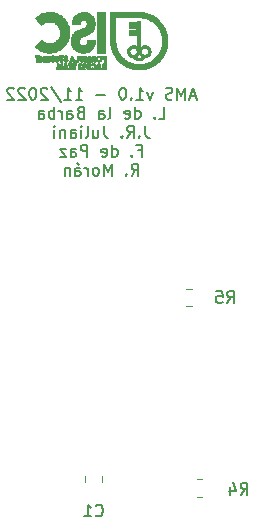
<source format=gbo>
%TF.GenerationSoftware,KiCad,Pcbnew,(6.0.7)*%
%TF.CreationDate,2022-11-19T11:38:31+01:00*%
%TF.ProjectId,placamaster,706c6163-616d-4617-9374-65722e6b6963,v01*%
%TF.SameCoordinates,Original*%
%TF.FileFunction,Legend,Bot*%
%TF.FilePolarity,Positive*%
%FSLAX46Y46*%
G04 Gerber Fmt 4.6, Leading zero omitted, Abs format (unit mm)*
G04 Created by KiCad (PCBNEW (6.0.7)) date 2022-11-19 11:38:31*
%MOMM*%
%LPD*%
G01*
G04 APERTURE LIST*
%ADD10C,0.150000*%
%ADD11C,0.120000*%
%ADD12C,0.010000*%
G04 APERTURE END LIST*
D10*
X121055400Y-44063666D02*
X120579209Y-44063666D01*
X121150638Y-44349380D02*
X120817304Y-43349380D01*
X120483971Y-44349380D01*
X120150638Y-44349380D02*
X120150638Y-43349380D01*
X119817304Y-44063666D01*
X119483971Y-43349380D01*
X119483971Y-44349380D01*
X119055400Y-44301761D02*
X118912542Y-44349380D01*
X118674447Y-44349380D01*
X118579209Y-44301761D01*
X118531590Y-44254142D01*
X118483971Y-44158904D01*
X118483971Y-44063666D01*
X118531590Y-43968428D01*
X118579209Y-43920809D01*
X118674447Y-43873190D01*
X118864923Y-43825571D01*
X118960161Y-43777952D01*
X119007780Y-43730333D01*
X119055400Y-43635095D01*
X119055400Y-43539857D01*
X119007780Y-43444619D01*
X118960161Y-43397000D01*
X118864923Y-43349380D01*
X118626828Y-43349380D01*
X118483971Y-43397000D01*
X117388733Y-43682714D02*
X117150638Y-44349380D01*
X116912542Y-43682714D01*
X116007780Y-44349380D02*
X116579209Y-44349380D01*
X116293495Y-44349380D02*
X116293495Y-43349380D01*
X116388733Y-43492238D01*
X116483971Y-43587476D01*
X116579209Y-43635095D01*
X115579209Y-44254142D02*
X115531590Y-44301761D01*
X115579209Y-44349380D01*
X115626828Y-44301761D01*
X115579209Y-44254142D01*
X115579209Y-44349380D01*
X114912542Y-43349380D02*
X114817304Y-43349380D01*
X114722066Y-43397000D01*
X114674447Y-43444619D01*
X114626828Y-43539857D01*
X114579209Y-43730333D01*
X114579209Y-43968428D01*
X114626828Y-44158904D01*
X114674447Y-44254142D01*
X114722066Y-44301761D01*
X114817304Y-44349380D01*
X114912542Y-44349380D01*
X115007780Y-44301761D01*
X115055400Y-44254142D01*
X115103019Y-44158904D01*
X115150638Y-43968428D01*
X115150638Y-43730333D01*
X115103019Y-43539857D01*
X115055400Y-43444619D01*
X115007780Y-43397000D01*
X114912542Y-43349380D01*
X113388733Y-43968428D02*
X112626828Y-43968428D01*
X110864923Y-44349380D02*
X111436352Y-44349380D01*
X111150638Y-44349380D02*
X111150638Y-43349380D01*
X111245876Y-43492238D01*
X111341114Y-43587476D01*
X111436352Y-43635095D01*
X109912542Y-44349380D02*
X110483971Y-44349380D01*
X110198257Y-44349380D02*
X110198257Y-43349380D01*
X110293495Y-43492238D01*
X110388733Y-43587476D01*
X110483971Y-43635095D01*
X108769685Y-43301761D02*
X109626828Y-44587476D01*
X108483971Y-43444619D02*
X108436352Y-43397000D01*
X108341114Y-43349380D01*
X108103019Y-43349380D01*
X108007780Y-43397000D01*
X107960161Y-43444619D01*
X107912542Y-43539857D01*
X107912542Y-43635095D01*
X107960161Y-43777952D01*
X108531590Y-44349380D01*
X107912542Y-44349380D01*
X107293495Y-43349380D02*
X107198257Y-43349380D01*
X107103019Y-43397000D01*
X107055400Y-43444619D01*
X107007780Y-43539857D01*
X106960161Y-43730333D01*
X106960161Y-43968428D01*
X107007780Y-44158904D01*
X107055400Y-44254142D01*
X107103019Y-44301761D01*
X107198257Y-44349380D01*
X107293495Y-44349380D01*
X107388733Y-44301761D01*
X107436352Y-44254142D01*
X107483971Y-44158904D01*
X107531590Y-43968428D01*
X107531590Y-43730333D01*
X107483971Y-43539857D01*
X107436352Y-43444619D01*
X107388733Y-43397000D01*
X107293495Y-43349380D01*
X106579209Y-43444619D02*
X106531590Y-43397000D01*
X106436352Y-43349380D01*
X106198257Y-43349380D01*
X106103019Y-43397000D01*
X106055400Y-43444619D01*
X106007780Y-43539857D01*
X106007780Y-43635095D01*
X106055400Y-43777952D01*
X106626828Y-44349380D01*
X106007780Y-44349380D01*
X105626828Y-43444619D02*
X105579209Y-43397000D01*
X105483971Y-43349380D01*
X105245876Y-43349380D01*
X105150638Y-43397000D01*
X105103019Y-43444619D01*
X105055400Y-43539857D01*
X105055400Y-43635095D01*
X105103019Y-43777952D01*
X105674447Y-44349380D01*
X105055400Y-44349380D01*
X117888733Y-45959380D02*
X118364923Y-45959380D01*
X118364923Y-44959380D01*
X117555400Y-45864142D02*
X117507780Y-45911761D01*
X117555400Y-45959380D01*
X117603019Y-45911761D01*
X117555400Y-45864142D01*
X117555400Y-45959380D01*
X115888733Y-45959380D02*
X115888733Y-44959380D01*
X115888733Y-45911761D02*
X115983971Y-45959380D01*
X116174447Y-45959380D01*
X116269685Y-45911761D01*
X116317304Y-45864142D01*
X116364923Y-45768904D01*
X116364923Y-45483190D01*
X116317304Y-45387952D01*
X116269685Y-45340333D01*
X116174447Y-45292714D01*
X115983971Y-45292714D01*
X115888733Y-45340333D01*
X115031590Y-45911761D02*
X115126828Y-45959380D01*
X115317304Y-45959380D01*
X115412542Y-45911761D01*
X115460161Y-45816523D01*
X115460161Y-45435571D01*
X115412542Y-45340333D01*
X115317304Y-45292714D01*
X115126828Y-45292714D01*
X115031590Y-45340333D01*
X114983971Y-45435571D01*
X114983971Y-45530809D01*
X115460161Y-45626047D01*
X113650638Y-45959380D02*
X113745876Y-45911761D01*
X113793495Y-45816523D01*
X113793495Y-44959380D01*
X112841114Y-45959380D02*
X112841114Y-45435571D01*
X112888733Y-45340333D01*
X112983971Y-45292714D01*
X113174447Y-45292714D01*
X113269685Y-45340333D01*
X112841114Y-45911761D02*
X112936352Y-45959380D01*
X113174447Y-45959380D01*
X113269685Y-45911761D01*
X113317304Y-45816523D01*
X113317304Y-45721285D01*
X113269685Y-45626047D01*
X113174447Y-45578428D01*
X112936352Y-45578428D01*
X112841114Y-45530809D01*
X111269685Y-45435571D02*
X111126828Y-45483190D01*
X111079209Y-45530809D01*
X111031590Y-45626047D01*
X111031590Y-45768904D01*
X111079209Y-45864142D01*
X111126828Y-45911761D01*
X111222066Y-45959380D01*
X111603019Y-45959380D01*
X111603019Y-44959380D01*
X111269685Y-44959380D01*
X111174447Y-45007000D01*
X111126828Y-45054619D01*
X111079209Y-45149857D01*
X111079209Y-45245095D01*
X111126828Y-45340333D01*
X111174447Y-45387952D01*
X111269685Y-45435571D01*
X111603019Y-45435571D01*
X110174447Y-45959380D02*
X110174447Y-45435571D01*
X110222066Y-45340333D01*
X110317304Y-45292714D01*
X110507780Y-45292714D01*
X110603019Y-45340333D01*
X110174447Y-45911761D02*
X110269685Y-45959380D01*
X110507780Y-45959380D01*
X110603019Y-45911761D01*
X110650638Y-45816523D01*
X110650638Y-45721285D01*
X110603019Y-45626047D01*
X110507780Y-45578428D01*
X110269685Y-45578428D01*
X110174447Y-45530809D01*
X109698257Y-45959380D02*
X109698257Y-45292714D01*
X109698257Y-45483190D02*
X109650638Y-45387952D01*
X109603019Y-45340333D01*
X109507780Y-45292714D01*
X109412542Y-45292714D01*
X109079209Y-45959380D02*
X109079209Y-44959380D01*
X109079209Y-45340333D02*
X108983971Y-45292714D01*
X108793495Y-45292714D01*
X108698257Y-45340333D01*
X108650638Y-45387952D01*
X108603019Y-45483190D01*
X108603019Y-45768904D01*
X108650638Y-45864142D01*
X108698257Y-45911761D01*
X108793495Y-45959380D01*
X108983971Y-45959380D01*
X109079209Y-45911761D01*
X107745876Y-45959380D02*
X107745876Y-45435571D01*
X107793495Y-45340333D01*
X107888733Y-45292714D01*
X108079209Y-45292714D01*
X108174447Y-45340333D01*
X107745876Y-45911761D02*
X107841114Y-45959380D01*
X108079209Y-45959380D01*
X108174447Y-45911761D01*
X108222066Y-45816523D01*
X108222066Y-45721285D01*
X108174447Y-45626047D01*
X108079209Y-45578428D01*
X107841114Y-45578428D01*
X107745876Y-45530809D01*
X116745876Y-46569380D02*
X116745876Y-47283666D01*
X116793495Y-47426523D01*
X116888733Y-47521761D01*
X117031590Y-47569380D01*
X117126828Y-47569380D01*
X116269685Y-47474142D02*
X116222066Y-47521761D01*
X116269685Y-47569380D01*
X116317304Y-47521761D01*
X116269685Y-47474142D01*
X116269685Y-47569380D01*
X115222066Y-47569380D02*
X115555400Y-47093190D01*
X115793495Y-47569380D02*
X115793495Y-46569380D01*
X115412542Y-46569380D01*
X115317304Y-46617000D01*
X115269685Y-46664619D01*
X115222066Y-46759857D01*
X115222066Y-46902714D01*
X115269685Y-46997952D01*
X115317304Y-47045571D01*
X115412542Y-47093190D01*
X115793495Y-47093190D01*
X114793495Y-47474142D02*
X114745876Y-47521761D01*
X114793495Y-47569380D01*
X114841114Y-47521761D01*
X114793495Y-47474142D01*
X114793495Y-47569380D01*
X113269685Y-46569380D02*
X113269685Y-47283666D01*
X113317304Y-47426523D01*
X113412542Y-47521761D01*
X113555400Y-47569380D01*
X113650638Y-47569380D01*
X112364923Y-46902714D02*
X112364923Y-47569380D01*
X112793495Y-46902714D02*
X112793495Y-47426523D01*
X112745876Y-47521761D01*
X112650638Y-47569380D01*
X112507780Y-47569380D01*
X112412542Y-47521761D01*
X112364923Y-47474142D01*
X111745876Y-47569380D02*
X111841114Y-47521761D01*
X111888733Y-47426523D01*
X111888733Y-46569380D01*
X111364923Y-47569380D02*
X111364923Y-46902714D01*
X111364923Y-46569380D02*
X111412542Y-46617000D01*
X111364923Y-46664619D01*
X111317304Y-46617000D01*
X111364923Y-46569380D01*
X111364923Y-46664619D01*
X110460161Y-47569380D02*
X110460161Y-47045571D01*
X110507780Y-46950333D01*
X110603019Y-46902714D01*
X110793495Y-46902714D01*
X110888733Y-46950333D01*
X110460161Y-47521761D02*
X110555400Y-47569380D01*
X110793495Y-47569380D01*
X110888733Y-47521761D01*
X110936352Y-47426523D01*
X110936352Y-47331285D01*
X110888733Y-47236047D01*
X110793495Y-47188428D01*
X110555400Y-47188428D01*
X110460161Y-47140809D01*
X109983971Y-46902714D02*
X109983971Y-47569380D01*
X109983971Y-46997952D02*
X109936352Y-46950333D01*
X109841114Y-46902714D01*
X109698257Y-46902714D01*
X109603019Y-46950333D01*
X109555400Y-47045571D01*
X109555400Y-47569380D01*
X109079209Y-47569380D02*
X109079209Y-46902714D01*
X109079209Y-46569380D02*
X109126828Y-46617000D01*
X109079209Y-46664619D01*
X109031590Y-46617000D01*
X109079209Y-46569380D01*
X109079209Y-46664619D01*
X116150638Y-48655571D02*
X116483971Y-48655571D01*
X116483971Y-49179380D02*
X116483971Y-48179380D01*
X116007780Y-48179380D01*
X115626828Y-49084142D02*
X115579209Y-49131761D01*
X115626828Y-49179380D01*
X115674447Y-49131761D01*
X115626828Y-49084142D01*
X115626828Y-49179380D01*
X113960161Y-49179380D02*
X113960161Y-48179380D01*
X113960161Y-49131761D02*
X114055400Y-49179380D01*
X114245876Y-49179380D01*
X114341114Y-49131761D01*
X114388733Y-49084142D01*
X114436352Y-48988904D01*
X114436352Y-48703190D01*
X114388733Y-48607952D01*
X114341114Y-48560333D01*
X114245876Y-48512714D01*
X114055400Y-48512714D01*
X113960161Y-48560333D01*
X113103019Y-49131761D02*
X113198257Y-49179380D01*
X113388733Y-49179380D01*
X113483971Y-49131761D01*
X113531590Y-49036523D01*
X113531590Y-48655571D01*
X113483971Y-48560333D01*
X113388733Y-48512714D01*
X113198257Y-48512714D01*
X113103019Y-48560333D01*
X113055400Y-48655571D01*
X113055400Y-48750809D01*
X113531590Y-48846047D01*
X111864923Y-49179380D02*
X111864923Y-48179380D01*
X111483971Y-48179380D01*
X111388733Y-48227000D01*
X111341114Y-48274619D01*
X111293495Y-48369857D01*
X111293495Y-48512714D01*
X111341114Y-48607952D01*
X111388733Y-48655571D01*
X111483971Y-48703190D01*
X111864923Y-48703190D01*
X110436352Y-49179380D02*
X110436352Y-48655571D01*
X110483971Y-48560333D01*
X110579209Y-48512714D01*
X110769685Y-48512714D01*
X110864923Y-48560333D01*
X110436352Y-49131761D02*
X110531590Y-49179380D01*
X110769685Y-49179380D01*
X110864923Y-49131761D01*
X110912542Y-49036523D01*
X110912542Y-48941285D01*
X110864923Y-48846047D01*
X110769685Y-48798428D01*
X110531590Y-48798428D01*
X110436352Y-48750809D01*
X110055400Y-48512714D02*
X109531590Y-48512714D01*
X110055400Y-49179380D01*
X109531590Y-49179380D01*
X115603019Y-50789380D02*
X115936352Y-50313190D01*
X116174447Y-50789380D02*
X116174447Y-49789380D01*
X115793495Y-49789380D01*
X115698257Y-49837000D01*
X115650638Y-49884619D01*
X115603019Y-49979857D01*
X115603019Y-50122714D01*
X115650638Y-50217952D01*
X115698257Y-50265571D01*
X115793495Y-50313190D01*
X116174447Y-50313190D01*
X115174447Y-50694142D02*
X115126828Y-50741761D01*
X115174447Y-50789380D01*
X115222066Y-50741761D01*
X115174447Y-50694142D01*
X115174447Y-50789380D01*
X113936352Y-50789380D02*
X113936352Y-49789380D01*
X113603019Y-50503666D01*
X113269685Y-49789380D01*
X113269685Y-50789380D01*
X112650638Y-50789380D02*
X112745876Y-50741761D01*
X112793495Y-50694142D01*
X112841114Y-50598904D01*
X112841114Y-50313190D01*
X112793495Y-50217952D01*
X112745876Y-50170333D01*
X112650638Y-50122714D01*
X112507780Y-50122714D01*
X112412542Y-50170333D01*
X112364923Y-50217952D01*
X112317304Y-50313190D01*
X112317304Y-50598904D01*
X112364923Y-50694142D01*
X112412542Y-50741761D01*
X112507780Y-50789380D01*
X112650638Y-50789380D01*
X111888733Y-50789380D02*
X111888733Y-50122714D01*
X111888733Y-50313190D02*
X111841114Y-50217952D01*
X111793495Y-50170333D01*
X111698257Y-50122714D01*
X111603019Y-50122714D01*
X110841114Y-50789380D02*
X110841114Y-50265571D01*
X110888733Y-50170333D01*
X110983971Y-50122714D01*
X111174447Y-50122714D01*
X111269685Y-50170333D01*
X110841114Y-50741761D02*
X110936352Y-50789380D01*
X111174447Y-50789380D01*
X111269685Y-50741761D01*
X111317304Y-50646523D01*
X111317304Y-50551285D01*
X111269685Y-50456047D01*
X111174447Y-50408428D01*
X110936352Y-50408428D01*
X110841114Y-50360809D01*
X110983971Y-49741761D02*
X111126828Y-49884619D01*
X110364923Y-50122714D02*
X110364923Y-50789380D01*
X110364923Y-50217952D02*
X110317304Y-50170333D01*
X110222066Y-50122714D01*
X110079209Y-50122714D01*
X109983971Y-50170333D01*
X109936352Y-50265571D01*
X109936352Y-50789380D01*
%TO.C,R5*%
X123693466Y-61564780D02*
X124026800Y-61088590D01*
X124264895Y-61564780D02*
X124264895Y-60564780D01*
X123883942Y-60564780D01*
X123788704Y-60612400D01*
X123741085Y-60660019D01*
X123693466Y-60755257D01*
X123693466Y-60898114D01*
X123741085Y-60993352D01*
X123788704Y-61040971D01*
X123883942Y-61088590D01*
X124264895Y-61088590D01*
X122788704Y-60564780D02*
X123264895Y-60564780D01*
X123312514Y-61040971D01*
X123264895Y-60993352D01*
X123169657Y-60945733D01*
X122931561Y-60945733D01*
X122836323Y-60993352D01*
X122788704Y-61040971D01*
X122741085Y-61136209D01*
X122741085Y-61374304D01*
X122788704Y-61469542D01*
X122836323Y-61517161D01*
X122931561Y-61564780D01*
X123169657Y-61564780D01*
X123264895Y-61517161D01*
X123312514Y-61469542D01*
%TO.C,C1*%
X112561666Y-79554342D02*
X112609285Y-79601961D01*
X112752142Y-79649580D01*
X112847380Y-79649580D01*
X112990238Y-79601961D01*
X113085476Y-79506723D01*
X113133095Y-79411485D01*
X113180714Y-79221009D01*
X113180714Y-79078152D01*
X113133095Y-78887676D01*
X113085476Y-78792438D01*
X112990238Y-78697200D01*
X112847380Y-78649580D01*
X112752142Y-78649580D01*
X112609285Y-78697200D01*
X112561666Y-78744819D01*
X111609285Y-79649580D02*
X112180714Y-79649580D01*
X111895000Y-79649580D02*
X111895000Y-78649580D01*
X111990238Y-78792438D01*
X112085476Y-78887676D01*
X112180714Y-78935295D01*
%TO.C,R4*%
X124836466Y-77795380D02*
X125169800Y-77319190D01*
X125407895Y-77795380D02*
X125407895Y-76795380D01*
X125026942Y-76795380D01*
X124931704Y-76843000D01*
X124884085Y-76890619D01*
X124836466Y-76985857D01*
X124836466Y-77128714D01*
X124884085Y-77223952D01*
X124931704Y-77271571D01*
X125026942Y-77319190D01*
X125407895Y-77319190D01*
X123979323Y-77128714D02*
X123979323Y-77795380D01*
X124217419Y-76747761D02*
X124455514Y-77462047D01*
X123836466Y-77462047D01*
D11*
%TO.C,R5*%
X120235736Y-60377400D02*
X120689864Y-60377400D01*
X120235736Y-61847400D02*
X120689864Y-61847400D01*
%TO.C,G\u002A\u002A\u002A*%
G36*
X111648926Y-41419197D02*
G01*
X111648976Y-41563395D01*
X111677186Y-41513125D01*
X111679246Y-41509447D01*
X111693261Y-41484225D01*
X111710019Y-41453810D01*
X111727593Y-41421705D01*
X111744058Y-41391416D01*
X111749737Y-41380933D01*
X111764225Y-41354268D01*
X111777515Y-41329917D01*
X111788330Y-41310213D01*
X111795396Y-41297489D01*
X111808072Y-41275000D01*
X111934625Y-41275000D01*
X111934625Y-41793583D01*
X111818376Y-41793583D01*
X111816970Y-41648250D01*
X111815563Y-41502917D01*
X111657079Y-41793583D01*
X111527167Y-41793583D01*
X111527167Y-41275000D01*
X111648875Y-41275000D01*
X111648926Y-41419197D01*
G37*
D12*
X111648926Y-41419197D02*
X111648976Y-41563395D01*
X111677186Y-41513125D01*
X111679246Y-41509447D01*
X111693261Y-41484225D01*
X111710019Y-41453810D01*
X111727593Y-41421705D01*
X111744058Y-41391416D01*
X111749737Y-41380933D01*
X111764225Y-41354268D01*
X111777515Y-41329917D01*
X111788330Y-41310213D01*
X111795396Y-41297489D01*
X111808072Y-41275000D01*
X111934625Y-41275000D01*
X111934625Y-41793583D01*
X111818376Y-41793583D01*
X111816970Y-41648250D01*
X111815563Y-41502917D01*
X111657079Y-41793583D01*
X111527167Y-41793583D01*
X111527167Y-41275000D01*
X111648875Y-41275000D01*
X111648926Y-41419197D01*
G36*
X115892792Y-39997062D02*
G01*
X115890146Y-39999708D01*
X115887500Y-39997062D01*
X115890146Y-39994416D01*
X115892792Y-39997062D01*
G37*
X115892792Y-39997062D02*
X115890146Y-39999708D01*
X115887500Y-39997062D01*
X115890146Y-39994416D01*
X115892792Y-39997062D01*
G36*
X111294334Y-40798036D02*
G01*
X111294340Y-40827456D01*
X111294409Y-40869267D01*
X111294609Y-40902335D01*
X111295008Y-40927814D01*
X111295674Y-40946859D01*
X111296674Y-40960626D01*
X111298078Y-40970268D01*
X111299952Y-40976940D01*
X111302365Y-40981798D01*
X111305384Y-40985996D01*
X111323903Y-41003357D01*
X111347290Y-41014113D01*
X111371953Y-41016560D01*
X111395735Y-41010873D01*
X111416480Y-40997224D01*
X111432030Y-40975788D01*
X111434795Y-40969556D01*
X111437171Y-40962243D01*
X111439005Y-40953068D01*
X111440364Y-40940785D01*
X111441320Y-40924147D01*
X111441941Y-40901910D01*
X111442298Y-40872827D01*
X111442462Y-40835653D01*
X111442500Y-40789141D01*
X111442500Y-40624125D01*
X111564834Y-40624125D01*
X111563198Y-40808010D01*
X111561563Y-40991895D01*
X111546354Y-41024822D01*
X111537938Y-41040889D01*
X111511992Y-41075585D01*
X111479213Y-41104215D01*
X111441525Y-41125290D01*
X111400852Y-41137324D01*
X111388244Y-41139403D01*
X111373059Y-41141301D01*
X111360412Y-41141304D01*
X111346010Y-41139286D01*
X111325562Y-41135122D01*
X111321676Y-41134261D01*
X111278870Y-41119140D01*
X111241421Y-41095014D01*
X111209769Y-41062236D01*
X111184352Y-41021160D01*
X111169980Y-40991895D01*
X111166600Y-40624125D01*
X111294334Y-40624125D01*
X111294334Y-40798036D01*
G37*
X111294334Y-40798036D02*
X111294340Y-40827456D01*
X111294409Y-40869267D01*
X111294609Y-40902335D01*
X111295008Y-40927814D01*
X111295674Y-40946859D01*
X111296674Y-40960626D01*
X111298078Y-40970268D01*
X111299952Y-40976940D01*
X111302365Y-40981798D01*
X111305384Y-40985996D01*
X111323903Y-41003357D01*
X111347290Y-41014113D01*
X111371953Y-41016560D01*
X111395735Y-41010873D01*
X111416480Y-40997224D01*
X111432030Y-40975788D01*
X111434795Y-40969556D01*
X111437171Y-40962243D01*
X111439005Y-40953068D01*
X111440364Y-40940785D01*
X111441320Y-40924147D01*
X111441941Y-40901910D01*
X111442298Y-40872827D01*
X111442462Y-40835653D01*
X111442500Y-40789141D01*
X111442500Y-40624125D01*
X111564834Y-40624125D01*
X111563198Y-40808010D01*
X111561563Y-40991895D01*
X111546354Y-41024822D01*
X111537938Y-41040889D01*
X111511992Y-41075585D01*
X111479213Y-41104215D01*
X111441525Y-41125290D01*
X111400852Y-41137324D01*
X111388244Y-41139403D01*
X111373059Y-41141301D01*
X111360412Y-41141304D01*
X111346010Y-41139286D01*
X111325562Y-41135122D01*
X111321676Y-41134261D01*
X111278870Y-41119140D01*
X111241421Y-41095014D01*
X111209769Y-41062236D01*
X111184352Y-41021160D01*
X111169980Y-40991895D01*
X111166600Y-40624125D01*
X111294334Y-40624125D01*
X111294334Y-40798036D01*
G36*
X108606167Y-41142708D02*
G01*
X108267500Y-41142708D01*
X108267500Y-41021000D01*
X108479167Y-41021000D01*
X108479167Y-40941625D01*
X108309834Y-40941625D01*
X108309834Y-40819916D01*
X108479167Y-40819916D01*
X108479167Y-40745833D01*
X108267500Y-40745833D01*
X108267500Y-40624125D01*
X108606167Y-40624125D01*
X108606167Y-41142708D01*
G37*
X108606167Y-41142708D02*
X108267500Y-41142708D01*
X108267500Y-41021000D01*
X108479167Y-41021000D01*
X108479167Y-40941625D01*
X108309834Y-40941625D01*
X108309834Y-40819916D01*
X108479167Y-40819916D01*
X108479167Y-40745833D01*
X108267500Y-40745833D01*
X108267500Y-40624125D01*
X108606167Y-40624125D01*
X108606167Y-41142708D01*
G36*
X108932928Y-41142668D02*
G01*
X108914981Y-41142444D01*
X108885897Y-41141345D01*
X108859205Y-41139540D01*
X108839000Y-41137264D01*
X108835770Y-41136736D01*
X108789074Y-41123645D01*
X108745414Y-41101559D01*
X108706241Y-41071784D01*
X108673006Y-41035624D01*
X108647159Y-40994387D01*
X108630154Y-40949377D01*
X108628162Y-40941184D01*
X108622215Y-40892988D01*
X108745664Y-40892988D01*
X108752688Y-40927074D01*
X108768849Y-40957945D01*
X108793533Y-40984275D01*
X108826124Y-41004735D01*
X108833995Y-41008488D01*
X108845543Y-41013796D01*
X108854387Y-41016553D01*
X108860885Y-41015756D01*
X108865398Y-41010400D01*
X108868283Y-40999482D01*
X108869902Y-40981998D01*
X108870613Y-40956944D01*
X108870776Y-40923315D01*
X108870750Y-40880109D01*
X108870750Y-40744510D01*
X108854453Y-40747769D01*
X108851945Y-40748300D01*
X108819125Y-40760795D01*
X108790398Y-40781958D01*
X108767407Y-40810244D01*
X108751800Y-40844110D01*
X108748391Y-40857017D01*
X108745664Y-40892988D01*
X108622215Y-40892988D01*
X108621958Y-40890905D01*
X108625621Y-40841342D01*
X108638558Y-40793759D01*
X108660178Y-40749419D01*
X108689888Y-40709587D01*
X108727095Y-40675525D01*
X108771207Y-40648498D01*
X108789685Y-40640224D01*
X108819428Y-40630226D01*
X108851971Y-40623639D01*
X108889844Y-40620006D01*
X108935573Y-40618873D01*
X108992459Y-40618833D01*
X108992459Y-41142708D01*
X108932928Y-41142668D01*
G37*
X108932928Y-41142668D02*
X108914981Y-41142444D01*
X108885897Y-41141345D01*
X108859205Y-41139540D01*
X108839000Y-41137264D01*
X108835770Y-41136736D01*
X108789074Y-41123645D01*
X108745414Y-41101559D01*
X108706241Y-41071784D01*
X108673006Y-41035624D01*
X108647159Y-40994387D01*
X108630154Y-40949377D01*
X108628162Y-40941184D01*
X108622215Y-40892988D01*
X108745664Y-40892988D01*
X108752688Y-40927074D01*
X108768849Y-40957945D01*
X108793533Y-40984275D01*
X108826124Y-41004735D01*
X108833995Y-41008488D01*
X108845543Y-41013796D01*
X108854387Y-41016553D01*
X108860885Y-41015756D01*
X108865398Y-41010400D01*
X108868283Y-40999482D01*
X108869902Y-40981998D01*
X108870613Y-40956944D01*
X108870776Y-40923315D01*
X108870750Y-40880109D01*
X108870750Y-40744510D01*
X108854453Y-40747769D01*
X108851945Y-40748300D01*
X108819125Y-40760795D01*
X108790398Y-40781958D01*
X108767407Y-40810244D01*
X108751800Y-40844110D01*
X108748391Y-40857017D01*
X108745664Y-40892988D01*
X108622215Y-40892988D01*
X108621958Y-40890905D01*
X108625621Y-40841342D01*
X108638558Y-40793759D01*
X108660178Y-40749419D01*
X108689888Y-40709587D01*
X108727095Y-40675525D01*
X108771207Y-40648498D01*
X108789685Y-40640224D01*
X108819428Y-40630226D01*
X108851971Y-40623639D01*
X108889844Y-40620006D01*
X108935573Y-40618873D01*
X108992459Y-40618833D01*
X108992459Y-41142708D01*
X108932928Y-41142668D01*
G36*
X110553500Y-41793583D02*
G01*
X110225417Y-41793583D01*
X110225417Y-41671875D01*
X110431792Y-41671875D01*
X110431792Y-41597791D01*
X110267750Y-41597791D01*
X110267750Y-41470791D01*
X110431792Y-41470791D01*
X110431792Y-41396708D01*
X110225417Y-41396708D01*
X110225417Y-41275000D01*
X110553500Y-41275000D01*
X110553500Y-41793583D01*
G37*
X110553500Y-41793583D02*
X110225417Y-41793583D01*
X110225417Y-41671875D01*
X110431792Y-41671875D01*
X110431792Y-41597791D01*
X110267750Y-41597791D01*
X110267750Y-41470791D01*
X110431792Y-41470791D01*
X110431792Y-41396708D01*
X110225417Y-41396708D01*
X110225417Y-41275000D01*
X110553500Y-41275000D01*
X110553500Y-41793583D01*
G36*
X110735733Y-41010146D02*
G01*
X110746239Y-41040822D01*
X110747237Y-41043740D01*
X110757229Y-41073513D01*
X110765650Y-41099606D01*
X110772017Y-41120443D01*
X110775846Y-41134447D01*
X110776654Y-41140041D01*
X110770994Y-41141050D01*
X110756826Y-41141911D01*
X110736369Y-41142494D01*
X110711810Y-41142708D01*
X110649632Y-41142708D01*
X110629360Y-41081854D01*
X110549583Y-41080396D01*
X110469806Y-41078937D01*
X110459627Y-41109500D01*
X110449448Y-41140062D01*
X110385058Y-41141548D01*
X110383633Y-41141580D01*
X110359129Y-41141782D01*
X110339114Y-41141320D01*
X110325617Y-41140282D01*
X110320667Y-41138755D01*
X110320841Y-41137533D01*
X110323290Y-41128105D01*
X110328024Y-41112142D01*
X110334271Y-41092290D01*
X110338104Y-41080409D01*
X110348457Y-41048378D01*
X110360397Y-41011498D01*
X110373520Y-40971013D01*
X110379192Y-40953531D01*
X110511224Y-40953531D01*
X110511272Y-40953738D01*
X110516988Y-40955641D01*
X110530373Y-40956988D01*
X110548775Y-40957500D01*
X110555120Y-40957466D01*
X110573139Y-40956644D01*
X110582314Y-40954534D01*
X110583987Y-40950885D01*
X110582516Y-40946711D01*
X110578023Y-40933768D01*
X110571519Y-40914939D01*
X110563857Y-40892682D01*
X110546123Y-40841093D01*
X110528702Y-40895328D01*
X110523022Y-40913216D01*
X110516936Y-40932955D01*
X110512777Y-40947146D01*
X110511224Y-40953531D01*
X110379192Y-40953531D01*
X110387421Y-40928166D01*
X110401696Y-40884199D01*
X110415942Y-40840355D01*
X110429754Y-40797878D01*
X110442728Y-40758010D01*
X110454459Y-40721995D01*
X110464545Y-40691076D01*
X110472580Y-40666495D01*
X110478161Y-40649496D01*
X110480884Y-40641322D01*
X110486835Y-40624125D01*
X110545303Y-40624133D01*
X110603771Y-40624142D01*
X110658464Y-40784206D01*
X110660140Y-40789110D01*
X110675644Y-40834474D01*
X110691763Y-40881619D01*
X110707688Y-40928185D01*
X110715454Y-40950885D01*
X110722614Y-40971814D01*
X110735733Y-41010146D01*
G37*
X110735733Y-41010146D02*
X110746239Y-41040822D01*
X110747237Y-41043740D01*
X110757229Y-41073513D01*
X110765650Y-41099606D01*
X110772017Y-41120443D01*
X110775846Y-41134447D01*
X110776654Y-41140041D01*
X110770994Y-41141050D01*
X110756826Y-41141911D01*
X110736369Y-41142494D01*
X110711810Y-41142708D01*
X110649632Y-41142708D01*
X110629360Y-41081854D01*
X110549583Y-41080396D01*
X110469806Y-41078937D01*
X110459627Y-41109500D01*
X110449448Y-41140062D01*
X110385058Y-41141548D01*
X110383633Y-41141580D01*
X110359129Y-41141782D01*
X110339114Y-41141320D01*
X110325617Y-41140282D01*
X110320667Y-41138755D01*
X110320841Y-41137533D01*
X110323290Y-41128105D01*
X110328024Y-41112142D01*
X110334271Y-41092290D01*
X110338104Y-41080409D01*
X110348457Y-41048378D01*
X110360397Y-41011498D01*
X110373520Y-40971013D01*
X110379192Y-40953531D01*
X110511224Y-40953531D01*
X110511272Y-40953738D01*
X110516988Y-40955641D01*
X110530373Y-40956988D01*
X110548775Y-40957500D01*
X110555120Y-40957466D01*
X110573139Y-40956644D01*
X110582314Y-40954534D01*
X110583987Y-40950885D01*
X110582516Y-40946711D01*
X110578023Y-40933768D01*
X110571519Y-40914939D01*
X110563857Y-40892682D01*
X110546123Y-40841093D01*
X110528702Y-40895328D01*
X110523022Y-40913216D01*
X110516936Y-40932955D01*
X110512777Y-40947146D01*
X110511224Y-40953531D01*
X110379192Y-40953531D01*
X110387421Y-40928166D01*
X110401696Y-40884199D01*
X110415942Y-40840355D01*
X110429754Y-40797878D01*
X110442728Y-40758010D01*
X110454459Y-40721995D01*
X110464545Y-40691076D01*
X110472580Y-40666495D01*
X110478161Y-40649496D01*
X110480884Y-40641322D01*
X110486835Y-40624125D01*
X110545303Y-40624133D01*
X110603771Y-40624142D01*
X110658464Y-40784206D01*
X110660140Y-40789110D01*
X110675644Y-40834474D01*
X110691763Y-40881619D01*
X110707688Y-40928185D01*
X110715454Y-40950885D01*
X110722614Y-40971814D01*
X110735733Y-41010146D01*
G36*
X112362940Y-41277724D02*
G01*
X112410303Y-41289642D01*
X112455042Y-41311280D01*
X112496103Y-41342513D01*
X112513584Y-41360319D01*
X112543250Y-41400913D01*
X112564182Y-41445487D01*
X112576350Y-41492665D01*
X112579722Y-41541072D01*
X112574268Y-41589333D01*
X112559955Y-41636073D01*
X112536753Y-41679917D01*
X112504631Y-41719490D01*
X112478664Y-41742958D01*
X112442657Y-41766423D01*
X112401363Y-41783366D01*
X112372477Y-41789839D01*
X112334577Y-41792949D01*
X112295535Y-41791498D01*
X112259852Y-41785421D01*
X112235889Y-41777381D01*
X112206596Y-41763562D01*
X112179903Y-41747104D01*
X112159734Y-41730170D01*
X112147105Y-41716854D01*
X112188420Y-41673277D01*
X112229735Y-41629701D01*
X112243206Y-41640297D01*
X112251602Y-41646476D01*
X112284831Y-41663547D01*
X112319272Y-41670614D01*
X112353602Y-41667737D01*
X112386494Y-41654977D01*
X112416626Y-41632394D01*
X112434203Y-41613050D01*
X112447138Y-41591136D01*
X112453902Y-41566016D01*
X112455855Y-41534291D01*
X112455282Y-41516715D01*
X112450145Y-41486444D01*
X112438771Y-41461338D01*
X112420068Y-41438464D01*
X112412837Y-41431734D01*
X112382460Y-41411913D01*
X112348841Y-41401256D01*
X112313830Y-41399902D01*
X112279281Y-41407986D01*
X112247044Y-41425646D01*
X112228733Y-41439166D01*
X112187933Y-41395447D01*
X112147133Y-41351729D01*
X112160521Y-41337605D01*
X112169259Y-41329938D01*
X112185749Y-41318279D01*
X112204188Y-41307343D01*
X112215618Y-41301567D01*
X112264544Y-41283560D01*
X112314002Y-41275655D01*
X112362940Y-41277724D01*
G37*
X112362940Y-41277724D02*
X112410303Y-41289642D01*
X112455042Y-41311280D01*
X112496103Y-41342513D01*
X112513584Y-41360319D01*
X112543250Y-41400913D01*
X112564182Y-41445487D01*
X112576350Y-41492665D01*
X112579722Y-41541072D01*
X112574268Y-41589333D01*
X112559955Y-41636073D01*
X112536753Y-41679917D01*
X112504631Y-41719490D01*
X112478664Y-41742958D01*
X112442657Y-41766423D01*
X112401363Y-41783366D01*
X112372477Y-41789839D01*
X112334577Y-41792949D01*
X112295535Y-41791498D01*
X112259852Y-41785421D01*
X112235889Y-41777381D01*
X112206596Y-41763562D01*
X112179903Y-41747104D01*
X112159734Y-41730170D01*
X112147105Y-41716854D01*
X112188420Y-41673277D01*
X112229735Y-41629701D01*
X112243206Y-41640297D01*
X112251602Y-41646476D01*
X112284831Y-41663547D01*
X112319272Y-41670614D01*
X112353602Y-41667737D01*
X112386494Y-41654977D01*
X112416626Y-41632394D01*
X112434203Y-41613050D01*
X112447138Y-41591136D01*
X112453902Y-41566016D01*
X112455855Y-41534291D01*
X112455282Y-41516715D01*
X112450145Y-41486444D01*
X112438771Y-41461338D01*
X112420068Y-41438464D01*
X112412837Y-41431734D01*
X112382460Y-41411913D01*
X112348841Y-41401256D01*
X112313830Y-41399902D01*
X112279281Y-41407986D01*
X112247044Y-41425646D01*
X112228733Y-41439166D01*
X112187933Y-41395447D01*
X112147133Y-41351729D01*
X112160521Y-41337605D01*
X112169259Y-41329938D01*
X112185749Y-41318279D01*
X112204188Y-41307343D01*
X112215618Y-41301567D01*
X112264544Y-41283560D01*
X112314002Y-41275655D01*
X112362940Y-41277724D01*
G36*
X116596584Y-39975895D02*
G01*
X116593938Y-39978541D01*
X116591292Y-39975895D01*
X116593938Y-39973250D01*
X116596584Y-39975895D01*
G37*
X116596584Y-39975895D02*
X116593938Y-39978541D01*
X116591292Y-39975895D01*
X116593938Y-39973250D01*
X116596584Y-39975895D01*
G36*
X111762162Y-40646614D02*
G01*
X111763021Y-40648963D01*
X111767931Y-40662798D01*
X111775188Y-40683613D01*
X111784264Y-40709863D01*
X111794632Y-40740004D01*
X111805766Y-40772491D01*
X111817138Y-40805782D01*
X111828222Y-40838331D01*
X111838491Y-40868595D01*
X111847418Y-40895030D01*
X111854476Y-40916092D01*
X111859138Y-40930236D01*
X111860878Y-40935919D01*
X111861971Y-40934815D01*
X111866151Y-40925281D01*
X111873120Y-40907396D01*
X111882533Y-40882117D01*
X111894042Y-40850403D01*
X111907301Y-40813212D01*
X111921962Y-40771503D01*
X111937678Y-40726235D01*
X111954103Y-40678364D01*
X111972605Y-40624125D01*
X112035788Y-40624125D01*
X112060256Y-40624230D01*
X112080377Y-40624514D01*
X112094072Y-40624934D01*
X112099263Y-40625447D01*
X112099842Y-40630241D01*
X112101018Y-40644477D01*
X112102673Y-40666877D01*
X112104728Y-40696194D01*
X112107104Y-40731180D01*
X112109722Y-40770585D01*
X112112502Y-40813161D01*
X112115366Y-40857661D01*
X112118235Y-40902836D01*
X112121028Y-40947437D01*
X112123668Y-40990217D01*
X112126073Y-41029927D01*
X112128167Y-41065319D01*
X112129868Y-41095144D01*
X112131099Y-41118155D01*
X112131780Y-41133103D01*
X112131831Y-41138739D01*
X112127113Y-41140160D01*
X112113747Y-41141481D01*
X112093968Y-41142378D01*
X112069978Y-41142708D01*
X112010164Y-41142708D01*
X112006891Y-41099052D01*
X112005878Y-41085059D01*
X112003928Y-41056437D01*
X112001881Y-41024750D01*
X112000041Y-40994651D01*
X111996466Y-40933906D01*
X111984931Y-40965547D01*
X111983870Y-40968467D01*
X111977187Y-40987146D01*
X111968303Y-41012265D01*
X111958252Y-41040895D01*
X111948066Y-41070110D01*
X111922736Y-41143032D01*
X111861892Y-41141547D01*
X111801047Y-41140062D01*
X111768004Y-41044820D01*
X111761608Y-41026389D01*
X111751191Y-40996940D01*
X111743330Y-40976824D01*
X111737584Y-40966218D01*
X111733512Y-40965297D01*
X111730674Y-40974239D01*
X111728629Y-40993220D01*
X111726936Y-41022419D01*
X111725154Y-41062010D01*
X111721604Y-41142708D01*
X111595116Y-41142708D01*
X111598201Y-41109635D01*
X111599070Y-41098577D01*
X111600500Y-41077433D01*
X111602325Y-41048466D01*
X111604459Y-41013128D01*
X111606814Y-40972872D01*
X111609301Y-40929151D01*
X111611834Y-40883416D01*
X111614088Y-40842658D01*
X111616584Y-40798643D01*
X111618958Y-40757933D01*
X111621120Y-40721980D01*
X111622984Y-40692239D01*
X111624462Y-40670160D01*
X111625467Y-40657197D01*
X111628551Y-40624125D01*
X111753834Y-40624125D01*
X111762162Y-40646614D01*
G37*
X111762162Y-40646614D02*
X111763021Y-40648963D01*
X111767931Y-40662798D01*
X111775188Y-40683613D01*
X111784264Y-40709863D01*
X111794632Y-40740004D01*
X111805766Y-40772491D01*
X111817138Y-40805782D01*
X111828222Y-40838331D01*
X111838491Y-40868595D01*
X111847418Y-40895030D01*
X111854476Y-40916092D01*
X111859138Y-40930236D01*
X111860878Y-40935919D01*
X111861971Y-40934815D01*
X111866151Y-40925281D01*
X111873120Y-40907396D01*
X111882533Y-40882117D01*
X111894042Y-40850403D01*
X111907301Y-40813212D01*
X111921962Y-40771503D01*
X111937678Y-40726235D01*
X111954103Y-40678364D01*
X111972605Y-40624125D01*
X112035788Y-40624125D01*
X112060256Y-40624230D01*
X112080377Y-40624514D01*
X112094072Y-40624934D01*
X112099263Y-40625447D01*
X112099842Y-40630241D01*
X112101018Y-40644477D01*
X112102673Y-40666877D01*
X112104728Y-40696194D01*
X112107104Y-40731180D01*
X112109722Y-40770585D01*
X112112502Y-40813161D01*
X112115366Y-40857661D01*
X112118235Y-40902836D01*
X112121028Y-40947437D01*
X112123668Y-40990217D01*
X112126073Y-41029927D01*
X112128167Y-41065319D01*
X112129868Y-41095144D01*
X112131099Y-41118155D01*
X112131780Y-41133103D01*
X112131831Y-41138739D01*
X112127113Y-41140160D01*
X112113747Y-41141481D01*
X112093968Y-41142378D01*
X112069978Y-41142708D01*
X112010164Y-41142708D01*
X112006891Y-41099052D01*
X112005878Y-41085059D01*
X112003928Y-41056437D01*
X112001881Y-41024750D01*
X112000041Y-40994651D01*
X111996466Y-40933906D01*
X111984931Y-40965547D01*
X111983870Y-40968467D01*
X111977187Y-40987146D01*
X111968303Y-41012265D01*
X111958252Y-41040895D01*
X111948066Y-41070110D01*
X111922736Y-41143032D01*
X111861892Y-41141547D01*
X111801047Y-41140062D01*
X111768004Y-41044820D01*
X111761608Y-41026389D01*
X111751191Y-40996940D01*
X111743330Y-40976824D01*
X111737584Y-40966218D01*
X111733512Y-40965297D01*
X111730674Y-40974239D01*
X111728629Y-40993220D01*
X111726936Y-41022419D01*
X111725154Y-41062010D01*
X111721604Y-41142708D01*
X111595116Y-41142708D01*
X111598201Y-41109635D01*
X111599070Y-41098577D01*
X111600500Y-41077433D01*
X111602325Y-41048466D01*
X111604459Y-41013128D01*
X111606814Y-40972872D01*
X111609301Y-40929151D01*
X111611834Y-40883416D01*
X111614088Y-40842658D01*
X111616584Y-40798643D01*
X111618958Y-40757933D01*
X111621120Y-40721980D01*
X111622984Y-40692239D01*
X111624462Y-40670160D01*
X111625467Y-40657197D01*
X111628551Y-40624125D01*
X111753834Y-40624125D01*
X111762162Y-40646614D01*
G36*
X112980502Y-41662956D02*
G01*
X112990979Y-41694524D01*
X113024033Y-41793903D01*
X112895959Y-41790937D01*
X112887123Y-41764479D01*
X112878287Y-41738020D01*
X112799331Y-41736567D01*
X112720375Y-41735113D01*
X112704499Y-41790937D01*
X112640001Y-41792420D01*
X112575503Y-41793904D01*
X112585493Y-41763316D01*
X112589141Y-41751954D01*
X112595635Y-41731488D01*
X112604446Y-41703586D01*
X112615145Y-41669611D01*
X112627302Y-41630926D01*
X112634377Y-41608375D01*
X112761376Y-41608375D01*
X112798358Y-41608375D01*
X112804154Y-41608346D01*
X112822134Y-41607538D01*
X112831248Y-41605429D01*
X112832846Y-41601760D01*
X112831952Y-41599238D01*
X112828069Y-41587710D01*
X112822229Y-41570023D01*
X112815314Y-41548843D01*
X112811694Y-41537979D01*
X112805143Y-41519782D01*
X112799945Y-41507224D01*
X112796986Y-41502541D01*
X112795122Y-41505250D01*
X112790608Y-41516216D01*
X112784488Y-41533654D01*
X112777536Y-41555458D01*
X112761376Y-41608375D01*
X112634377Y-41608375D01*
X112640489Y-41588893D01*
X112654276Y-41544875D01*
X112667022Y-41504189D01*
X112680606Y-41460913D01*
X112693330Y-41420462D01*
X112704735Y-41384290D01*
X112714363Y-41353854D01*
X112721753Y-41330609D01*
X112726448Y-41316010D01*
X112739828Y-41275000D01*
X112796279Y-41275031D01*
X112852730Y-41275063D01*
X112905327Y-41435104D01*
X112906560Y-41438856D01*
X112921563Y-41484455D01*
X112937256Y-41532082D01*
X112952842Y-41579318D01*
X112960258Y-41601760D01*
X112967523Y-41623749D01*
X112980502Y-41662956D01*
G37*
X112980502Y-41662956D02*
X112990979Y-41694524D01*
X113024033Y-41793903D01*
X112895959Y-41790937D01*
X112887123Y-41764479D01*
X112878287Y-41738020D01*
X112799331Y-41736567D01*
X112720375Y-41735113D01*
X112704499Y-41790937D01*
X112640001Y-41792420D01*
X112575503Y-41793904D01*
X112585493Y-41763316D01*
X112589141Y-41751954D01*
X112595635Y-41731488D01*
X112604446Y-41703586D01*
X112615145Y-41669611D01*
X112627302Y-41630926D01*
X112634377Y-41608375D01*
X112761376Y-41608375D01*
X112798358Y-41608375D01*
X112804154Y-41608346D01*
X112822134Y-41607538D01*
X112831248Y-41605429D01*
X112832846Y-41601760D01*
X112831952Y-41599238D01*
X112828069Y-41587710D01*
X112822229Y-41570023D01*
X112815314Y-41548843D01*
X112811694Y-41537979D01*
X112805143Y-41519782D01*
X112799945Y-41507224D01*
X112796986Y-41502541D01*
X112795122Y-41505250D01*
X112790608Y-41516216D01*
X112784488Y-41533654D01*
X112777536Y-41555458D01*
X112761376Y-41608375D01*
X112634377Y-41608375D01*
X112640489Y-41588893D01*
X112654276Y-41544875D01*
X112667022Y-41504189D01*
X112680606Y-41460913D01*
X112693330Y-41420462D01*
X112704735Y-41384290D01*
X112714363Y-41353854D01*
X112721753Y-41330609D01*
X112726448Y-41316010D01*
X112739828Y-41275000D01*
X112796279Y-41275031D01*
X112852730Y-41275063D01*
X112905327Y-41435104D01*
X112906560Y-41438856D01*
X112921563Y-41484455D01*
X112937256Y-41532082D01*
X112952842Y-41579318D01*
X112960258Y-41601760D01*
X112967523Y-41623749D01*
X112980502Y-41662956D01*
G36*
X116902641Y-40726171D02*
G01*
X116898209Y-40730153D01*
X116897725Y-40731572D01*
X116891594Y-40733394D01*
X116888308Y-40733398D01*
X116876135Y-40735371D01*
X116860774Y-40739299D01*
X116845611Y-40744143D01*
X116834030Y-40748868D01*
X116829417Y-40752437D01*
X116829175Y-40753742D01*
X116824712Y-40754133D01*
X116821629Y-40753465D01*
X116810107Y-40753985D01*
X116794285Y-40756510D01*
X116784170Y-40758310D01*
X116760688Y-40761323D01*
X116737846Y-40763075D01*
X116736980Y-40763111D01*
X116719817Y-40764259D01*
X116709549Y-40767120D01*
X116702630Y-40773575D01*
X116695513Y-40785500D01*
X116692304Y-40791213D01*
X116684288Y-40804486D01*
X116678605Y-40812546D01*
X116676612Y-40814857D01*
X116668475Y-40824773D01*
X116658164Y-40837715D01*
X116644733Y-40853820D01*
X116605060Y-40892957D01*
X116556069Y-40930903D01*
X116545685Y-40938222D01*
X116528997Y-40950321D01*
X116516845Y-40959580D01*
X116511326Y-40964428D01*
X116510532Y-40965421D01*
X116504761Y-40968645D01*
X116503686Y-40968834D01*
X116494992Y-40972002D01*
X116479999Y-40978280D01*
X116461176Y-40986651D01*
X116457549Y-40988288D01*
X116435456Y-40997710D01*
X116414792Y-41005721D01*
X116399613Y-41010734D01*
X116396519Y-41011586D01*
X116378859Y-41017005D01*
X116364415Y-41022208D01*
X116353058Y-41025721D01*
X116341730Y-41026865D01*
X116337112Y-41026972D01*
X116329818Y-41030833D01*
X116326281Y-41033214D01*
X116316552Y-41033228D01*
X116310118Y-41032504D01*
X116298414Y-41035047D01*
X116296899Y-41035679D01*
X116285015Y-41037601D01*
X116265383Y-41038654D01*
X116240234Y-41038896D01*
X116211797Y-41038388D01*
X116182301Y-41037189D01*
X116153975Y-41035358D01*
X116129048Y-41032953D01*
X116109750Y-41030035D01*
X116106002Y-41029298D01*
X116087097Y-41026036D01*
X116072847Y-41024316D01*
X116066094Y-41024498D01*
X116064980Y-41024967D01*
X116062125Y-41021732D01*
X116062068Y-41021296D01*
X116056597Y-41016769D01*
X116044928Y-41012928D01*
X116041990Y-41012238D01*
X116024055Y-41006373D01*
X116000854Y-40996968D01*
X115974540Y-40985097D01*
X115947266Y-40971836D01*
X115921185Y-40958259D01*
X115898449Y-40945442D01*
X115881211Y-40934460D01*
X115871625Y-40926388D01*
X115867248Y-40922324D01*
X115856714Y-40913416D01*
X115842642Y-40901937D01*
X115827371Y-40889267D01*
X115799321Y-40862805D01*
X115778407Y-40837588D01*
X115769412Y-40825552D01*
X115760500Y-40814612D01*
X115758508Y-40812172D01*
X115750126Y-40799986D01*
X115741199Y-40784991D01*
X115733861Y-40773358D01*
X115724735Y-40765780D01*
X115712095Y-40763201D01*
X115702495Y-40762354D01*
X115683655Y-40760256D01*
X115661141Y-40757472D01*
X115638502Y-40754461D01*
X115619286Y-40751682D01*
X115607042Y-40749596D01*
X115600246Y-40747617D01*
X115585895Y-40742707D01*
X115568288Y-40736228D01*
X115553476Y-40731245D01*
X115539378Y-40727958D01*
X115531752Y-40728058D01*
X115529187Y-40729135D01*
X115529808Y-40725484D01*
X115528919Y-40721118D01*
X115522485Y-40718853D01*
X115515383Y-40720697D01*
X115511992Y-40719283D01*
X115504373Y-40712711D01*
X115503680Y-40712225D01*
X115960006Y-40712225D01*
X115965833Y-40720565D01*
X115967862Y-40723065D01*
X116001962Y-40756577D01*
X116044225Y-40784878D01*
X116093278Y-40807198D01*
X116147747Y-40822763D01*
X116172562Y-40826958D01*
X116229150Y-40829611D01*
X116285943Y-40823422D01*
X116340458Y-40808768D01*
X116390209Y-40786026D01*
X116398480Y-40781074D01*
X116416355Y-40769275D01*
X116434055Y-40756435D01*
X116449399Y-40744245D01*
X116460205Y-40734397D01*
X116464292Y-40728583D01*
X116465528Y-40724822D01*
X116472380Y-40717273D01*
X116472583Y-40717123D01*
X116476063Y-40712679D01*
X116472475Y-40707868D01*
X116460473Y-40700828D01*
X116456267Y-40698551D01*
X116442489Y-40690278D01*
X116433487Y-40683669D01*
X116429321Y-40680273D01*
X116422391Y-40677041D01*
X116422305Y-40677039D01*
X116415644Y-40673764D01*
X116405571Y-40666133D01*
X116399498Y-40660932D01*
X116385338Y-40648832D01*
X116369953Y-40635706D01*
X116365508Y-40631727D01*
X116350028Y-40616220D01*
X116332290Y-40596719D01*
X116315318Y-40576500D01*
X116307797Y-40567096D01*
X116293810Y-40549624D01*
X116282605Y-40535647D01*
X116276095Y-40527552D01*
X116272226Y-40521633D01*
X116272521Y-40518210D01*
X116273655Y-40517787D01*
X116270757Y-40514241D01*
X116269229Y-40512564D01*
X116263384Y-40502750D01*
X116255358Y-40486666D01*
X116246418Y-40466783D01*
X116242101Y-40457024D01*
X116233973Y-40440444D01*
X116227584Y-40429760D01*
X116224038Y-40426934D01*
X116222512Y-40427525D01*
X116223602Y-40422092D01*
X116224562Y-40417243D01*
X116221791Y-40410378D01*
X116220356Y-40409841D01*
X116215145Y-40412957D01*
X116212056Y-40420820D01*
X116213233Y-40428810D01*
X116213910Y-40430453D01*
X116210604Y-40433625D01*
X116209005Y-40433801D01*
X116206095Y-40437593D01*
X116205051Y-40441586D01*
X116200173Y-40453190D01*
X116192430Y-40469847D01*
X116183020Y-40489151D01*
X116173141Y-40508698D01*
X116163993Y-40526084D01*
X116156774Y-40538902D01*
X116152682Y-40544750D01*
X116144220Y-40553229D01*
X116135877Y-40565110D01*
X116130123Y-40576514D01*
X116129192Y-40583736D01*
X116130296Y-40586083D01*
X116128391Y-40585913D01*
X116127426Y-40585690D01*
X116120312Y-40589518D01*
X116108660Y-40599129D01*
X116094445Y-40612950D01*
X116087641Y-40619681D01*
X116068747Y-40636454D01*
X116046393Y-40654482D01*
X116022849Y-40672100D01*
X116000383Y-40687646D01*
X115981262Y-40699456D01*
X115967754Y-40705866D01*
X115961584Y-40708207D01*
X115960006Y-40712225D01*
X115503680Y-40712225D01*
X115496970Y-40707518D01*
X115489381Y-40706914D01*
X115487037Y-40707943D01*
X115487239Y-40704698D01*
X115486762Y-40700102D01*
X115478898Y-40695199D01*
X115472126Y-40692473D01*
X115452241Y-40680762D01*
X115425523Y-40661166D01*
X115424341Y-40660215D01*
X115414570Y-40651646D01*
X115400393Y-40638578D01*
X115384449Y-40623434D01*
X115379765Y-40618997D01*
X115365703Y-40606678D01*
X115355043Y-40598825D01*
X115349797Y-40596976D01*
X115348527Y-40597866D01*
X115349128Y-40594883D01*
X115349184Y-40594769D01*
X115347354Y-40588050D01*
X115340055Y-40576049D01*
X115328809Y-40561285D01*
X115328552Y-40560974D01*
X115316888Y-40546215D01*
X115308582Y-40534391D01*
X115305417Y-40528037D01*
X115304764Y-40526163D01*
X115299308Y-40526734D01*
X115296425Y-40528009D01*
X115296853Y-40524597D01*
X115297317Y-40521644D01*
X115294292Y-40511104D01*
X115287087Y-40497426D01*
X115283123Y-40490802D01*
X115276347Y-40477304D01*
X115273667Y-40468438D01*
X115273280Y-40465073D01*
X115269160Y-40457922D01*
X115268168Y-40456727D01*
X115264083Y-40447494D01*
X115258641Y-40431503D01*
X115252741Y-40411307D01*
X115250778Y-40404117D01*
X115245179Y-40383929D01*
X115240657Y-40368092D01*
X115238047Y-40359541D01*
X115237715Y-40358571D01*
X115235365Y-40349299D01*
X115233738Y-40336812D01*
X115232722Y-40319268D01*
X115232203Y-40294826D01*
X115232117Y-40273275D01*
X115424063Y-40273275D01*
X115424599Y-40285944D01*
X115426128Y-40290782D01*
X115427350Y-40292148D01*
X115429374Y-40301126D01*
X115430488Y-40315715D01*
X115431016Y-40323647D01*
X115433498Y-40336601D01*
X115437136Y-40342593D01*
X115439084Y-40343643D01*
X115440075Y-40349410D01*
X115439212Y-40352041D01*
X115441284Y-40360864D01*
X115443050Y-40363834D01*
X115445825Y-40370125D01*
X115446018Y-40371389D01*
X115449264Y-40382310D01*
X115454103Y-40392245D01*
X115458350Y-40396583D01*
X115459959Y-40397163D01*
X115462403Y-40403608D01*
X115462415Y-40403986D01*
X115466188Y-40414182D01*
X115475533Y-40429486D01*
X115488742Y-40447554D01*
X115504107Y-40466040D01*
X115519920Y-40482597D01*
X115528689Y-40490571D01*
X115564241Y-40517082D01*
X115604240Y-40539746D01*
X115644003Y-40555800D01*
X115645020Y-40556114D01*
X115700021Y-40567708D01*
X115754729Y-40568988D01*
X115808200Y-40560200D01*
X115859493Y-40541588D01*
X115907666Y-40513398D01*
X115951776Y-40475873D01*
X115969706Y-40456261D01*
X115992417Y-40426614D01*
X116011261Y-40396354D01*
X116024780Y-40367899D01*
X116031515Y-40343666D01*
X116033484Y-40334081D01*
X116037304Y-40324036D01*
X116037380Y-40323912D01*
X116040030Y-40314252D01*
X116040872Y-40300224D01*
X116041508Y-40284527D01*
X116043937Y-40268348D01*
X116044627Y-40262245D01*
X116397826Y-40262245D01*
X116398734Y-40283026D01*
X116400487Y-40303177D01*
X116403017Y-40319854D01*
X116415803Y-40364414D01*
X116439751Y-40414510D01*
X116472177Y-40459348D01*
X116512277Y-40498030D01*
X116559246Y-40529659D01*
X116612280Y-40553338D01*
X116651532Y-40563911D01*
X116705522Y-40569249D01*
X116759941Y-40564634D01*
X116813437Y-40550211D01*
X116864655Y-40526128D01*
X116887182Y-40510300D01*
X116912663Y-40487911D01*
X116937948Y-40462027D01*
X116960254Y-40435500D01*
X116976800Y-40411182D01*
X116983869Y-40397537D01*
X116995139Y-40370678D01*
X117004760Y-40341870D01*
X117011546Y-40314833D01*
X117014314Y-40293291D01*
X117014982Y-40279933D01*
X117016554Y-40264291D01*
X117017127Y-40254760D01*
X117015662Y-40246167D01*
X117014847Y-40243825D01*
X117013142Y-40232688D01*
X117012130Y-40217063D01*
X117011058Y-40205015D01*
X117007658Y-40186086D01*
X117002755Y-40166562D01*
X116997158Y-40149200D01*
X116991680Y-40136759D01*
X116987130Y-40132000D01*
X116985738Y-40131760D01*
X116985137Y-40127330D01*
X116985262Y-40127094D01*
X116983966Y-40119823D01*
X116977512Y-40109297D01*
X116977241Y-40108951D01*
X116969999Y-40098305D01*
X116967000Y-40091166D01*
X116966997Y-40091062D01*
X116963180Y-40084297D01*
X116953433Y-40072388D01*
X116939611Y-40057243D01*
X116923572Y-40040771D01*
X116907170Y-40024878D01*
X116892262Y-40011472D01*
X116880703Y-40002461D01*
X116858538Y-39988632D01*
X116837017Y-39977305D01*
X116820283Y-39970882D01*
X116810108Y-39970174D01*
X116806503Y-39971025D01*
X116805293Y-39968462D01*
X116805318Y-39968420D01*
X116803153Y-39964227D01*
X116794789Y-39960545D01*
X116784538Y-39958670D01*
X116776709Y-39959891D01*
X116774680Y-39960488D01*
X116769970Y-39956303D01*
X116769060Y-39955040D01*
X116760549Y-39952085D01*
X116742845Y-39950318D01*
X116715278Y-39949656D01*
X116689247Y-39950335D01*
X116663659Y-39952444D01*
X116641051Y-39955646D01*
X116623321Y-39959603D01*
X116612371Y-39963974D01*
X116610100Y-39968422D01*
X116610560Y-39970412D01*
X116605689Y-39970320D01*
X116602764Y-39969763D01*
X116590265Y-39972297D01*
X116573057Y-39979965D01*
X116552892Y-39991493D01*
X116531521Y-40005610D01*
X116510696Y-40021042D01*
X116492167Y-40036516D01*
X116477687Y-40050761D01*
X116469005Y-40062503D01*
X116467874Y-40070470D01*
X116468971Y-40072799D01*
X116467084Y-40072648D01*
X116466943Y-40072532D01*
X116461030Y-40073804D01*
X116452884Y-40081575D01*
X116449049Y-40087001D01*
X116439550Y-40103302D01*
X116429318Y-40123581D01*
X116419870Y-40144560D01*
X116412725Y-40162959D01*
X116409401Y-40175498D01*
X116407890Y-40184179D01*
X116404587Y-40193640D01*
X116402987Y-40198898D01*
X116403270Y-40210503D01*
X116403617Y-40217772D01*
X116400675Y-40224676D01*
X116398831Y-40230179D01*
X116397835Y-40243681D01*
X116397828Y-40256590D01*
X116397826Y-40262245D01*
X116044627Y-40262245D01*
X116045266Y-40256590D01*
X116043497Y-40244536D01*
X116043094Y-40243462D01*
X116040938Y-40231088D01*
X116040656Y-40215343D01*
X116040767Y-40211772D01*
X116039542Y-40200160D01*
X116036238Y-40195500D01*
X116033918Y-40194568D01*
X116033548Y-40188097D01*
X116034209Y-40184424D01*
X116030650Y-40177148D01*
X116028681Y-40175478D01*
X116027625Y-40169211D01*
X116028052Y-40168007D01*
X116026938Y-40159572D01*
X116022614Y-40147726D01*
X116016699Y-40135836D01*
X116010812Y-40127274D01*
X116006573Y-40125408D01*
X116004900Y-40126504D01*
X116005959Y-40122848D01*
X116007154Y-40116241D01*
X116004274Y-40106553D01*
X115998553Y-40099213D01*
X115992251Y-40098273D01*
X115989475Y-40099423D01*
X115990322Y-40095549D01*
X115990634Y-40093920D01*
X115987378Y-40085002D01*
X115979404Y-40071871D01*
X115968581Y-40057138D01*
X115956775Y-40043416D01*
X115945851Y-40033316D01*
X115944999Y-40032667D01*
X115934961Y-40024561D01*
X115922685Y-40014168D01*
X115916878Y-40009650D01*
X115901367Y-39999458D01*
X115882278Y-39988310D01*
X115862715Y-39977898D01*
X115845782Y-39969919D01*
X115834584Y-39966066D01*
X115833710Y-39965905D01*
X115822659Y-39963055D01*
X115808125Y-39958541D01*
X115805740Y-39957747D01*
X115796461Y-39954907D01*
X115787689Y-39953115D01*
X115776651Y-39952085D01*
X115760575Y-39951531D01*
X115736688Y-39951167D01*
X115697587Y-39952168D01*
X115663694Y-39956772D01*
X115639408Y-39964994D01*
X115637443Y-39965998D01*
X115626743Y-39971007D01*
X115621650Y-39972576D01*
X115617735Y-39973739D01*
X115606658Y-39978443D01*
X115591167Y-39985633D01*
X115583342Y-39989599D01*
X115562162Y-40002200D01*
X115541601Y-40016717D01*
X115523356Y-40031688D01*
X115509122Y-40045650D01*
X115500598Y-40057138D01*
X115499480Y-40064691D01*
X115500412Y-40066740D01*
X115497516Y-40066842D01*
X115495758Y-40066713D01*
X115488889Y-40072137D01*
X115479599Y-40083860D01*
X115469293Y-40099508D01*
X115459378Y-40116702D01*
X115451261Y-40133068D01*
X115446347Y-40146229D01*
X115446044Y-40153809D01*
X115446680Y-40155489D01*
X115443000Y-40158458D01*
X115441050Y-40158800D01*
X115440129Y-40163384D01*
X115440853Y-40165526D01*
X115437434Y-40171857D01*
X115435220Y-40174118D01*
X115434471Y-40182636D01*
X115435179Y-40186084D01*
X115432267Y-40192946D01*
X115429268Y-40197058D01*
X115427060Y-40207668D01*
X115426687Y-40217546D01*
X115425816Y-40234861D01*
X115424659Y-40255031D01*
X115424631Y-40255491D01*
X115424063Y-40273275D01*
X115232117Y-40273275D01*
X115232070Y-40261645D01*
X115232100Y-40250460D01*
X115232791Y-40212823D01*
X115234782Y-40182125D01*
X115238585Y-40155489D01*
X115244714Y-40130033D01*
X115253680Y-40102879D01*
X115265999Y-40071145D01*
X115271819Y-40057044D01*
X115285636Y-40026589D01*
X115300063Y-40000253D01*
X115317366Y-39974144D01*
X115339812Y-39944369D01*
X115368192Y-39911063D01*
X115417414Y-39865060D01*
X115472695Y-39826775D01*
X115534928Y-39795624D01*
X115605010Y-39771022D01*
X115620940Y-39766714D01*
X115637066Y-39763355D01*
X115654347Y-39761139D01*
X115675141Y-39759857D01*
X115701803Y-39759298D01*
X115736688Y-39759252D01*
X115748605Y-39759304D01*
X115779872Y-39759657D01*
X115803730Y-39760495D01*
X115822584Y-39762077D01*
X115838842Y-39764658D01*
X115854908Y-39768497D01*
X115873190Y-39773850D01*
X115925532Y-39792789D01*
X115984033Y-39821302D01*
X116036584Y-39855214D01*
X116081082Y-39893317D01*
X116102684Y-39914932D01*
X116102248Y-39400372D01*
X116101813Y-38885812D01*
X115751240Y-38885151D01*
X115724218Y-38885098D01*
X115665519Y-38884969D01*
X115610334Y-38884830D01*
X115559545Y-38884683D01*
X115514036Y-38884531D01*
X115474692Y-38884379D01*
X115442396Y-38884230D01*
X115418032Y-38884085D01*
X115402484Y-38883950D01*
X115396635Y-38883828D01*
X115396247Y-38881790D01*
X115395656Y-38870742D01*
X115395117Y-38851284D01*
X115394635Y-38824759D01*
X115394215Y-38792509D01*
X115393864Y-38755878D01*
X115393588Y-38716208D01*
X115393391Y-38674842D01*
X115393281Y-38633122D01*
X115393263Y-38592391D01*
X115393343Y-38553993D01*
X115393526Y-38519269D01*
X115393818Y-38489562D01*
X115394226Y-38466216D01*
X115394755Y-38450572D01*
X115395375Y-38438666D01*
X115686417Y-38438666D01*
X115687022Y-38453218D01*
X115687083Y-38455123D01*
X115687312Y-38467555D01*
X115687576Y-38488212D01*
X115687856Y-38515296D01*
X115688133Y-38547005D01*
X115688387Y-38581541D01*
X115689147Y-38695312D01*
X115842565Y-38698226D01*
X115843281Y-38590936D01*
X115843307Y-38587149D01*
X115843560Y-38553059D01*
X115843835Y-38521388D01*
X115844111Y-38494176D01*
X115844367Y-38473466D01*
X115844582Y-38461297D01*
X115845167Y-38438949D01*
X115923219Y-38437485D01*
X116001271Y-38436020D01*
X116001640Y-38360381D01*
X116002009Y-38284741D01*
X115926576Y-38285498D01*
X115916469Y-38285575D01*
X115890247Y-38285527D01*
X115868529Y-38285135D01*
X115853341Y-38284447D01*
X115846709Y-38283515D01*
X115845751Y-38279757D01*
X115844659Y-38266640D01*
X115843751Y-38245545D01*
X115843071Y-38217931D01*
X115842665Y-38185258D01*
X115842577Y-38148984D01*
X115842880Y-38017193D01*
X115765972Y-38017586D01*
X115689063Y-38017979D01*
X115688979Y-38147625D01*
X115688891Y-38174103D01*
X115688556Y-38207905D01*
X115688010Y-38237166D01*
X115687291Y-38260376D01*
X115686439Y-38276025D01*
X115685492Y-38282601D01*
X115684269Y-38283151D01*
X115674543Y-38284370D01*
X115656612Y-38285404D01*
X115632166Y-38286244D01*
X115602891Y-38286883D01*
X115570478Y-38287314D01*
X115536613Y-38287530D01*
X115502985Y-38287522D01*
X115471283Y-38287283D01*
X115443195Y-38286807D01*
X115420409Y-38286084D01*
X115404614Y-38285109D01*
X115397498Y-38283874D01*
X115397121Y-38282653D01*
X115396309Y-38272825D01*
X115395578Y-38254254D01*
X115394936Y-38228221D01*
X115394390Y-38196006D01*
X115393947Y-38158892D01*
X115393614Y-38118160D01*
X115393399Y-38075092D01*
X115393309Y-38030969D01*
X115393351Y-37987072D01*
X115393533Y-37944684D01*
X115393861Y-37905086D01*
X115394342Y-37869559D01*
X115394985Y-37839385D01*
X115395375Y-37824833D01*
X115951000Y-37824833D01*
X115951530Y-37849968D01*
X115951726Y-37862043D01*
X115951940Y-37885243D01*
X115951997Y-37908177D01*
X115951936Y-37941250D01*
X116104459Y-37941250D01*
X116104459Y-37740166D01*
X116326709Y-37740166D01*
X116327091Y-37760010D01*
X116327111Y-37762320D01*
X116327152Y-37774619D01*
X116327195Y-37796736D01*
X116327240Y-37828160D01*
X116327286Y-37868381D01*
X116327333Y-37916890D01*
X116327382Y-37973175D01*
X116327430Y-38036727D01*
X116327479Y-38107036D01*
X116327528Y-38183591D01*
X116327576Y-38265882D01*
X116327623Y-38353399D01*
X116327669Y-38445632D01*
X116327713Y-38542070D01*
X116327755Y-38642204D01*
X116327795Y-38745522D01*
X116327833Y-38851516D01*
X116328191Y-39923179D01*
X116360523Y-39892238D01*
X116392466Y-39864254D01*
X116451272Y-39823839D01*
X116515994Y-39791977D01*
X116586000Y-39769016D01*
X116603937Y-39765037D01*
X116623749Y-39762121D01*
X116646931Y-39760316D01*
X116675881Y-39759438D01*
X116713000Y-39759303D01*
X116718254Y-39759327D01*
X116750754Y-39759662D01*
X116775505Y-39760472D01*
X116794995Y-39762027D01*
X116811713Y-39764600D01*
X116828146Y-39768461D01*
X116846784Y-39773881D01*
X116894110Y-39790715D01*
X116959782Y-39822785D01*
X117019480Y-39862851D01*
X117072317Y-39910286D01*
X117117408Y-39964469D01*
X117122745Y-39972199D01*
X117143425Y-40006386D01*
X117163157Y-40044965D01*
X117179947Y-40083804D01*
X117191805Y-40118770D01*
X117196005Y-40133698D01*
X117200604Y-40149319D01*
X117203553Y-40158458D01*
X117204367Y-40161199D01*
X117206616Y-40175431D01*
X117208470Y-40196587D01*
X117209866Y-40222169D01*
X117210743Y-40249682D01*
X117210799Y-40254760D01*
X117211037Y-40276629D01*
X117210688Y-40300514D01*
X117209632Y-40318841D01*
X117207807Y-40329114D01*
X117206277Y-40334793D01*
X117206841Y-40345795D01*
X117207744Y-40349330D01*
X117206372Y-40356531D01*
X117205402Y-40357703D01*
X117201754Y-40366309D01*
X117196983Y-40386874D01*
X117189683Y-40408933D01*
X117186483Y-40420832D01*
X117186879Y-40428777D01*
X117187617Y-40430374D01*
X117185431Y-40433625D01*
X117184054Y-40434073D01*
X117178901Y-40440845D01*
X117174092Y-40452384D01*
X117171178Y-40464313D01*
X117171714Y-40472259D01*
X117172608Y-40474237D01*
X117169640Y-40474274D01*
X117167410Y-40474388D01*
X117161242Y-40480799D01*
X117154412Y-40493300D01*
X117149656Y-40502663D01*
X117140040Y-40518977D01*
X117128028Y-40537763D01*
X117115193Y-40556717D01*
X117103107Y-40573529D01*
X117093343Y-40585894D01*
X117087473Y-40591504D01*
X117086348Y-40592299D01*
X117086423Y-40598249D01*
X117087230Y-40599966D01*
X117084941Y-40601766D01*
X117084046Y-40601721D01*
X117076835Y-40605664D01*
X117066126Y-40614636D01*
X117054235Y-40626263D01*
X117043477Y-40638173D01*
X117036166Y-40647991D01*
X117034620Y-40653346D01*
X117035704Y-40654916D01*
X117032445Y-40654149D01*
X117028198Y-40654104D01*
X117017535Y-40658638D01*
X117004800Y-40666896D01*
X116993459Y-40676859D01*
X116992256Y-40678008D01*
X116981712Y-40685094D01*
X116962459Y-40695432D01*
X116933928Y-40709332D01*
X116930966Y-40710747D01*
X116927186Y-40712679D01*
X116914352Y-40719240D01*
X116902641Y-40726171D01*
G37*
X116902641Y-40726171D02*
X116898209Y-40730153D01*
X116897725Y-40731572D01*
X116891594Y-40733394D01*
X116888308Y-40733398D01*
X116876135Y-40735371D01*
X116860774Y-40739299D01*
X116845611Y-40744143D01*
X116834030Y-40748868D01*
X116829417Y-40752437D01*
X116829175Y-40753742D01*
X116824712Y-40754133D01*
X116821629Y-40753465D01*
X116810107Y-40753985D01*
X116794285Y-40756510D01*
X116784170Y-40758310D01*
X116760688Y-40761323D01*
X116737846Y-40763075D01*
X116736980Y-40763111D01*
X116719817Y-40764259D01*
X116709549Y-40767120D01*
X116702630Y-40773575D01*
X116695513Y-40785500D01*
X116692304Y-40791213D01*
X116684288Y-40804486D01*
X116678605Y-40812546D01*
X116676612Y-40814857D01*
X116668475Y-40824773D01*
X116658164Y-40837715D01*
X116644733Y-40853820D01*
X116605060Y-40892957D01*
X116556069Y-40930903D01*
X116545685Y-40938222D01*
X116528997Y-40950321D01*
X116516845Y-40959580D01*
X116511326Y-40964428D01*
X116510532Y-40965421D01*
X116504761Y-40968645D01*
X116503686Y-40968834D01*
X116494992Y-40972002D01*
X116479999Y-40978280D01*
X116461176Y-40986651D01*
X116457549Y-40988288D01*
X116435456Y-40997710D01*
X116414792Y-41005721D01*
X116399613Y-41010734D01*
X116396519Y-41011586D01*
X116378859Y-41017005D01*
X116364415Y-41022208D01*
X116353058Y-41025721D01*
X116341730Y-41026865D01*
X116337112Y-41026972D01*
X116329818Y-41030833D01*
X116326281Y-41033214D01*
X116316552Y-41033228D01*
X116310118Y-41032504D01*
X116298414Y-41035047D01*
X116296899Y-41035679D01*
X116285015Y-41037601D01*
X116265383Y-41038654D01*
X116240234Y-41038896D01*
X116211797Y-41038388D01*
X116182301Y-41037189D01*
X116153975Y-41035358D01*
X116129048Y-41032953D01*
X116109750Y-41030035D01*
X116106002Y-41029298D01*
X116087097Y-41026036D01*
X116072847Y-41024316D01*
X116066094Y-41024498D01*
X116064980Y-41024967D01*
X116062125Y-41021732D01*
X116062068Y-41021296D01*
X116056597Y-41016769D01*
X116044928Y-41012928D01*
X116041990Y-41012238D01*
X116024055Y-41006373D01*
X116000854Y-40996968D01*
X115974540Y-40985097D01*
X115947266Y-40971836D01*
X115921185Y-40958259D01*
X115898449Y-40945442D01*
X115881211Y-40934460D01*
X115871625Y-40926388D01*
X115867248Y-40922324D01*
X115856714Y-40913416D01*
X115842642Y-40901937D01*
X115827371Y-40889267D01*
X115799321Y-40862805D01*
X115778407Y-40837588D01*
X115769412Y-40825552D01*
X115760500Y-40814612D01*
X115758508Y-40812172D01*
X115750126Y-40799986D01*
X115741199Y-40784991D01*
X115733861Y-40773358D01*
X115724735Y-40765780D01*
X115712095Y-40763201D01*
X115702495Y-40762354D01*
X115683655Y-40760256D01*
X115661141Y-40757472D01*
X115638502Y-40754461D01*
X115619286Y-40751682D01*
X115607042Y-40749596D01*
X115600246Y-40747617D01*
X115585895Y-40742707D01*
X115568288Y-40736228D01*
X115553476Y-40731245D01*
X115539378Y-40727958D01*
X115531752Y-40728058D01*
X115529187Y-40729135D01*
X115529808Y-40725484D01*
X115528919Y-40721118D01*
X115522485Y-40718853D01*
X115515383Y-40720697D01*
X115511992Y-40719283D01*
X115504373Y-40712711D01*
X115503680Y-40712225D01*
X115960006Y-40712225D01*
X115965833Y-40720565D01*
X115967862Y-40723065D01*
X116001962Y-40756577D01*
X116044225Y-40784878D01*
X116093278Y-40807198D01*
X116147747Y-40822763D01*
X116172562Y-40826958D01*
X116229150Y-40829611D01*
X116285943Y-40823422D01*
X116340458Y-40808768D01*
X116390209Y-40786026D01*
X116398480Y-40781074D01*
X116416355Y-40769275D01*
X116434055Y-40756435D01*
X116449399Y-40744245D01*
X116460205Y-40734397D01*
X116464292Y-40728583D01*
X116465528Y-40724822D01*
X116472380Y-40717273D01*
X116472583Y-40717123D01*
X116476063Y-40712679D01*
X116472475Y-40707868D01*
X116460473Y-40700828D01*
X116456267Y-40698551D01*
X116442489Y-40690278D01*
X116433487Y-40683669D01*
X116429321Y-40680273D01*
X116422391Y-40677041D01*
X116422305Y-40677039D01*
X116415644Y-40673764D01*
X116405571Y-40666133D01*
X116399498Y-40660932D01*
X116385338Y-40648832D01*
X116369953Y-40635706D01*
X116365508Y-40631727D01*
X116350028Y-40616220D01*
X116332290Y-40596719D01*
X116315318Y-40576500D01*
X116307797Y-40567096D01*
X116293810Y-40549624D01*
X116282605Y-40535647D01*
X116276095Y-40527552D01*
X116272226Y-40521633D01*
X116272521Y-40518210D01*
X116273655Y-40517787D01*
X116270757Y-40514241D01*
X116269229Y-40512564D01*
X116263384Y-40502750D01*
X116255358Y-40486666D01*
X116246418Y-40466783D01*
X116242101Y-40457024D01*
X116233973Y-40440444D01*
X116227584Y-40429760D01*
X116224038Y-40426934D01*
X116222512Y-40427525D01*
X116223602Y-40422092D01*
X116224562Y-40417243D01*
X116221791Y-40410378D01*
X116220356Y-40409841D01*
X116215145Y-40412957D01*
X116212056Y-40420820D01*
X116213233Y-40428810D01*
X116213910Y-40430453D01*
X116210604Y-40433625D01*
X116209005Y-40433801D01*
X116206095Y-40437593D01*
X116205051Y-40441586D01*
X116200173Y-40453190D01*
X116192430Y-40469847D01*
X116183020Y-40489151D01*
X116173141Y-40508698D01*
X116163993Y-40526084D01*
X116156774Y-40538902D01*
X116152682Y-40544750D01*
X116144220Y-40553229D01*
X116135877Y-40565110D01*
X116130123Y-40576514D01*
X116129192Y-40583736D01*
X116130296Y-40586083D01*
X116128391Y-40585913D01*
X116127426Y-40585690D01*
X116120312Y-40589518D01*
X116108660Y-40599129D01*
X116094445Y-40612950D01*
X116087641Y-40619681D01*
X116068747Y-40636454D01*
X116046393Y-40654482D01*
X116022849Y-40672100D01*
X116000383Y-40687646D01*
X115981262Y-40699456D01*
X115967754Y-40705866D01*
X115961584Y-40708207D01*
X115960006Y-40712225D01*
X115503680Y-40712225D01*
X115496970Y-40707518D01*
X115489381Y-40706914D01*
X115487037Y-40707943D01*
X115487239Y-40704698D01*
X115486762Y-40700102D01*
X115478898Y-40695199D01*
X115472126Y-40692473D01*
X115452241Y-40680762D01*
X115425523Y-40661166D01*
X115424341Y-40660215D01*
X115414570Y-40651646D01*
X115400393Y-40638578D01*
X115384449Y-40623434D01*
X115379765Y-40618997D01*
X115365703Y-40606678D01*
X115355043Y-40598825D01*
X115349797Y-40596976D01*
X115348527Y-40597866D01*
X115349128Y-40594883D01*
X115349184Y-40594769D01*
X115347354Y-40588050D01*
X115340055Y-40576049D01*
X115328809Y-40561285D01*
X115328552Y-40560974D01*
X115316888Y-40546215D01*
X115308582Y-40534391D01*
X115305417Y-40528037D01*
X115304764Y-40526163D01*
X115299308Y-40526734D01*
X115296425Y-40528009D01*
X115296853Y-40524597D01*
X115297317Y-40521644D01*
X115294292Y-40511104D01*
X115287087Y-40497426D01*
X115283123Y-40490802D01*
X115276347Y-40477304D01*
X115273667Y-40468438D01*
X115273280Y-40465073D01*
X115269160Y-40457922D01*
X115268168Y-40456727D01*
X115264083Y-40447494D01*
X115258641Y-40431503D01*
X115252741Y-40411307D01*
X115250778Y-40404117D01*
X115245179Y-40383929D01*
X115240657Y-40368092D01*
X115238047Y-40359541D01*
X115237715Y-40358571D01*
X115235365Y-40349299D01*
X115233738Y-40336812D01*
X115232722Y-40319268D01*
X115232203Y-40294826D01*
X115232117Y-40273275D01*
X115424063Y-40273275D01*
X115424599Y-40285944D01*
X115426128Y-40290782D01*
X115427350Y-40292148D01*
X115429374Y-40301126D01*
X115430488Y-40315715D01*
X115431016Y-40323647D01*
X115433498Y-40336601D01*
X115437136Y-40342593D01*
X115439084Y-40343643D01*
X115440075Y-40349410D01*
X115439212Y-40352041D01*
X115441284Y-40360864D01*
X115443050Y-40363834D01*
X115445825Y-40370125D01*
X115446018Y-40371389D01*
X115449264Y-40382310D01*
X115454103Y-40392245D01*
X115458350Y-40396583D01*
X115459959Y-40397163D01*
X115462403Y-40403608D01*
X115462415Y-40403986D01*
X115466188Y-40414182D01*
X115475533Y-40429486D01*
X115488742Y-40447554D01*
X115504107Y-40466040D01*
X115519920Y-40482597D01*
X115528689Y-40490571D01*
X115564241Y-40517082D01*
X115604240Y-40539746D01*
X115644003Y-40555800D01*
X115645020Y-40556114D01*
X115700021Y-40567708D01*
X115754729Y-40568988D01*
X115808200Y-40560200D01*
X115859493Y-40541588D01*
X115907666Y-40513398D01*
X115951776Y-40475873D01*
X115969706Y-40456261D01*
X115992417Y-40426614D01*
X116011261Y-40396354D01*
X116024780Y-40367899D01*
X116031515Y-40343666D01*
X116033484Y-40334081D01*
X116037304Y-40324036D01*
X116037380Y-40323912D01*
X116040030Y-40314252D01*
X116040872Y-40300224D01*
X116041508Y-40284527D01*
X116043937Y-40268348D01*
X116044627Y-40262245D01*
X116397826Y-40262245D01*
X116398734Y-40283026D01*
X116400487Y-40303177D01*
X116403017Y-40319854D01*
X116415803Y-40364414D01*
X116439751Y-40414510D01*
X116472177Y-40459348D01*
X116512277Y-40498030D01*
X116559246Y-40529659D01*
X116612280Y-40553338D01*
X116651532Y-40563911D01*
X116705522Y-40569249D01*
X116759941Y-40564634D01*
X116813437Y-40550211D01*
X116864655Y-40526128D01*
X116887182Y-40510300D01*
X116912663Y-40487911D01*
X116937948Y-40462027D01*
X116960254Y-40435500D01*
X116976800Y-40411182D01*
X116983869Y-40397537D01*
X116995139Y-40370678D01*
X117004760Y-40341870D01*
X117011546Y-40314833D01*
X117014314Y-40293291D01*
X117014982Y-40279933D01*
X117016554Y-40264291D01*
X117017127Y-40254760D01*
X117015662Y-40246167D01*
X117014847Y-40243825D01*
X117013142Y-40232688D01*
X117012130Y-40217063D01*
X117011058Y-40205015D01*
X117007658Y-40186086D01*
X117002755Y-40166562D01*
X116997158Y-40149200D01*
X116991680Y-40136759D01*
X116987130Y-40132000D01*
X116985738Y-40131760D01*
X116985137Y-40127330D01*
X116985262Y-40127094D01*
X116983966Y-40119823D01*
X116977512Y-40109297D01*
X116977241Y-40108951D01*
X116969999Y-40098305D01*
X116967000Y-40091166D01*
X116966997Y-40091062D01*
X116963180Y-40084297D01*
X116953433Y-40072388D01*
X116939611Y-40057243D01*
X116923572Y-40040771D01*
X116907170Y-40024878D01*
X116892262Y-40011472D01*
X116880703Y-40002461D01*
X116858538Y-39988632D01*
X116837017Y-39977305D01*
X116820283Y-39970882D01*
X116810108Y-39970174D01*
X116806503Y-39971025D01*
X116805293Y-39968462D01*
X116805318Y-39968420D01*
X116803153Y-39964227D01*
X116794789Y-39960545D01*
X116784538Y-39958670D01*
X116776709Y-39959891D01*
X116774680Y-39960488D01*
X116769970Y-39956303D01*
X116769060Y-39955040D01*
X116760549Y-39952085D01*
X116742845Y-39950318D01*
X116715278Y-39949656D01*
X116689247Y-39950335D01*
X116663659Y-39952444D01*
X116641051Y-39955646D01*
X116623321Y-39959603D01*
X116612371Y-39963974D01*
X116610100Y-39968422D01*
X116610560Y-39970412D01*
X116605689Y-39970320D01*
X116602764Y-39969763D01*
X116590265Y-39972297D01*
X116573057Y-39979965D01*
X116552892Y-39991493D01*
X116531521Y-40005610D01*
X116510696Y-40021042D01*
X116492167Y-40036516D01*
X116477687Y-40050761D01*
X116469005Y-40062503D01*
X116467874Y-40070470D01*
X116468971Y-40072799D01*
X116467084Y-40072648D01*
X116466943Y-40072532D01*
X116461030Y-40073804D01*
X116452884Y-40081575D01*
X116449049Y-40087001D01*
X116439550Y-40103302D01*
X116429318Y-40123581D01*
X116419870Y-40144560D01*
X116412725Y-40162959D01*
X116409401Y-40175498D01*
X116407890Y-40184179D01*
X116404587Y-40193640D01*
X116402987Y-40198898D01*
X116403270Y-40210503D01*
X116403617Y-40217772D01*
X116400675Y-40224676D01*
X116398831Y-40230179D01*
X116397835Y-40243681D01*
X116397828Y-40256590D01*
X116397826Y-40262245D01*
X116044627Y-40262245D01*
X116045266Y-40256590D01*
X116043497Y-40244536D01*
X116043094Y-40243462D01*
X116040938Y-40231088D01*
X116040656Y-40215343D01*
X116040767Y-40211772D01*
X116039542Y-40200160D01*
X116036238Y-40195500D01*
X116033918Y-40194568D01*
X116033548Y-40188097D01*
X116034209Y-40184424D01*
X116030650Y-40177148D01*
X116028681Y-40175478D01*
X116027625Y-40169211D01*
X116028052Y-40168007D01*
X116026938Y-40159572D01*
X116022614Y-40147726D01*
X116016699Y-40135836D01*
X116010812Y-40127274D01*
X116006573Y-40125408D01*
X116004900Y-40126504D01*
X116005959Y-40122848D01*
X116007154Y-40116241D01*
X116004274Y-40106553D01*
X115998553Y-40099213D01*
X115992251Y-40098273D01*
X115989475Y-40099423D01*
X115990322Y-40095549D01*
X115990634Y-40093920D01*
X115987378Y-40085002D01*
X115979404Y-40071871D01*
X115968581Y-40057138D01*
X115956775Y-40043416D01*
X115945851Y-40033316D01*
X115944999Y-40032667D01*
X115934961Y-40024561D01*
X115922685Y-40014168D01*
X115916878Y-40009650D01*
X115901367Y-39999458D01*
X115882278Y-39988310D01*
X115862715Y-39977898D01*
X115845782Y-39969919D01*
X115834584Y-39966066D01*
X115833710Y-39965905D01*
X115822659Y-39963055D01*
X115808125Y-39958541D01*
X115805740Y-39957747D01*
X115796461Y-39954907D01*
X115787689Y-39953115D01*
X115776651Y-39952085D01*
X115760575Y-39951531D01*
X115736688Y-39951167D01*
X115697587Y-39952168D01*
X115663694Y-39956772D01*
X115639408Y-39964994D01*
X115637443Y-39965998D01*
X115626743Y-39971007D01*
X115621650Y-39972576D01*
X115617735Y-39973739D01*
X115606658Y-39978443D01*
X115591167Y-39985633D01*
X115583342Y-39989599D01*
X115562162Y-40002200D01*
X115541601Y-40016717D01*
X115523356Y-40031688D01*
X115509122Y-40045650D01*
X115500598Y-40057138D01*
X115499480Y-40064691D01*
X115500412Y-40066740D01*
X115497516Y-40066842D01*
X115495758Y-40066713D01*
X115488889Y-40072137D01*
X115479599Y-40083860D01*
X115469293Y-40099508D01*
X115459378Y-40116702D01*
X115451261Y-40133068D01*
X115446347Y-40146229D01*
X115446044Y-40153809D01*
X115446680Y-40155489D01*
X115443000Y-40158458D01*
X115441050Y-40158800D01*
X115440129Y-40163384D01*
X115440853Y-40165526D01*
X115437434Y-40171857D01*
X115435220Y-40174118D01*
X115434471Y-40182636D01*
X115435179Y-40186084D01*
X115432267Y-40192946D01*
X115429268Y-40197058D01*
X115427060Y-40207668D01*
X115426687Y-40217546D01*
X115425816Y-40234861D01*
X115424659Y-40255031D01*
X115424631Y-40255491D01*
X115424063Y-40273275D01*
X115232117Y-40273275D01*
X115232070Y-40261645D01*
X115232100Y-40250460D01*
X115232791Y-40212823D01*
X115234782Y-40182125D01*
X115238585Y-40155489D01*
X115244714Y-40130033D01*
X115253680Y-40102879D01*
X115265999Y-40071145D01*
X115271819Y-40057044D01*
X115285636Y-40026589D01*
X115300063Y-40000253D01*
X115317366Y-39974144D01*
X115339812Y-39944369D01*
X115368192Y-39911063D01*
X115417414Y-39865060D01*
X115472695Y-39826775D01*
X115534928Y-39795624D01*
X115605010Y-39771022D01*
X115620940Y-39766714D01*
X115637066Y-39763355D01*
X115654347Y-39761139D01*
X115675141Y-39759857D01*
X115701803Y-39759298D01*
X115736688Y-39759252D01*
X115748605Y-39759304D01*
X115779872Y-39759657D01*
X115803730Y-39760495D01*
X115822584Y-39762077D01*
X115838842Y-39764658D01*
X115854908Y-39768497D01*
X115873190Y-39773850D01*
X115925532Y-39792789D01*
X115984033Y-39821302D01*
X116036584Y-39855214D01*
X116081082Y-39893317D01*
X116102684Y-39914932D01*
X116102248Y-39400372D01*
X116101813Y-38885812D01*
X115751240Y-38885151D01*
X115724218Y-38885098D01*
X115665519Y-38884969D01*
X115610334Y-38884830D01*
X115559545Y-38884683D01*
X115514036Y-38884531D01*
X115474692Y-38884379D01*
X115442396Y-38884230D01*
X115418032Y-38884085D01*
X115402484Y-38883950D01*
X115396635Y-38883828D01*
X115396247Y-38881790D01*
X115395656Y-38870742D01*
X115395117Y-38851284D01*
X115394635Y-38824759D01*
X115394215Y-38792509D01*
X115393864Y-38755878D01*
X115393588Y-38716208D01*
X115393391Y-38674842D01*
X115393281Y-38633122D01*
X115393263Y-38592391D01*
X115393343Y-38553993D01*
X115393526Y-38519269D01*
X115393818Y-38489562D01*
X115394226Y-38466216D01*
X115394755Y-38450572D01*
X115395375Y-38438666D01*
X115686417Y-38438666D01*
X115687022Y-38453218D01*
X115687083Y-38455123D01*
X115687312Y-38467555D01*
X115687576Y-38488212D01*
X115687856Y-38515296D01*
X115688133Y-38547005D01*
X115688387Y-38581541D01*
X115689147Y-38695312D01*
X115842565Y-38698226D01*
X115843281Y-38590936D01*
X115843307Y-38587149D01*
X115843560Y-38553059D01*
X115843835Y-38521388D01*
X115844111Y-38494176D01*
X115844367Y-38473466D01*
X115844582Y-38461297D01*
X115845167Y-38438949D01*
X115923219Y-38437485D01*
X116001271Y-38436020D01*
X116001640Y-38360381D01*
X116002009Y-38284741D01*
X115926576Y-38285498D01*
X115916469Y-38285575D01*
X115890247Y-38285527D01*
X115868529Y-38285135D01*
X115853341Y-38284447D01*
X115846709Y-38283515D01*
X115845751Y-38279757D01*
X115844659Y-38266640D01*
X115843751Y-38245545D01*
X115843071Y-38217931D01*
X115842665Y-38185258D01*
X115842577Y-38148984D01*
X115842880Y-38017193D01*
X115765972Y-38017586D01*
X115689063Y-38017979D01*
X115688979Y-38147625D01*
X115688891Y-38174103D01*
X115688556Y-38207905D01*
X115688010Y-38237166D01*
X115687291Y-38260376D01*
X115686439Y-38276025D01*
X115685492Y-38282601D01*
X115684269Y-38283151D01*
X115674543Y-38284370D01*
X115656612Y-38285404D01*
X115632166Y-38286244D01*
X115602891Y-38286883D01*
X115570478Y-38287314D01*
X115536613Y-38287530D01*
X115502985Y-38287522D01*
X115471283Y-38287283D01*
X115443195Y-38286807D01*
X115420409Y-38286084D01*
X115404614Y-38285109D01*
X115397498Y-38283874D01*
X115397121Y-38282653D01*
X115396309Y-38272825D01*
X115395578Y-38254254D01*
X115394936Y-38228221D01*
X115394390Y-38196006D01*
X115393947Y-38158892D01*
X115393614Y-38118160D01*
X115393399Y-38075092D01*
X115393309Y-38030969D01*
X115393351Y-37987072D01*
X115393533Y-37944684D01*
X115393861Y-37905086D01*
X115394342Y-37869559D01*
X115394985Y-37839385D01*
X115395375Y-37824833D01*
X115951000Y-37824833D01*
X115951530Y-37849968D01*
X115951726Y-37862043D01*
X115951940Y-37885243D01*
X115951997Y-37908177D01*
X115951936Y-37941250D01*
X116104459Y-37941250D01*
X116104459Y-37740166D01*
X116326709Y-37740166D01*
X116327091Y-37760010D01*
X116327111Y-37762320D01*
X116327152Y-37774619D01*
X116327195Y-37796736D01*
X116327240Y-37828160D01*
X116327286Y-37868381D01*
X116327333Y-37916890D01*
X116327382Y-37973175D01*
X116327430Y-38036727D01*
X116327479Y-38107036D01*
X116327528Y-38183591D01*
X116327576Y-38265882D01*
X116327623Y-38353399D01*
X116327669Y-38445632D01*
X116327713Y-38542070D01*
X116327755Y-38642204D01*
X116327795Y-38745522D01*
X116327833Y-38851516D01*
X116328191Y-39923179D01*
X116360523Y-39892238D01*
X116392466Y-39864254D01*
X116451272Y-39823839D01*
X116515994Y-39791977D01*
X116586000Y-39769016D01*
X116603937Y-39765037D01*
X116623749Y-39762121D01*
X116646931Y-39760316D01*
X116675881Y-39759438D01*
X116713000Y-39759303D01*
X116718254Y-39759327D01*
X116750754Y-39759662D01*
X116775505Y-39760472D01*
X116794995Y-39762027D01*
X116811713Y-39764600D01*
X116828146Y-39768461D01*
X116846784Y-39773881D01*
X116894110Y-39790715D01*
X116959782Y-39822785D01*
X117019480Y-39862851D01*
X117072317Y-39910286D01*
X117117408Y-39964469D01*
X117122745Y-39972199D01*
X117143425Y-40006386D01*
X117163157Y-40044965D01*
X117179947Y-40083804D01*
X117191805Y-40118770D01*
X117196005Y-40133698D01*
X117200604Y-40149319D01*
X117203553Y-40158458D01*
X117204367Y-40161199D01*
X117206616Y-40175431D01*
X117208470Y-40196587D01*
X117209866Y-40222169D01*
X117210743Y-40249682D01*
X117210799Y-40254760D01*
X117211037Y-40276629D01*
X117210688Y-40300514D01*
X117209632Y-40318841D01*
X117207807Y-40329114D01*
X117206277Y-40334793D01*
X117206841Y-40345795D01*
X117207744Y-40349330D01*
X117206372Y-40356531D01*
X117205402Y-40357703D01*
X117201754Y-40366309D01*
X117196983Y-40386874D01*
X117189683Y-40408933D01*
X117186483Y-40420832D01*
X117186879Y-40428777D01*
X117187617Y-40430374D01*
X117185431Y-40433625D01*
X117184054Y-40434073D01*
X117178901Y-40440845D01*
X117174092Y-40452384D01*
X117171178Y-40464313D01*
X117171714Y-40472259D01*
X117172608Y-40474237D01*
X117169640Y-40474274D01*
X117167410Y-40474388D01*
X117161242Y-40480799D01*
X117154412Y-40493300D01*
X117149656Y-40502663D01*
X117140040Y-40518977D01*
X117128028Y-40537763D01*
X117115193Y-40556717D01*
X117103107Y-40573529D01*
X117093343Y-40585894D01*
X117087473Y-40591504D01*
X117086348Y-40592299D01*
X117086423Y-40598249D01*
X117087230Y-40599966D01*
X117084941Y-40601766D01*
X117084046Y-40601721D01*
X117076835Y-40605664D01*
X117066126Y-40614636D01*
X117054235Y-40626263D01*
X117043477Y-40638173D01*
X117036166Y-40647991D01*
X117034620Y-40653346D01*
X117035704Y-40654916D01*
X117032445Y-40654149D01*
X117028198Y-40654104D01*
X117017535Y-40658638D01*
X117004800Y-40666896D01*
X116993459Y-40676859D01*
X116992256Y-40678008D01*
X116981712Y-40685094D01*
X116962459Y-40695432D01*
X116933928Y-40709332D01*
X116930966Y-40710747D01*
X116927186Y-40712679D01*
X116914352Y-40719240D01*
X116902641Y-40726171D01*
G36*
X113405709Y-41142708D02*
G01*
X113284000Y-41142708D01*
X113284000Y-40941625D01*
X113130542Y-40941625D01*
X113130542Y-40819916D01*
X113284000Y-40819916D01*
X113284000Y-40745833D01*
X113093500Y-40745833D01*
X113093500Y-40624125D01*
X113405709Y-40624125D01*
X113405709Y-41142708D01*
G37*
X113405709Y-41142708D02*
X113284000Y-41142708D01*
X113284000Y-40941625D01*
X113130542Y-40941625D01*
X113130542Y-40819916D01*
X113284000Y-40819916D01*
X113284000Y-40745833D01*
X113093500Y-40745833D01*
X113093500Y-40624125D01*
X113405709Y-40624125D01*
X113405709Y-41142708D01*
G36*
X113389834Y-40375416D02*
G01*
X112649000Y-40375416D01*
X112649000Y-36946416D01*
X113389834Y-36946416D01*
X113389834Y-40375416D01*
G37*
X113389834Y-40375416D02*
X112649000Y-40375416D01*
X112649000Y-36946416D01*
X113389834Y-36946416D01*
X113389834Y-40375416D01*
G36*
X113289292Y-41793583D02*
G01*
X113289292Y-41730083D01*
X113289281Y-41723789D01*
X113288846Y-41696960D01*
X113287683Y-41679270D01*
X113285669Y-41669520D01*
X113282678Y-41666511D01*
X113277456Y-41666028D01*
X113265480Y-41663622D01*
X113263331Y-41663311D01*
X113258122Y-41664984D01*
X113251690Y-41670973D01*
X113243058Y-41682514D01*
X113231251Y-41700843D01*
X113215293Y-41727194D01*
X113175690Y-41793583D01*
X113105491Y-41793583D01*
X113099210Y-41793574D01*
X113074163Y-41793361D01*
X113053865Y-41792902D01*
X113040260Y-41792256D01*
X113035292Y-41791482D01*
X113037869Y-41786575D01*
X113045105Y-41774069D01*
X113056142Y-41755419D01*
X113070121Y-41732077D01*
X113086182Y-41705492D01*
X113101901Y-41679469D01*
X113116398Y-41655242D01*
X113128135Y-41635386D01*
X113136196Y-41621455D01*
X113139660Y-41615003D01*
X113139520Y-41611628D01*
X113134537Y-41601407D01*
X113125023Y-41588786D01*
X113124786Y-41588515D01*
X113100357Y-41553146D01*
X113085794Y-41514027D01*
X113080968Y-41470816D01*
X113080969Y-41470791D01*
X113199334Y-41470791D01*
X113200963Y-41481208D01*
X113210157Y-41499958D01*
X113225275Y-41517162D01*
X113243808Y-41529508D01*
X113249129Y-41531782D01*
X113265198Y-41537231D01*
X113277386Y-41539467D01*
X113278442Y-41539472D01*
X113282962Y-41538944D01*
X113286011Y-41536248D01*
X113287880Y-41529702D01*
X113288857Y-41517622D01*
X113289232Y-41498326D01*
X113289292Y-41470130D01*
X113289292Y-41400677D01*
X113272995Y-41403936D01*
X113265278Y-41405745D01*
X113239060Y-41416325D01*
X113218160Y-41431754D01*
X113204333Y-41450441D01*
X113199334Y-41470791D01*
X113080969Y-41470791D01*
X113081330Y-41452893D01*
X113083583Y-41433972D01*
X113088971Y-41416413D01*
X113098709Y-41395034D01*
X113103677Y-41385518D01*
X113127842Y-41351115D01*
X113159279Y-41322834D01*
X113199334Y-41299396D01*
X113209586Y-41294580D01*
X113221246Y-41289761D01*
X113232709Y-41286415D01*
X113246133Y-41284216D01*
X113263672Y-41282840D01*
X113287482Y-41281962D01*
X113319719Y-41281258D01*
X113405709Y-41279579D01*
X113405709Y-41793583D01*
X113289292Y-41793583D01*
G37*
X113289292Y-41793583D02*
X113289292Y-41730083D01*
X113289281Y-41723789D01*
X113288846Y-41696960D01*
X113287683Y-41679270D01*
X113285669Y-41669520D01*
X113282678Y-41666511D01*
X113277456Y-41666028D01*
X113265480Y-41663622D01*
X113263331Y-41663311D01*
X113258122Y-41664984D01*
X113251690Y-41670973D01*
X113243058Y-41682514D01*
X113231251Y-41700843D01*
X113215293Y-41727194D01*
X113175690Y-41793583D01*
X113105491Y-41793583D01*
X113099210Y-41793574D01*
X113074163Y-41793361D01*
X113053865Y-41792902D01*
X113040260Y-41792256D01*
X113035292Y-41791482D01*
X113037869Y-41786575D01*
X113045105Y-41774069D01*
X113056142Y-41755419D01*
X113070121Y-41732077D01*
X113086182Y-41705492D01*
X113101901Y-41679469D01*
X113116398Y-41655242D01*
X113128135Y-41635386D01*
X113136196Y-41621455D01*
X113139660Y-41615003D01*
X113139520Y-41611628D01*
X113134537Y-41601407D01*
X113125023Y-41588786D01*
X113124786Y-41588515D01*
X113100357Y-41553146D01*
X113085794Y-41514027D01*
X113080968Y-41470816D01*
X113080969Y-41470791D01*
X113199334Y-41470791D01*
X113200963Y-41481208D01*
X113210157Y-41499958D01*
X113225275Y-41517162D01*
X113243808Y-41529508D01*
X113249129Y-41531782D01*
X113265198Y-41537231D01*
X113277386Y-41539467D01*
X113278442Y-41539472D01*
X113282962Y-41538944D01*
X113286011Y-41536248D01*
X113287880Y-41529702D01*
X113288857Y-41517622D01*
X113289232Y-41498326D01*
X113289292Y-41470130D01*
X113289292Y-41400677D01*
X113272995Y-41403936D01*
X113265278Y-41405745D01*
X113239060Y-41416325D01*
X113218160Y-41431754D01*
X113204333Y-41450441D01*
X113199334Y-41470791D01*
X113080969Y-41470791D01*
X113081330Y-41452893D01*
X113083583Y-41433972D01*
X113088971Y-41416413D01*
X113098709Y-41395034D01*
X113103677Y-41385518D01*
X113127842Y-41351115D01*
X113159279Y-41322834D01*
X113199334Y-41299396D01*
X113209586Y-41294580D01*
X113221246Y-41289761D01*
X113232709Y-41286415D01*
X113246133Y-41284216D01*
X113263672Y-41282840D01*
X113287482Y-41281962D01*
X113319719Y-41281258D01*
X113405709Y-41279579D01*
X113405709Y-41793583D01*
X113289292Y-41793583D01*
G36*
X107748917Y-40745833D02*
G01*
X107653667Y-40745833D01*
X107653667Y-41142708D01*
X107526667Y-41142708D01*
X107526667Y-40745833D01*
X107431417Y-40745833D01*
X107431417Y-40618833D01*
X107748917Y-40618833D01*
X107748917Y-40745833D01*
G37*
X107748917Y-40745833D02*
X107653667Y-40745833D01*
X107653667Y-41142708D01*
X107526667Y-41142708D01*
X107526667Y-40745833D01*
X107431417Y-40745833D01*
X107431417Y-40618833D01*
X107748917Y-40618833D01*
X107748917Y-40745833D01*
G36*
X110902750Y-41396708D02*
G01*
X110807500Y-41396708D01*
X110807500Y-41793583D01*
X110685792Y-41793583D01*
X110685792Y-41396708D01*
X110590542Y-41396708D01*
X110590542Y-41275000D01*
X110902750Y-41275000D01*
X110902750Y-41396708D01*
G37*
X110902750Y-41396708D02*
X110807500Y-41396708D01*
X110807500Y-41793583D01*
X110685792Y-41793583D01*
X110685792Y-41396708D01*
X110590542Y-41396708D01*
X110590542Y-41275000D01*
X110902750Y-41275000D01*
X110902750Y-41396708D01*
G36*
X112119834Y-41793583D02*
G01*
X111998125Y-41793583D01*
X111998125Y-41275000D01*
X112119834Y-41275000D01*
X112119834Y-41793583D01*
G37*
X112119834Y-41793583D02*
X111998125Y-41793583D01*
X111998125Y-41275000D01*
X112119834Y-41275000D01*
X112119834Y-41793583D01*
G36*
X109807375Y-40745833D02*
G01*
X109706834Y-40745833D01*
X109706834Y-41142708D01*
X109585125Y-41142708D01*
X109585125Y-40745833D01*
X109484584Y-40745833D01*
X109484584Y-40618833D01*
X109807375Y-40618833D01*
X109807375Y-40745833D01*
G37*
X109807375Y-40745833D02*
X109706834Y-40745833D01*
X109706834Y-41142708D01*
X109585125Y-41142708D01*
X109585125Y-40745833D01*
X109484584Y-40745833D01*
X109484584Y-40618833D01*
X109807375Y-40618833D01*
X109807375Y-40745833D01*
G36*
X109167104Y-40794781D02*
G01*
X109167105Y-40803228D01*
X109167158Y-40848865D01*
X109167333Y-40885301D01*
X109167695Y-40913721D01*
X109168308Y-40935313D01*
X109169240Y-40951263D01*
X109170555Y-40962758D01*
X109172318Y-40970984D01*
X109174596Y-40977129D01*
X109177453Y-40982378D01*
X109190674Y-40998131D01*
X109213378Y-41011205D01*
X109241411Y-41015708D01*
X109256541Y-41014334D01*
X109281512Y-41004379D01*
X109302021Y-40984834D01*
X109303041Y-40983434D01*
X109305754Y-40978875D01*
X109307922Y-40972988D01*
X109309620Y-40964617D01*
X109310924Y-40952604D01*
X109311907Y-40935794D01*
X109312644Y-40913027D01*
X109313212Y-40883149D01*
X109313683Y-40845001D01*
X109314133Y-40797427D01*
X109315661Y-40624125D01*
X109436959Y-40624125D01*
X109436902Y-40800072D01*
X109436894Y-40813680D01*
X109436768Y-40863410D01*
X109436360Y-40904107D01*
X109435504Y-40937019D01*
X109434036Y-40963392D01*
X109431787Y-40984474D01*
X109428592Y-41001511D01*
X109424284Y-41015751D01*
X109418698Y-41028440D01*
X109411667Y-41040825D01*
X109403024Y-41054154D01*
X109388807Y-41072942D01*
X109356283Y-41103052D01*
X109317638Y-41124720D01*
X109273602Y-41137475D01*
X109260909Y-41139219D01*
X109218234Y-41138525D01*
X109176403Y-41128487D01*
X109137357Y-41109952D01*
X109103036Y-41083770D01*
X109075383Y-41050791D01*
X109070418Y-41043191D01*
X109063082Y-41031408D01*
X109057191Y-41020292D01*
X109052574Y-41008592D01*
X109049055Y-40995059D01*
X109046461Y-40978443D01*
X109044619Y-40957493D01*
X109043354Y-40930960D01*
X109042494Y-40897594D01*
X109041865Y-40856146D01*
X109041293Y-40805364D01*
X109039341Y-40624125D01*
X109167084Y-40624125D01*
X109167104Y-40794781D01*
G37*
X109167104Y-40794781D02*
X109167105Y-40803228D01*
X109167158Y-40848865D01*
X109167333Y-40885301D01*
X109167695Y-40913721D01*
X109168308Y-40935313D01*
X109169240Y-40951263D01*
X109170555Y-40962758D01*
X109172318Y-40970984D01*
X109174596Y-40977129D01*
X109177453Y-40982378D01*
X109190674Y-40998131D01*
X109213378Y-41011205D01*
X109241411Y-41015708D01*
X109256541Y-41014334D01*
X109281512Y-41004379D01*
X109302021Y-40984834D01*
X109303041Y-40983434D01*
X109305754Y-40978875D01*
X109307922Y-40972988D01*
X109309620Y-40964617D01*
X109310924Y-40952604D01*
X109311907Y-40935794D01*
X109312644Y-40913027D01*
X109313212Y-40883149D01*
X109313683Y-40845001D01*
X109314133Y-40797427D01*
X109315661Y-40624125D01*
X109436959Y-40624125D01*
X109436902Y-40800072D01*
X109436894Y-40813680D01*
X109436768Y-40863410D01*
X109436360Y-40904107D01*
X109435504Y-40937019D01*
X109434036Y-40963392D01*
X109431787Y-40984474D01*
X109428592Y-41001511D01*
X109424284Y-41015751D01*
X109418698Y-41028440D01*
X109411667Y-41040825D01*
X109403024Y-41054154D01*
X109388807Y-41072942D01*
X109356283Y-41103052D01*
X109317638Y-41124720D01*
X109273602Y-41137475D01*
X109260909Y-41139219D01*
X109218234Y-41138525D01*
X109176403Y-41128487D01*
X109137357Y-41109952D01*
X109103036Y-41083770D01*
X109075383Y-41050791D01*
X109070418Y-41043191D01*
X109063082Y-41031408D01*
X109057191Y-41020292D01*
X109052574Y-41008592D01*
X109049055Y-40995059D01*
X109046461Y-40978443D01*
X109044619Y-40957493D01*
X109043354Y-40930960D01*
X109042494Y-40897594D01*
X109041865Y-40856146D01*
X109041293Y-40805364D01*
X109039341Y-40624125D01*
X109167084Y-40624125D01*
X109167104Y-40794781D01*
G36*
X110165579Y-41675204D02*
G01*
X110177743Y-41711759D01*
X110187884Y-41742195D01*
X110195675Y-41765529D01*
X110200788Y-41780781D01*
X110202898Y-41786968D01*
X110202982Y-41788323D01*
X110199078Y-41790828D01*
X110188385Y-41792449D01*
X110169642Y-41793322D01*
X110141587Y-41793583D01*
X110077791Y-41793583D01*
X110068575Y-41764346D01*
X110059359Y-41735110D01*
X109979711Y-41736565D01*
X109900062Y-41738020D01*
X109892641Y-41765802D01*
X109885219Y-41793583D01*
X109639108Y-41793583D01*
X109635290Y-41726114D01*
X109633666Y-41699168D01*
X109631699Y-41669801D01*
X109629775Y-41643935D01*
X109628142Y-41625106D01*
X109624813Y-41591566D01*
X109591296Y-41692739D01*
X109557779Y-41793911D01*
X109435179Y-41790937D01*
X109369787Y-41595145D01*
X109366111Y-41671875D01*
X109365702Y-41680171D01*
X109364093Y-41709459D01*
X109362387Y-41736148D01*
X109360766Y-41757579D01*
X109359408Y-41771093D01*
X109356382Y-41793583D01*
X109241167Y-41793583D01*
X109241215Y-41765802D01*
X109241291Y-41761702D01*
X109241888Y-41745911D01*
X109243022Y-41721431D01*
X109244626Y-41689532D01*
X109246636Y-41651481D01*
X109248983Y-41608550D01*
X109251603Y-41562008D01*
X109254427Y-41513125D01*
X109256004Y-41486152D01*
X109258694Y-41439886D01*
X109261148Y-41397423D01*
X109263300Y-41359892D01*
X109265086Y-41328419D01*
X109266442Y-41304130D01*
X109267305Y-41288153D01*
X109267609Y-41281614D01*
X109267676Y-41281083D01*
X109271605Y-41278236D01*
X109282460Y-41276381D01*
X109301455Y-41275389D01*
X109329803Y-41275136D01*
X109391980Y-41275272D01*
X109444532Y-41434470D01*
X109497085Y-41593669D01*
X109536232Y-41477991D01*
X109540484Y-41465425D01*
X109552714Y-41429288D01*
X109564484Y-41394508D01*
X109575062Y-41363251D01*
X109583714Y-41337686D01*
X109589708Y-41319979D01*
X109604037Y-41277645D01*
X109665552Y-41276159D01*
X109727067Y-41274672D01*
X109730324Y-41313200D01*
X109730484Y-41315148D01*
X109731654Y-41330947D01*
X109733359Y-41355626D01*
X109735507Y-41387777D01*
X109738005Y-41425993D01*
X109740761Y-41468868D01*
X109743684Y-41514996D01*
X109746680Y-41562968D01*
X109747678Y-41578973D01*
X109750552Y-41624121D01*
X109753273Y-41665499D01*
X109755761Y-41701974D01*
X109757935Y-41732415D01*
X109759716Y-41755688D01*
X109761022Y-41770662D01*
X109761775Y-41776204D01*
X109764228Y-41773293D01*
X109767362Y-41763402D01*
X109767490Y-41762895D01*
X109770307Y-41753063D01*
X109775819Y-41734751D01*
X109783578Y-41709411D01*
X109793139Y-41678494D01*
X109804054Y-41643449D01*
X109815878Y-41605729D01*
X109816690Y-41603146D01*
X109944959Y-41603146D01*
X109949289Y-41605704D01*
X109961644Y-41607639D01*
X109979355Y-41608375D01*
X109996295Y-41607830D01*
X110008924Y-41606327D01*
X110013750Y-41604203D01*
X110012865Y-41600277D01*
X110009194Y-41587896D01*
X110003330Y-41569480D01*
X109995989Y-41547318D01*
X109978228Y-41494604D01*
X109961594Y-41546261D01*
X109956713Y-41561647D01*
X109950649Y-41581546D01*
X109946498Y-41596176D01*
X109944959Y-41603146D01*
X109816690Y-41603146D01*
X109838608Y-41533422D01*
X109858277Y-41470809D01*
X109874925Y-41417766D01*
X109888634Y-41374029D01*
X109899485Y-41339336D01*
X109907562Y-41313426D01*
X109912945Y-41296037D01*
X109915718Y-41286906D01*
X109916494Y-41284482D01*
X109919121Y-41280024D01*
X109924400Y-41277238D01*
X109934313Y-41275733D01*
X109950845Y-41275118D01*
X109975976Y-41275000D01*
X110032739Y-41275000D01*
X110116576Y-41527677D01*
X110120212Y-41538635D01*
X110136487Y-41587660D01*
X110141983Y-41604203D01*
X110151718Y-41633511D01*
X110165579Y-41675204D01*
G37*
X110165579Y-41675204D02*
X110177743Y-41711759D01*
X110187884Y-41742195D01*
X110195675Y-41765529D01*
X110200788Y-41780781D01*
X110202898Y-41786968D01*
X110202982Y-41788323D01*
X110199078Y-41790828D01*
X110188385Y-41792449D01*
X110169642Y-41793322D01*
X110141587Y-41793583D01*
X110077791Y-41793583D01*
X110068575Y-41764346D01*
X110059359Y-41735110D01*
X109979711Y-41736565D01*
X109900062Y-41738020D01*
X109892641Y-41765802D01*
X109885219Y-41793583D01*
X109639108Y-41793583D01*
X109635290Y-41726114D01*
X109633666Y-41699168D01*
X109631699Y-41669801D01*
X109629775Y-41643935D01*
X109628142Y-41625106D01*
X109624813Y-41591566D01*
X109591296Y-41692739D01*
X109557779Y-41793911D01*
X109435179Y-41790937D01*
X109369787Y-41595145D01*
X109366111Y-41671875D01*
X109365702Y-41680171D01*
X109364093Y-41709459D01*
X109362387Y-41736148D01*
X109360766Y-41757579D01*
X109359408Y-41771093D01*
X109356382Y-41793583D01*
X109241167Y-41793583D01*
X109241215Y-41765802D01*
X109241291Y-41761702D01*
X109241888Y-41745911D01*
X109243022Y-41721431D01*
X109244626Y-41689532D01*
X109246636Y-41651481D01*
X109248983Y-41608550D01*
X109251603Y-41562008D01*
X109254427Y-41513125D01*
X109256004Y-41486152D01*
X109258694Y-41439886D01*
X109261148Y-41397423D01*
X109263300Y-41359892D01*
X109265086Y-41328419D01*
X109266442Y-41304130D01*
X109267305Y-41288153D01*
X109267609Y-41281614D01*
X109267676Y-41281083D01*
X109271605Y-41278236D01*
X109282460Y-41276381D01*
X109301455Y-41275389D01*
X109329803Y-41275136D01*
X109391980Y-41275272D01*
X109444532Y-41434470D01*
X109497085Y-41593669D01*
X109536232Y-41477991D01*
X109540484Y-41465425D01*
X109552714Y-41429288D01*
X109564484Y-41394508D01*
X109575062Y-41363251D01*
X109583714Y-41337686D01*
X109589708Y-41319979D01*
X109604037Y-41277645D01*
X109665552Y-41276159D01*
X109727067Y-41274672D01*
X109730324Y-41313200D01*
X109730484Y-41315148D01*
X109731654Y-41330947D01*
X109733359Y-41355626D01*
X109735507Y-41387777D01*
X109738005Y-41425993D01*
X109740761Y-41468868D01*
X109743684Y-41514996D01*
X109746680Y-41562968D01*
X109747678Y-41578973D01*
X109750552Y-41624121D01*
X109753273Y-41665499D01*
X109755761Y-41701974D01*
X109757935Y-41732415D01*
X109759716Y-41755688D01*
X109761022Y-41770662D01*
X109761775Y-41776204D01*
X109764228Y-41773293D01*
X109767362Y-41763402D01*
X109767490Y-41762895D01*
X109770307Y-41753063D01*
X109775819Y-41734751D01*
X109783578Y-41709411D01*
X109793139Y-41678494D01*
X109804054Y-41643449D01*
X109815878Y-41605729D01*
X109816690Y-41603146D01*
X109944959Y-41603146D01*
X109949289Y-41605704D01*
X109961644Y-41607639D01*
X109979355Y-41608375D01*
X109996295Y-41607830D01*
X110008924Y-41606327D01*
X110013750Y-41604203D01*
X110012865Y-41600277D01*
X110009194Y-41587896D01*
X110003330Y-41569480D01*
X109995989Y-41547318D01*
X109978228Y-41494604D01*
X109961594Y-41546261D01*
X109956713Y-41561647D01*
X109950649Y-41581546D01*
X109946498Y-41596176D01*
X109944959Y-41603146D01*
X109816690Y-41603146D01*
X109838608Y-41533422D01*
X109858277Y-41470809D01*
X109874925Y-41417766D01*
X109888634Y-41374029D01*
X109899485Y-41339336D01*
X109907562Y-41313426D01*
X109912945Y-41296037D01*
X109915718Y-41286906D01*
X109916494Y-41284482D01*
X109919121Y-41280024D01*
X109924400Y-41277238D01*
X109934313Y-41275733D01*
X109950845Y-41275118D01*
X109975976Y-41275000D01*
X110032739Y-41275000D01*
X110116576Y-41527677D01*
X110120212Y-41538635D01*
X110136487Y-41587660D01*
X110141983Y-41604203D01*
X110151718Y-41633511D01*
X110165579Y-41675204D01*
G36*
X118237000Y-40732604D02*
G01*
X118234355Y-40735250D01*
X118231709Y-40732604D01*
X118234355Y-40729958D01*
X118237000Y-40732604D01*
G37*
X118237000Y-40732604D02*
X118234355Y-40735250D01*
X118231709Y-40732604D01*
X118234355Y-40729958D01*
X118237000Y-40732604D01*
G36*
X112405584Y-41142708D02*
G01*
X112405584Y-41010416D01*
X112388386Y-41010448D01*
X112386952Y-41010462D01*
X112380140Y-41011236D01*
X112373932Y-41014191D01*
X112367109Y-41020700D01*
X112358450Y-41032134D01*
X112346734Y-41049867D01*
X112330741Y-41075271D01*
X112290294Y-41140062D01*
X112218293Y-41141534D01*
X112210450Y-41141678D01*
X112185260Y-41141900D01*
X112164891Y-41141714D01*
X112151262Y-41141152D01*
X112146292Y-41140250D01*
X112146389Y-41139934D01*
X112150016Y-41133296D01*
X112158273Y-41119350D01*
X112170313Y-41099492D01*
X112185294Y-41075116D01*
X112202370Y-41047616D01*
X112258447Y-40957739D01*
X112239436Y-40935530D01*
X112236050Y-40931521D01*
X112216777Y-40905257D01*
X112204660Y-40879908D01*
X112198365Y-40851803D01*
X112196563Y-40817270D01*
X112196566Y-40816746D01*
X112318223Y-40816746D01*
X112322495Y-40837919D01*
X112335731Y-40857417D01*
X112357959Y-40873383D01*
X112359676Y-40874240D01*
X112376298Y-40881448D01*
X112391032Y-40886324D01*
X112405584Y-40889855D01*
X112405584Y-40820490D01*
X112405583Y-40814469D01*
X112405486Y-40788085D01*
X112405020Y-40770285D01*
X112403895Y-40759385D01*
X112401823Y-40753700D01*
X112398514Y-40751547D01*
X112393678Y-40751241D01*
X112390102Y-40751573D01*
X112375914Y-40755157D01*
X112359694Y-40761381D01*
X112358901Y-40761745D01*
X112336455Y-40776802D01*
X112322886Y-40795754D01*
X112318223Y-40816746D01*
X112196566Y-40816746D01*
X112196626Y-40805068D01*
X112197450Y-40784680D01*
X112199815Y-40769680D01*
X112204448Y-40756517D01*
X112212077Y-40741643D01*
X112218067Y-40731437D01*
X112247529Y-40693647D01*
X112283773Y-40663772D01*
X112326107Y-40642292D01*
X112373834Y-40629690D01*
X112387514Y-40627993D01*
X112412627Y-40626027D01*
X112441560Y-40624676D01*
X112470407Y-40624164D01*
X112532584Y-40624125D01*
X112532584Y-41142708D01*
X112405584Y-41142708D01*
G37*
X112405584Y-41142708D02*
X112405584Y-41010416D01*
X112388386Y-41010448D01*
X112386952Y-41010462D01*
X112380140Y-41011236D01*
X112373932Y-41014191D01*
X112367109Y-41020700D01*
X112358450Y-41032134D01*
X112346734Y-41049867D01*
X112330741Y-41075271D01*
X112290294Y-41140062D01*
X112218293Y-41141534D01*
X112210450Y-41141678D01*
X112185260Y-41141900D01*
X112164891Y-41141714D01*
X112151262Y-41141152D01*
X112146292Y-41140250D01*
X112146389Y-41139934D01*
X112150016Y-41133296D01*
X112158273Y-41119350D01*
X112170313Y-41099492D01*
X112185294Y-41075116D01*
X112202370Y-41047616D01*
X112258447Y-40957739D01*
X112239436Y-40935530D01*
X112236050Y-40931521D01*
X112216777Y-40905257D01*
X112204660Y-40879908D01*
X112198365Y-40851803D01*
X112196563Y-40817270D01*
X112196566Y-40816746D01*
X112318223Y-40816746D01*
X112322495Y-40837919D01*
X112335731Y-40857417D01*
X112357959Y-40873383D01*
X112359676Y-40874240D01*
X112376298Y-40881448D01*
X112391032Y-40886324D01*
X112405584Y-40889855D01*
X112405584Y-40820490D01*
X112405583Y-40814469D01*
X112405486Y-40788085D01*
X112405020Y-40770285D01*
X112403895Y-40759385D01*
X112401823Y-40753700D01*
X112398514Y-40751547D01*
X112393678Y-40751241D01*
X112390102Y-40751573D01*
X112375914Y-40755157D01*
X112359694Y-40761381D01*
X112358901Y-40761745D01*
X112336455Y-40776802D01*
X112322886Y-40795754D01*
X112318223Y-40816746D01*
X112196566Y-40816746D01*
X112196626Y-40805068D01*
X112197450Y-40784680D01*
X112199815Y-40769680D01*
X112204448Y-40756517D01*
X112212077Y-40741643D01*
X112218067Y-40731437D01*
X112247529Y-40693647D01*
X112283773Y-40663772D01*
X112326107Y-40642292D01*
X112373834Y-40629690D01*
X112387514Y-40627993D01*
X112412627Y-40626027D01*
X112441560Y-40624676D01*
X112470407Y-40624164D01*
X112532584Y-40624125D01*
X112532584Y-41142708D01*
X112405584Y-41142708D01*
G36*
X111103834Y-41142708D02*
G01*
X110791625Y-41142708D01*
X110791625Y-41021000D01*
X110976834Y-41021000D01*
X110976834Y-40624125D01*
X111103834Y-40624125D01*
X111103834Y-41142708D01*
G37*
X111103834Y-41142708D02*
X110791625Y-41142708D01*
X110791625Y-41021000D01*
X110976834Y-41021000D01*
X110976834Y-40624125D01*
X111103834Y-40624125D01*
X111103834Y-41142708D01*
G36*
X110029782Y-40616100D02*
G01*
X110058294Y-40620171D01*
X110080513Y-40627878D01*
X110109882Y-40646476D01*
X110131933Y-40668058D01*
X110148548Y-40694803D01*
X110161268Y-40728776D01*
X110165880Y-40766879D01*
X110160042Y-40804818D01*
X110149593Y-40832510D01*
X110130970Y-40861763D01*
X110105139Y-40886091D01*
X110071042Y-40906444D01*
X110027625Y-40923770D01*
X110010297Y-40930117D01*
X109982180Y-40944187D01*
X109964044Y-40959523D01*
X109956037Y-40975894D01*
X109958310Y-40993070D01*
X109971010Y-41010823D01*
X109976216Y-41015687D01*
X109990416Y-41024060D01*
X110008459Y-41026291D01*
X110015611Y-41026050D01*
X110031610Y-41021950D01*
X110045908Y-41010823D01*
X110048881Y-41007645D01*
X110057790Y-40994967D01*
X110061375Y-40984365D01*
X110061614Y-40980860D01*
X110063610Y-40977348D01*
X110069138Y-40975149D01*
X110079961Y-40973959D01*
X110097842Y-40973469D01*
X110124543Y-40973375D01*
X110187710Y-40973375D01*
X110184948Y-40993218D01*
X110179192Y-41020773D01*
X110162813Y-41060651D01*
X110138234Y-41094519D01*
X110106159Y-41121493D01*
X110067290Y-41140694D01*
X110066025Y-41141118D01*
X110050350Y-41144402D01*
X110028859Y-41146781D01*
X110005813Y-41147763D01*
X109986366Y-41147502D01*
X109967277Y-41145559D01*
X109950589Y-41140950D01*
X109931730Y-41132748D01*
X109905317Y-41117290D01*
X109873217Y-41088478D01*
X109848838Y-41052750D01*
X109840472Y-41028850D01*
X109836041Y-40998284D01*
X109835936Y-40965664D01*
X109840162Y-40934864D01*
X109848722Y-40909757D01*
X109860308Y-40889542D01*
X109879985Y-40864687D01*
X109904415Y-40844541D01*
X109935539Y-40827610D01*
X109975302Y-40812400D01*
X109982000Y-40810115D01*
X110002889Y-40802217D01*
X110020018Y-40794643D01*
X110030203Y-40788763D01*
X110037815Y-40779681D01*
X110041426Y-40764921D01*
X110037823Y-40750516D01*
X110028009Y-40739586D01*
X110012988Y-40735250D01*
X110011090Y-40735306D01*
X109995433Y-40739150D01*
X109981539Y-40747277D01*
X109973808Y-40757219D01*
X109973413Y-40758335D01*
X109970624Y-40762209D01*
X109964698Y-40764729D01*
X109953774Y-40766179D01*
X109935990Y-40766842D01*
X109909487Y-40767000D01*
X109848270Y-40767000D01*
X109851536Y-40743170D01*
X109851728Y-40741826D01*
X109861990Y-40706849D01*
X109881098Y-40674663D01*
X109907387Y-40647464D01*
X109939194Y-40627446D01*
X109943003Y-40625814D01*
X109968486Y-40618910D01*
X109998630Y-40615676D01*
X110029782Y-40616100D01*
G37*
X110029782Y-40616100D02*
X110058294Y-40620171D01*
X110080513Y-40627878D01*
X110109882Y-40646476D01*
X110131933Y-40668058D01*
X110148548Y-40694803D01*
X110161268Y-40728776D01*
X110165880Y-40766879D01*
X110160042Y-40804818D01*
X110149593Y-40832510D01*
X110130970Y-40861763D01*
X110105139Y-40886091D01*
X110071042Y-40906444D01*
X110027625Y-40923770D01*
X110010297Y-40930117D01*
X109982180Y-40944187D01*
X109964044Y-40959523D01*
X109956037Y-40975894D01*
X109958310Y-40993070D01*
X109971010Y-41010823D01*
X109976216Y-41015687D01*
X109990416Y-41024060D01*
X110008459Y-41026291D01*
X110015611Y-41026050D01*
X110031610Y-41021950D01*
X110045908Y-41010823D01*
X110048881Y-41007645D01*
X110057790Y-40994967D01*
X110061375Y-40984365D01*
X110061614Y-40980860D01*
X110063610Y-40977348D01*
X110069138Y-40975149D01*
X110079961Y-40973959D01*
X110097842Y-40973469D01*
X110124543Y-40973375D01*
X110187710Y-40973375D01*
X110184948Y-40993218D01*
X110179192Y-41020773D01*
X110162813Y-41060651D01*
X110138234Y-41094519D01*
X110106159Y-41121493D01*
X110067290Y-41140694D01*
X110066025Y-41141118D01*
X110050350Y-41144402D01*
X110028859Y-41146781D01*
X110005813Y-41147763D01*
X109986366Y-41147502D01*
X109967277Y-41145559D01*
X109950589Y-41140950D01*
X109931730Y-41132748D01*
X109905317Y-41117290D01*
X109873217Y-41088478D01*
X109848838Y-41052750D01*
X109840472Y-41028850D01*
X109836041Y-40998284D01*
X109835936Y-40965664D01*
X109840162Y-40934864D01*
X109848722Y-40909757D01*
X109860308Y-40889542D01*
X109879985Y-40864687D01*
X109904415Y-40844541D01*
X109935539Y-40827610D01*
X109975302Y-40812400D01*
X109982000Y-40810115D01*
X110002889Y-40802217D01*
X110020018Y-40794643D01*
X110030203Y-40788763D01*
X110037815Y-40779681D01*
X110041426Y-40764921D01*
X110037823Y-40750516D01*
X110028009Y-40739586D01*
X110012988Y-40735250D01*
X110011090Y-40735306D01*
X109995433Y-40739150D01*
X109981539Y-40747277D01*
X109973808Y-40757219D01*
X109973413Y-40758335D01*
X109970624Y-40762209D01*
X109964698Y-40764729D01*
X109953774Y-40766179D01*
X109935990Y-40766842D01*
X109909487Y-40767000D01*
X109848270Y-40767000D01*
X109851536Y-40743170D01*
X109851728Y-40741826D01*
X109861990Y-40706849D01*
X109881098Y-40674663D01*
X109907387Y-40647464D01*
X109939194Y-40627446D01*
X109943003Y-40625814D01*
X109968486Y-40618910D01*
X109998630Y-40615676D01*
X110029782Y-40616100D01*
G36*
X111582045Y-36949211D02*
G01*
X111630854Y-36951130D01*
X111673986Y-36954303D01*
X111709029Y-36958746D01*
X111791728Y-36975568D01*
X111884720Y-37002521D01*
X111970917Y-37037037D01*
X112050927Y-37079404D01*
X112125357Y-37129907D01*
X112194814Y-37188837D01*
X112248209Y-37244697D01*
X112302490Y-37315328D01*
X112350058Y-37393276D01*
X112390575Y-37477822D01*
X112423702Y-37568250D01*
X112449100Y-37663844D01*
X112466433Y-37763888D01*
X112467640Y-37774125D01*
X112470787Y-37811898D01*
X112472994Y-37856414D01*
X112474235Y-37904798D01*
X112474487Y-37954175D01*
X112473726Y-38001668D01*
X112471929Y-38044401D01*
X112469070Y-38079500D01*
X112460381Y-38143036D01*
X112442583Y-38229318D01*
X112418201Y-38309213D01*
X112386651Y-38384262D01*
X112347349Y-38456004D01*
X112299711Y-38525979D01*
X112286266Y-38543667D01*
X112246372Y-38592059D01*
X112205832Y-38634391D01*
X112162246Y-38672843D01*
X112113213Y-38709590D01*
X112056334Y-38746812D01*
X112039561Y-38757069D01*
X112002958Y-38778466D01*
X111964550Y-38799492D01*
X111923311Y-38820622D01*
X111878212Y-38842328D01*
X111828229Y-38865084D01*
X111772334Y-38889362D01*
X111709502Y-38915636D01*
X111638705Y-38944378D01*
X111558917Y-38976062D01*
X111554148Y-38977943D01*
X111488404Y-39004567D01*
X111431791Y-39029067D01*
X111383301Y-39052065D01*
X111341923Y-39074184D01*
X111306648Y-39096046D01*
X111276465Y-39118275D01*
X111250365Y-39141491D01*
X111227339Y-39166318D01*
X111206376Y-39193377D01*
X111188093Y-39222825D01*
X111166673Y-39272729D01*
X111153116Y-39327568D01*
X111147788Y-39385672D01*
X111151055Y-39445371D01*
X111152878Y-39458200D01*
X111167111Y-39519762D01*
X111189342Y-39574611D01*
X111219219Y-39622414D01*
X111256386Y-39662842D01*
X111300489Y-39695564D01*
X111351175Y-39720248D01*
X111408089Y-39736564D01*
X111470878Y-39744182D01*
X111532548Y-39743428D01*
X111593117Y-39734159D01*
X111647834Y-39716228D01*
X111696529Y-39689729D01*
X111739034Y-39654756D01*
X111775180Y-39611400D01*
X111804798Y-39559756D01*
X111816202Y-39533945D01*
X111827468Y-39502092D01*
X111835234Y-39469484D01*
X111840230Y-39432873D01*
X111843188Y-39389009D01*
X111846256Y-39320705D01*
X112000243Y-39324176D01*
X112006170Y-39324307D01*
X112053575Y-39325196D01*
X112108086Y-39325996D01*
X112166657Y-39326673D01*
X112226241Y-39327197D01*
X112283790Y-39327535D01*
X112336257Y-39327656D01*
X112518284Y-39327666D01*
X112515177Y-39424239D01*
X112513352Y-39466881D01*
X112509246Y-39520762D01*
X112502903Y-39570405D01*
X112493824Y-39619471D01*
X112481512Y-39671625D01*
X112462687Y-39735804D01*
X112426948Y-39827634D01*
X112382539Y-39913961D01*
X112329901Y-39994315D01*
X112269477Y-40068228D01*
X112201708Y-40135231D01*
X112127035Y-40194856D01*
X112045900Y-40246633D01*
X111958745Y-40290095D01*
X111866011Y-40324773D01*
X111843915Y-40331214D01*
X111807511Y-40340465D01*
X111766783Y-40349673D01*
X111725282Y-40358089D01*
X111686560Y-40364962D01*
X111654167Y-40369540D01*
X111635947Y-40371125D01*
X111604713Y-40372741D01*
X111567149Y-40373854D01*
X111525652Y-40374461D01*
X111482620Y-40374560D01*
X111440449Y-40374150D01*
X111401536Y-40373227D01*
X111368278Y-40371790D01*
X111343073Y-40369836D01*
X111277934Y-40361049D01*
X111174315Y-40339406D01*
X111076415Y-40308991D01*
X110984404Y-40269850D01*
X110905023Y-40226489D01*
X110824973Y-40171830D01*
X110752693Y-40110060D01*
X110688311Y-40041354D01*
X110631957Y-39965888D01*
X110583760Y-39883837D01*
X110543850Y-39795375D01*
X110512356Y-39700679D01*
X110489406Y-39599922D01*
X110488090Y-39592373D01*
X110484009Y-39564882D01*
X110480868Y-39535429D01*
X110478506Y-39501860D01*
X110476761Y-39462019D01*
X110475473Y-39413753D01*
X110475446Y-39319146D01*
X110479747Y-39231863D01*
X110488634Y-39151811D01*
X110502343Y-39077726D01*
X110521108Y-39008340D01*
X110545165Y-38942389D01*
X110574747Y-38878607D01*
X110594839Y-38841778D01*
X110641835Y-38769166D01*
X110695179Y-38702525D01*
X110753675Y-38643270D01*
X110816128Y-38592817D01*
X110822131Y-38588657D01*
X110850469Y-38570855D01*
X110886251Y-38550522D01*
X110927544Y-38528633D01*
X110972413Y-38506164D01*
X111018922Y-38484091D01*
X111065138Y-38463390D01*
X111109125Y-38445037D01*
X111134033Y-38435413D01*
X111167405Y-38423050D01*
X111205032Y-38409508D01*
X111243929Y-38395863D01*
X111281105Y-38383189D01*
X111310313Y-38373319D01*
X111384333Y-38347325D01*
X111449159Y-38322878D01*
X111505649Y-38299536D01*
X111554662Y-38276855D01*
X111597055Y-38254393D01*
X111633687Y-38231705D01*
X111665416Y-38208350D01*
X111693100Y-38183884D01*
X111717598Y-38157865D01*
X111723660Y-38150619D01*
X111756572Y-38101863D01*
X111780415Y-38047818D01*
X111795121Y-37988739D01*
X111800626Y-37924876D01*
X111796861Y-37856483D01*
X111795530Y-37846146D01*
X111782725Y-37783659D01*
X111762618Y-37728749D01*
X111735154Y-37681292D01*
X111700276Y-37641161D01*
X111679647Y-37623301D01*
X111646164Y-37601511D01*
X111609690Y-37586896D01*
X111568090Y-37578690D01*
X111519230Y-37576125D01*
X111497412Y-37576690D01*
X111444153Y-37583742D01*
X111397098Y-37599040D01*
X111355658Y-37622818D01*
X111319247Y-37655308D01*
X111291755Y-37689545D01*
X111269695Y-37728215D01*
X111253747Y-37771590D01*
X111243310Y-37821324D01*
X111237780Y-37879072D01*
X111234510Y-37941250D01*
X110562432Y-37941250D01*
X110565703Y-37852614D01*
X110565771Y-37850804D01*
X110572656Y-37757146D01*
X110585829Y-37667182D01*
X110604953Y-37582738D01*
X110629690Y-37505641D01*
X110631797Y-37500220D01*
X110642089Y-37476138D01*
X110655491Y-37447192D01*
X110670555Y-37416304D01*
X110685833Y-37386394D01*
X110699875Y-37360385D01*
X110711233Y-37341197D01*
X110750244Y-37285473D01*
X110809739Y-37215680D01*
X110876044Y-37153827D01*
X110949257Y-37099852D01*
X111029476Y-37053692D01*
X111116799Y-37015287D01*
X111211322Y-36984574D01*
X111313145Y-36961493D01*
X111337259Y-36957845D01*
X111378276Y-36953744D01*
X111425674Y-36950813D01*
X111477043Y-36949069D01*
X111529971Y-36948530D01*
X111582045Y-36949211D01*
G37*
X111582045Y-36949211D02*
X111630854Y-36951130D01*
X111673986Y-36954303D01*
X111709029Y-36958746D01*
X111791728Y-36975568D01*
X111884720Y-37002521D01*
X111970917Y-37037037D01*
X112050927Y-37079404D01*
X112125357Y-37129907D01*
X112194814Y-37188837D01*
X112248209Y-37244697D01*
X112302490Y-37315328D01*
X112350058Y-37393276D01*
X112390575Y-37477822D01*
X112423702Y-37568250D01*
X112449100Y-37663844D01*
X112466433Y-37763888D01*
X112467640Y-37774125D01*
X112470787Y-37811898D01*
X112472994Y-37856414D01*
X112474235Y-37904798D01*
X112474487Y-37954175D01*
X112473726Y-38001668D01*
X112471929Y-38044401D01*
X112469070Y-38079500D01*
X112460381Y-38143036D01*
X112442583Y-38229318D01*
X112418201Y-38309213D01*
X112386651Y-38384262D01*
X112347349Y-38456004D01*
X112299711Y-38525979D01*
X112286266Y-38543667D01*
X112246372Y-38592059D01*
X112205832Y-38634391D01*
X112162246Y-38672843D01*
X112113213Y-38709590D01*
X112056334Y-38746812D01*
X112039561Y-38757069D01*
X112002958Y-38778466D01*
X111964550Y-38799492D01*
X111923311Y-38820622D01*
X111878212Y-38842328D01*
X111828229Y-38865084D01*
X111772334Y-38889362D01*
X111709502Y-38915636D01*
X111638705Y-38944378D01*
X111558917Y-38976062D01*
X111554148Y-38977943D01*
X111488404Y-39004567D01*
X111431791Y-39029067D01*
X111383301Y-39052065D01*
X111341923Y-39074184D01*
X111306648Y-39096046D01*
X111276465Y-39118275D01*
X111250365Y-39141491D01*
X111227339Y-39166318D01*
X111206376Y-39193377D01*
X111188093Y-39222825D01*
X111166673Y-39272729D01*
X111153116Y-39327568D01*
X111147788Y-39385672D01*
X111151055Y-39445371D01*
X111152878Y-39458200D01*
X111167111Y-39519762D01*
X111189342Y-39574611D01*
X111219219Y-39622414D01*
X111256386Y-39662842D01*
X111300489Y-39695564D01*
X111351175Y-39720248D01*
X111408089Y-39736564D01*
X111470878Y-39744182D01*
X111532548Y-39743428D01*
X111593117Y-39734159D01*
X111647834Y-39716228D01*
X111696529Y-39689729D01*
X111739034Y-39654756D01*
X111775180Y-39611400D01*
X111804798Y-39559756D01*
X111816202Y-39533945D01*
X111827468Y-39502092D01*
X111835234Y-39469484D01*
X111840230Y-39432873D01*
X111843188Y-39389009D01*
X111846256Y-39320705D01*
X112000243Y-39324176D01*
X112006170Y-39324307D01*
X112053575Y-39325196D01*
X112108086Y-39325996D01*
X112166657Y-39326673D01*
X112226241Y-39327197D01*
X112283790Y-39327535D01*
X112336257Y-39327656D01*
X112518284Y-39327666D01*
X112515177Y-39424239D01*
X112513352Y-39466881D01*
X112509246Y-39520762D01*
X112502903Y-39570405D01*
X112493824Y-39619471D01*
X112481512Y-39671625D01*
X112462687Y-39735804D01*
X112426948Y-39827634D01*
X112382539Y-39913961D01*
X112329901Y-39994315D01*
X112269477Y-40068228D01*
X112201708Y-40135231D01*
X112127035Y-40194856D01*
X112045900Y-40246633D01*
X111958745Y-40290095D01*
X111866011Y-40324773D01*
X111843915Y-40331214D01*
X111807511Y-40340465D01*
X111766783Y-40349673D01*
X111725282Y-40358089D01*
X111686560Y-40364962D01*
X111654167Y-40369540D01*
X111635947Y-40371125D01*
X111604713Y-40372741D01*
X111567149Y-40373854D01*
X111525652Y-40374461D01*
X111482620Y-40374560D01*
X111440449Y-40374150D01*
X111401536Y-40373227D01*
X111368278Y-40371790D01*
X111343073Y-40369836D01*
X111277934Y-40361049D01*
X111174315Y-40339406D01*
X111076415Y-40308991D01*
X110984404Y-40269850D01*
X110905023Y-40226489D01*
X110824973Y-40171830D01*
X110752693Y-40110060D01*
X110688311Y-40041354D01*
X110631957Y-39965888D01*
X110583760Y-39883837D01*
X110543850Y-39795375D01*
X110512356Y-39700679D01*
X110489406Y-39599922D01*
X110488090Y-39592373D01*
X110484009Y-39564882D01*
X110480868Y-39535429D01*
X110478506Y-39501860D01*
X110476761Y-39462019D01*
X110475473Y-39413753D01*
X110475446Y-39319146D01*
X110479747Y-39231863D01*
X110488634Y-39151811D01*
X110502343Y-39077726D01*
X110521108Y-39008340D01*
X110545165Y-38942389D01*
X110574747Y-38878607D01*
X110594839Y-38841778D01*
X110641835Y-38769166D01*
X110695179Y-38702525D01*
X110753675Y-38643270D01*
X110816128Y-38592817D01*
X110822131Y-38588657D01*
X110850469Y-38570855D01*
X110886251Y-38550522D01*
X110927544Y-38528633D01*
X110972413Y-38506164D01*
X111018922Y-38484091D01*
X111065138Y-38463390D01*
X111109125Y-38445037D01*
X111134033Y-38435413D01*
X111167405Y-38423050D01*
X111205032Y-38409508D01*
X111243929Y-38395863D01*
X111281105Y-38383189D01*
X111310313Y-38373319D01*
X111384333Y-38347325D01*
X111449159Y-38322878D01*
X111505649Y-38299536D01*
X111554662Y-38276855D01*
X111597055Y-38254393D01*
X111633687Y-38231705D01*
X111665416Y-38208350D01*
X111693100Y-38183884D01*
X111717598Y-38157865D01*
X111723660Y-38150619D01*
X111756572Y-38101863D01*
X111780415Y-38047818D01*
X111795121Y-37988739D01*
X111800626Y-37924876D01*
X111796861Y-37856483D01*
X111795530Y-37846146D01*
X111782725Y-37783659D01*
X111762618Y-37728749D01*
X111735154Y-37681292D01*
X111700276Y-37641161D01*
X111679647Y-37623301D01*
X111646164Y-37601511D01*
X111609690Y-37586896D01*
X111568090Y-37578690D01*
X111519230Y-37576125D01*
X111497412Y-37576690D01*
X111444153Y-37583742D01*
X111397098Y-37599040D01*
X111355658Y-37622818D01*
X111319247Y-37655308D01*
X111291755Y-37689545D01*
X111269695Y-37728215D01*
X111253747Y-37771590D01*
X111243310Y-37821324D01*
X111237780Y-37879072D01*
X111234510Y-37941250D01*
X110562432Y-37941250D01*
X110565703Y-37852614D01*
X110565771Y-37850804D01*
X110572656Y-37757146D01*
X110585829Y-37667182D01*
X110604953Y-37582738D01*
X110629690Y-37505641D01*
X110631797Y-37500220D01*
X110642089Y-37476138D01*
X110655491Y-37447192D01*
X110670555Y-37416304D01*
X110685833Y-37386394D01*
X110699875Y-37360385D01*
X110711233Y-37341197D01*
X110750244Y-37285473D01*
X110809739Y-37215680D01*
X110876044Y-37153827D01*
X110949257Y-37099852D01*
X111029476Y-37053692D01*
X111116799Y-37015287D01*
X111211322Y-36984574D01*
X111313145Y-36961493D01*
X111337259Y-36957845D01*
X111378276Y-36953744D01*
X111425674Y-36950813D01*
X111477043Y-36949069D01*
X111529971Y-36948530D01*
X111582045Y-36949211D01*
G36*
X111318666Y-41285148D02*
G01*
X111363020Y-41302557D01*
X111403180Y-41327963D01*
X111438124Y-41360722D01*
X111466831Y-41400192D01*
X111488279Y-41445730D01*
X111501447Y-41496696D01*
X111504531Y-41527733D01*
X111501294Y-41578123D01*
X111488100Y-41626880D01*
X111465333Y-41672774D01*
X111433377Y-41714571D01*
X111428973Y-41719256D01*
X111399227Y-41746562D01*
X111367792Y-41766901D01*
X111330516Y-41783040D01*
X111324187Y-41785031D01*
X111299731Y-41789862D01*
X111270232Y-41792794D01*
X111239521Y-41793672D01*
X111211430Y-41792346D01*
X111189788Y-41788661D01*
X111189371Y-41788542D01*
X111177121Y-41786385D01*
X111172625Y-41788661D01*
X111168560Y-41790456D01*
X111155761Y-41792086D01*
X111136168Y-41793182D01*
X111111771Y-41793583D01*
X111050917Y-41793583D01*
X111050917Y-41502541D01*
X111273167Y-41502541D01*
X111273167Y-41624250D01*
X111222896Y-41624250D01*
X111216067Y-41624252D01*
X111195144Y-41624447D01*
X111182320Y-41625311D01*
X111175613Y-41627341D01*
X111173042Y-41631036D01*
X111172625Y-41636896D01*
X111176944Y-41648279D01*
X111189638Y-41658284D01*
X111208557Y-41665728D01*
X111231530Y-41670200D01*
X111256389Y-41671288D01*
X111280962Y-41668580D01*
X111303082Y-41661663D01*
X111320547Y-41651680D01*
X111345701Y-41629267D01*
X111365885Y-41601263D01*
X111379323Y-41570349D01*
X111384240Y-41539203D01*
X111381524Y-41512873D01*
X111370761Y-41480018D01*
X111353205Y-41450297D01*
X111330347Y-41426108D01*
X111303681Y-41409847D01*
X111281335Y-41403497D01*
X111249059Y-41401316D01*
X111216190Y-41405533D01*
X111186053Y-41415650D01*
X111161973Y-41431166D01*
X111161599Y-41431497D01*
X111157134Y-41433820D01*
X111151461Y-41432568D01*
X111143069Y-41426708D01*
X111130449Y-41415206D01*
X111112089Y-41397028D01*
X111102395Y-41387074D01*
X111085717Y-41368493D01*
X111075886Y-41355075D01*
X111073538Y-41347634D01*
X111079676Y-41340063D01*
X111093180Y-41329183D01*
X111111404Y-41316936D01*
X111131828Y-41304899D01*
X111151930Y-41294650D01*
X111169190Y-41287766D01*
X111170649Y-41287316D01*
X111221459Y-41276885D01*
X111271139Y-41276376D01*
X111318666Y-41285148D01*
G37*
X111318666Y-41285148D02*
X111363020Y-41302557D01*
X111403180Y-41327963D01*
X111438124Y-41360722D01*
X111466831Y-41400192D01*
X111488279Y-41445730D01*
X111501447Y-41496696D01*
X111504531Y-41527733D01*
X111501294Y-41578123D01*
X111488100Y-41626880D01*
X111465333Y-41672774D01*
X111433377Y-41714571D01*
X111428973Y-41719256D01*
X111399227Y-41746562D01*
X111367792Y-41766901D01*
X111330516Y-41783040D01*
X111324187Y-41785031D01*
X111299731Y-41789862D01*
X111270232Y-41792794D01*
X111239521Y-41793672D01*
X111211430Y-41792346D01*
X111189788Y-41788661D01*
X111189371Y-41788542D01*
X111177121Y-41786385D01*
X111172625Y-41788661D01*
X111168560Y-41790456D01*
X111155761Y-41792086D01*
X111136168Y-41793182D01*
X111111771Y-41793583D01*
X111050917Y-41793583D01*
X111050917Y-41502541D01*
X111273167Y-41502541D01*
X111273167Y-41624250D01*
X111222896Y-41624250D01*
X111216067Y-41624252D01*
X111195144Y-41624447D01*
X111182320Y-41625311D01*
X111175613Y-41627341D01*
X111173042Y-41631036D01*
X111172625Y-41636896D01*
X111176944Y-41648279D01*
X111189638Y-41658284D01*
X111208557Y-41665728D01*
X111231530Y-41670200D01*
X111256389Y-41671288D01*
X111280962Y-41668580D01*
X111303082Y-41661663D01*
X111320547Y-41651680D01*
X111345701Y-41629267D01*
X111365885Y-41601263D01*
X111379323Y-41570349D01*
X111384240Y-41539203D01*
X111381524Y-41512873D01*
X111370761Y-41480018D01*
X111353205Y-41450297D01*
X111330347Y-41426108D01*
X111303681Y-41409847D01*
X111281335Y-41403497D01*
X111249059Y-41401316D01*
X111216190Y-41405533D01*
X111186053Y-41415650D01*
X111161973Y-41431166D01*
X111161599Y-41431497D01*
X111157134Y-41433820D01*
X111151461Y-41432568D01*
X111143069Y-41426708D01*
X111130449Y-41415206D01*
X111112089Y-41397028D01*
X111102395Y-41387074D01*
X111085717Y-41368493D01*
X111075886Y-41355075D01*
X111073538Y-41347634D01*
X111079676Y-41340063D01*
X111093180Y-41329183D01*
X111111404Y-41316936D01*
X111131828Y-41304899D01*
X111151930Y-41294650D01*
X111169190Y-41287766D01*
X111170649Y-41287316D01*
X111221459Y-41276885D01*
X111271139Y-41276376D01*
X111318666Y-41285148D01*
G36*
X118643230Y-39404062D02*
G01*
X118643147Y-39443048D01*
X118642848Y-39475148D01*
X118642271Y-39502376D01*
X118641355Y-39526746D01*
X118640039Y-39550269D01*
X118638263Y-39574960D01*
X118635965Y-39602833D01*
X118633701Y-39629107D01*
X118631811Y-39650173D01*
X118630371Y-39664526D01*
X118629155Y-39674184D01*
X118627936Y-39681169D01*
X118626488Y-39687500D01*
X118625727Y-39690925D01*
X118623036Y-39706591D01*
X118620719Y-39724541D01*
X118620662Y-39725060D01*
X118618596Y-39739924D01*
X118614994Y-39762106D01*
X118610348Y-39788697D01*
X118605149Y-39816783D01*
X118604176Y-39821936D01*
X118599697Y-39847090D01*
X118596399Y-39868057D01*
X118594585Y-39882774D01*
X118594556Y-39889178D01*
X118595054Y-39890936D01*
X118591268Y-39896690D01*
X118589053Y-39898951D01*
X118588304Y-39907469D01*
X118588969Y-39910944D01*
X118585659Y-39918053D01*
X118583582Y-39920229D01*
X118583013Y-39928636D01*
X118583677Y-39932110D01*
X118580367Y-39939219D01*
X118578290Y-39941396D01*
X118577721Y-39949803D01*
X118578385Y-39953277D01*
X118575075Y-39960386D01*
X118572999Y-39962562D01*
X118572429Y-39970969D01*
X118573116Y-39974430D01*
X118570004Y-39981417D01*
X118568525Y-39982630D01*
X118565778Y-39990846D01*
X118565903Y-39994151D01*
X118563675Y-40005000D01*
X118563455Y-40005569D01*
X118558451Y-40019939D01*
X118553086Y-40037200D01*
X118548636Y-40053055D01*
X118546380Y-40063208D01*
X118545786Y-40066758D01*
X118542339Y-40079083D01*
X118541831Y-40080413D01*
X118534208Y-40101452D01*
X118526578Y-40124233D01*
X118519648Y-40146411D01*
X118514125Y-40165644D01*
X118510716Y-40179587D01*
X118510127Y-40185895D01*
X118510675Y-40187042D01*
X118508348Y-40190208D01*
X118507061Y-40190646D01*
X118501988Y-40197347D01*
X118497039Y-40208739D01*
X118493867Y-40220429D01*
X118494126Y-40228025D01*
X118494733Y-40229525D01*
X118491313Y-40232541D01*
X118489711Y-40232718D01*
X118486833Y-40236510D01*
X118486068Y-40241717D01*
X118481569Y-40251985D01*
X118477381Y-40260772D01*
X118473286Y-40273152D01*
X118471935Y-40277977D01*
X118466837Y-40291642D01*
X118459755Y-40308008D01*
X118455747Y-40317720D01*
X118451817Y-40331561D01*
X118451887Y-40339758D01*
X118453179Y-40342511D01*
X118451224Y-40342287D01*
X118449743Y-40342144D01*
X118444440Y-40347729D01*
X118437541Y-40359257D01*
X118430364Y-40373907D01*
X118424225Y-40388861D01*
X118420442Y-40401301D01*
X118420331Y-40408409D01*
X118421366Y-40410637D01*
X118418756Y-40410948D01*
X118416781Y-40411459D01*
X118410731Y-40418659D01*
X118402573Y-40431904D01*
X118393522Y-40448758D01*
X118384789Y-40466785D01*
X118377589Y-40483550D01*
X118373134Y-40496616D01*
X118372638Y-40503549D01*
X118373702Y-40505858D01*
X118371037Y-40506141D01*
X118369291Y-40506384D01*
X118363358Y-40512547D01*
X118355843Y-40523784D01*
X118348551Y-40536966D01*
X118343290Y-40548966D01*
X118341865Y-40556656D01*
X118341904Y-40557811D01*
X118337230Y-40560625D01*
X118335316Y-40561040D01*
X118334896Y-40565916D01*
X118335780Y-40567913D01*
X118333457Y-40571208D01*
X118333413Y-40571208D01*
X118327936Y-40575527D01*
X118321400Y-40585760D01*
X118318629Y-40590940D01*
X118309538Y-40606388D01*
X118299055Y-40622846D01*
X118294078Y-40631059D01*
X118288374Y-40644016D01*
X118287835Y-40651950D01*
X118289143Y-40654721D01*
X118287261Y-40654575D01*
X118286962Y-40654362D01*
X118281588Y-40656664D01*
X118273546Y-40665456D01*
X118264643Y-40677974D01*
X118256687Y-40691455D01*
X118251486Y-40703134D01*
X118250848Y-40710247D01*
X118252140Y-40712962D01*
X118250376Y-40712939D01*
X118249931Y-40712640D01*
X118244034Y-40714572D01*
X118236198Y-40721994D01*
X118229350Y-40731591D01*
X118226417Y-40740053D01*
X118226250Y-40741711D01*
X118222448Y-40745842D01*
X118219418Y-40748089D01*
X118212052Y-40757219D01*
X118202833Y-40770978D01*
X118196233Y-40781364D01*
X118188365Y-40793107D01*
X118184009Y-40798750D01*
X118181211Y-40801955D01*
X118173034Y-40812229D01*
X118161090Y-40827662D01*
X118146846Y-40846375D01*
X118146368Y-40847007D01*
X118127932Y-40871351D01*
X118114585Y-40888780D01*
X118105099Y-40900814D01*
X118098244Y-40908973D01*
X118092791Y-40914776D01*
X118087511Y-40919744D01*
X118081764Y-40925845D01*
X118078250Y-40932311D01*
X118077478Y-40934331D01*
X118071331Y-40942629D01*
X118061053Y-40953792D01*
X118056688Y-40958276D01*
X118043175Y-40972711D01*
X118026553Y-40990962D01*
X118009459Y-41010147D01*
X118000674Y-41020059D01*
X117985594Y-41036757D01*
X117973382Y-41049881D01*
X117966074Y-41057224D01*
X117961206Y-41063399D01*
X117960307Y-41070891D01*
X117961322Y-41073011D01*
X117959659Y-41073097D01*
X117957530Y-41073087D01*
X117949206Y-41078123D01*
X117936937Y-41088134D01*
X117922715Y-41101178D01*
X117908531Y-41115312D01*
X117896378Y-41128593D01*
X117888247Y-41139078D01*
X117886130Y-41144823D01*
X117887172Y-41147045D01*
X117885227Y-41146833D01*
X117882017Y-41146090D01*
X117873104Y-41149363D01*
X117863004Y-41156135D01*
X117855327Y-41163787D01*
X117853686Y-41169702D01*
X117854508Y-41171456D01*
X117852225Y-41173266D01*
X117851535Y-41173188D01*
X117844244Y-41176644D01*
X117834123Y-41185041D01*
X117830266Y-41188688D01*
X117815737Y-41201438D01*
X117800116Y-41214145D01*
X117785070Y-41226072D01*
X117759895Y-41246789D01*
X117736209Y-41267062D01*
X117735027Y-41268097D01*
X117713958Y-41285334D01*
X117697521Y-41296021D01*
X117691153Y-41301225D01*
X117690013Y-41308338D01*
X117691251Y-41310951D01*
X117689436Y-41310875D01*
X117689154Y-41310683D01*
X117682386Y-41311781D01*
X117671158Y-41317182D01*
X117659047Y-41324902D01*
X117649625Y-41332959D01*
X117648134Y-41334163D01*
X117639325Y-41340475D01*
X117624106Y-41351043D01*
X117604077Y-41364761D01*
X117580834Y-41380524D01*
X117569375Y-41388298D01*
X117547360Y-41403466D01*
X117529287Y-41416228D01*
X117516776Y-41425430D01*
X117511451Y-41429917D01*
X117510548Y-41431058D01*
X117504691Y-41433944D01*
X117504549Y-41433919D01*
X117496770Y-41435871D01*
X117485450Y-41441816D01*
X117473844Y-41449580D01*
X117465210Y-41456991D01*
X117462804Y-41461879D01*
X117463651Y-41463891D01*
X117460315Y-41463589D01*
X117455492Y-41463789D01*
X117443885Y-41468052D01*
X117429064Y-41475263D01*
X117414148Y-41483749D01*
X117402253Y-41491835D01*
X117396496Y-41497849D01*
X117395974Y-41498892D01*
X117390800Y-41500183D01*
X117388200Y-41500427D01*
X117377811Y-41504495D01*
X117361781Y-41512274D01*
X117342304Y-41522742D01*
X117333503Y-41527595D01*
X117310296Y-41539766D01*
X117288734Y-41550298D01*
X117272560Y-41557334D01*
X117264064Y-41560935D01*
X117253248Y-41567483D01*
X117250888Y-41572601D01*
X117251887Y-41574808D01*
X117249016Y-41574941D01*
X117245802Y-41574744D01*
X117235012Y-41577478D01*
X117219463Y-41583050D01*
X117201606Y-41590384D01*
X117183890Y-41598402D01*
X117168766Y-41606027D01*
X117158685Y-41612182D01*
X117156097Y-41615790D01*
X117156539Y-41617309D01*
X117150725Y-41616026D01*
X117145481Y-41614997D01*
X117141625Y-41618704D01*
X117141226Y-41620849D01*
X117136549Y-41621737D01*
X117131988Y-41620895D01*
X117121997Y-41623878D01*
X117116191Y-41626625D01*
X117100534Y-41632979D01*
X117078556Y-41641283D01*
X117052499Y-41650730D01*
X117024608Y-41660510D01*
X116997124Y-41669815D01*
X116972292Y-41677836D01*
X116967717Y-41679278D01*
X116949404Y-41685321D01*
X116935937Y-41690197D01*
X116929959Y-41692961D01*
X116928130Y-41694176D01*
X116919375Y-41696552D01*
X116918507Y-41696674D01*
X116908371Y-41698898D01*
X116891743Y-41703141D01*
X116871750Y-41708611D01*
X116869864Y-41709141D01*
X116848153Y-41715015D01*
X116828506Y-41719967D01*
X116814970Y-41722974D01*
X116813531Y-41723260D01*
X116803358Y-41727020D01*
X116801236Y-41731576D01*
X116802164Y-41733991D01*
X116798126Y-41733012D01*
X116791737Y-41732434D01*
X116777499Y-41733775D01*
X116758539Y-41736696D01*
X116737765Y-41740687D01*
X116718088Y-41745235D01*
X116702417Y-41749830D01*
X116696952Y-41751408D01*
X116683896Y-41753876D01*
X116682028Y-41754114D01*
X116668553Y-41756120D01*
X116652146Y-41758852D01*
X116634311Y-41761961D01*
X116596223Y-41768442D01*
X116566956Y-41773131D01*
X116545386Y-41776194D01*
X116530391Y-41777793D01*
X116520849Y-41778095D01*
X116509367Y-41778680D01*
X116499682Y-41781377D01*
X116499193Y-41781654D01*
X116489216Y-41784517D01*
X116474875Y-41786225D01*
X116439706Y-41788084D01*
X116409261Y-41789797D01*
X116387305Y-41791190D01*
X116372735Y-41792340D01*
X116364449Y-41793326D01*
X116361345Y-41794225D01*
X116359368Y-41794626D01*
X116348452Y-41795200D01*
X116329472Y-41795581D01*
X116304057Y-41795782D01*
X116273834Y-41795817D01*
X116240429Y-41795699D01*
X116205470Y-41795442D01*
X116170583Y-41795058D01*
X116137396Y-41794561D01*
X116107536Y-41793964D01*
X116082630Y-41793281D01*
X116064305Y-41792525D01*
X116054188Y-41791709D01*
X116052989Y-41791530D01*
X116036370Y-41789484D01*
X116014113Y-41787246D01*
X115990688Y-41785270D01*
X115972799Y-41783912D01*
X115946772Y-41781848D01*
X115928584Y-41780219D01*
X115916467Y-41778841D01*
X115908653Y-41777528D01*
X115903375Y-41776094D01*
X115897964Y-41774801D01*
X115883317Y-41772196D01*
X115863185Y-41769072D01*
X115840528Y-41765845D01*
X115818299Y-41762931D01*
X115799458Y-41760746D01*
X115786959Y-41759707D01*
X115777847Y-41758654D01*
X115771084Y-41756122D01*
X115765730Y-41753748D01*
X115752477Y-41750224D01*
X115734478Y-41746345D01*
X115714742Y-41742668D01*
X115696278Y-41739749D01*
X115682097Y-41738143D01*
X115675208Y-41738407D01*
X115673749Y-41739072D01*
X115670542Y-41736596D01*
X115669526Y-41735038D01*
X115661319Y-41730997D01*
X115647846Y-41726848D01*
X115632711Y-41723460D01*
X115619513Y-41721701D01*
X115611856Y-41722441D01*
X115609988Y-41723105D01*
X115607042Y-41719195D01*
X115605128Y-41715980D01*
X115596713Y-41715675D01*
X115590442Y-41716563D01*
X115584806Y-41714744D01*
X115582641Y-41713034D01*
X115572465Y-41708684D01*
X115556807Y-41703383D01*
X115538752Y-41698023D01*
X115521382Y-41693495D01*
X115507780Y-41690692D01*
X115501030Y-41690506D01*
X115499449Y-41691045D01*
X115494884Y-41687295D01*
X115489810Y-41683164D01*
X115478560Y-41680647D01*
X115468749Y-41678852D01*
X115464171Y-41675277D01*
X115463060Y-41673398D01*
X115456230Y-41673788D01*
X115452148Y-41674539D01*
X115448292Y-41671142D01*
X115447285Y-41668705D01*
X115440697Y-41668365D01*
X115436849Y-41669061D01*
X115431201Y-41665581D01*
X115431164Y-41665477D01*
X115424918Y-41661337D01*
X115412859Y-41659264D01*
X115411807Y-41659216D01*
X115401669Y-41657562D01*
X115398854Y-41654677D01*
X115399263Y-41653854D01*
X115397011Y-41650303D01*
X115392809Y-41649733D01*
X115381932Y-41646974D01*
X115366376Y-41641424D01*
X115343682Y-41632251D01*
X115326263Y-41625848D01*
X115312112Y-41622197D01*
X115304500Y-41622171D01*
X115301874Y-41623357D01*
X115301917Y-41620340D01*
X115301389Y-41616090D01*
X115292874Y-41611868D01*
X115275014Y-41607335D01*
X115271916Y-41605869D01*
X115264029Y-41599492D01*
X115259482Y-41595992D01*
X115249291Y-41592500D01*
X115240743Y-41590309D01*
X115228735Y-41584106D01*
X115218170Y-41579413D01*
X115209582Y-41579632D01*
X115206674Y-41580978D01*
X115206556Y-41578187D01*
X115206797Y-41577544D01*
X115203172Y-41572549D01*
X115193307Y-41566745D01*
X115180675Y-41561591D01*
X115168746Y-41558543D01*
X115160994Y-41559060D01*
X115158757Y-41559958D01*
X115159391Y-41556275D01*
X115160036Y-41555111D01*
X115158893Y-41550678D01*
X115148582Y-41550618D01*
X115147535Y-41550549D01*
X115141967Y-41546020D01*
X115137685Y-41542308D01*
X115126369Y-41535219D01*
X115111424Y-41527003D01*
X115096025Y-41519307D01*
X115083343Y-41513779D01*
X115076553Y-41512066D01*
X115075773Y-41512181D01*
X115072584Y-41508350D01*
X115072574Y-41508179D01*
X115067769Y-41503245D01*
X115056823Y-41498082D01*
X115044043Y-41492663D01*
X115034333Y-41486790D01*
X115029443Y-41483143D01*
X115016437Y-41474704D01*
X114998778Y-41463973D01*
X114978745Y-41452253D01*
X114958617Y-41440851D01*
X114940672Y-41431069D01*
X114927189Y-41424214D01*
X114920448Y-41421590D01*
X114917989Y-41421287D01*
X114916446Y-41418790D01*
X114916472Y-41418763D01*
X114915346Y-41414205D01*
X114908267Y-41408753D01*
X114899305Y-41404798D01*
X114892527Y-41404732D01*
X114890397Y-41405595D01*
X114888567Y-41402259D01*
X114888632Y-41401575D01*
X114884394Y-41394925D01*
X114874146Y-41387313D01*
X114872751Y-41386507D01*
X114861627Y-41379720D01*
X114855625Y-41375440D01*
X114853359Y-41373610D01*
X114843719Y-41366341D01*
X114827973Y-41354681D01*
X114807627Y-41339742D01*
X114784188Y-41322639D01*
X114770971Y-41312979D01*
X114746921Y-41295181D01*
X114725720Y-41279220D01*
X114709282Y-41266542D01*
X114699521Y-41258597D01*
X114691130Y-41251282D01*
X114675705Y-41237960D01*
X114656553Y-41221501D01*
X114636021Y-41203925D01*
X114630330Y-41199018D01*
X114607108Y-41178412D01*
X114580140Y-41153799D01*
X114552327Y-41127848D01*
X114526574Y-41103231D01*
X114511974Y-41089248D01*
X114492712Y-41071438D01*
X114476961Y-41057635D01*
X114466050Y-41048992D01*
X114461310Y-41046662D01*
X114460178Y-41047542D01*
X114459632Y-41044695D01*
X114458959Y-41041325D01*
X114453154Y-41031639D01*
X114443327Y-41018727D01*
X114431532Y-41004944D01*
X114419822Y-40992644D01*
X114410250Y-40984181D01*
X114404869Y-40981908D01*
X114403425Y-40982562D01*
X114401734Y-40979683D01*
X114401311Y-40976638D01*
X114396138Y-40967362D01*
X114387305Y-40955678D01*
X114377203Y-40944381D01*
X114368227Y-40936269D01*
X114362768Y-40934139D01*
X114360899Y-40934462D01*
X114361237Y-40929307D01*
X114359773Y-40921242D01*
X114351635Y-40911835D01*
X114342232Y-40902627D01*
X114335475Y-40892341D01*
X114332252Y-40887307D01*
X114325173Y-40886575D01*
X114322327Y-40887936D01*
X114322281Y-40886237D01*
X114322430Y-40886015D01*
X114320791Y-40879515D01*
X114313912Y-40867474D01*
X114303159Y-40852316D01*
X114295639Y-40842391D01*
X114280126Y-40821434D01*
X114262669Y-40797428D01*
X114245809Y-40773847D01*
X114233158Y-40756364D01*
X114221242Y-40740761D01*
X114212733Y-40730611D01*
X114208928Y-40727545D01*
X114207927Y-40727932D01*
X114206514Y-40723188D01*
X114206258Y-40721799D01*
X114202046Y-40712324D01*
X114193736Y-40697383D01*
X114182721Y-40679532D01*
X114171812Y-40662508D01*
X114139994Y-40611187D01*
X114112081Y-40563270D01*
X114105492Y-40552052D01*
X114097419Y-40539683D01*
X114092309Y-40533575D01*
X114091066Y-40532616D01*
X114088068Y-40526867D01*
X114086630Y-40521557D01*
X114081283Y-40509111D01*
X114073021Y-40491794D01*
X114062917Y-40471665D01*
X114052045Y-40450782D01*
X114041477Y-40431200D01*
X114032287Y-40414979D01*
X114025548Y-40404176D01*
X114022333Y-40400847D01*
X114021039Y-40401081D01*
X114022474Y-40395099D01*
X114023571Y-40389963D01*
X114020990Y-40386000D01*
X114019160Y-40385542D01*
X114015766Y-40379385D01*
X114015169Y-40375660D01*
X114011331Y-40363747D01*
X114005030Y-40348333D01*
X113997532Y-40332089D01*
X113990105Y-40317683D01*
X113984013Y-40307788D01*
X113980524Y-40305073D01*
X113978917Y-40305598D01*
X113980141Y-40299849D01*
X113981170Y-40294605D01*
X113977463Y-40290750D01*
X113975316Y-40290339D01*
X113974495Y-40285567D01*
X113974973Y-40279244D01*
X113971093Y-40268369D01*
X113966590Y-40259452D01*
X113963289Y-40251062D01*
X113962007Y-40246326D01*
X113957347Y-40232279D01*
X113950974Y-40214948D01*
X113944173Y-40197658D01*
X113938231Y-40183731D01*
X113934435Y-40176492D01*
X113932747Y-40173711D01*
X113933158Y-40167231D01*
X113934013Y-40165794D01*
X113930153Y-40163750D01*
X113927775Y-40163379D01*
X113926365Y-40159386D01*
X113926754Y-40157325D01*
X113925323Y-40147363D01*
X113921411Y-40132126D01*
X113915892Y-40114197D01*
X113909638Y-40096158D01*
X113903523Y-40080591D01*
X113898418Y-40070077D01*
X113895198Y-40067200D01*
X113893522Y-40068286D01*
X113894627Y-40064571D01*
X113894939Y-40058398D01*
X113892975Y-40044336D01*
X113889167Y-40025449D01*
X113884145Y-40004549D01*
X113878540Y-39984447D01*
X113872981Y-39967958D01*
X113871751Y-39964405D01*
X113868825Y-39952083D01*
X113867824Y-39945721D01*
X113864626Y-39928912D01*
X113860209Y-39908000D01*
X113855135Y-39885396D01*
X113849966Y-39863511D01*
X113845263Y-39844755D01*
X113841589Y-39831540D01*
X113839506Y-39826277D01*
X113839498Y-39826273D01*
X113837853Y-39820613D01*
X113838516Y-39809079D01*
X113838567Y-39808721D01*
X113838611Y-39797841D01*
X113835668Y-39793333D01*
X113832873Y-39789927D01*
X113833039Y-39780104D01*
X113833549Y-39771277D01*
X113830982Y-39766875D01*
X113830148Y-39766553D01*
X113827221Y-39759797D01*
X113825677Y-39747031D01*
X113825187Y-39736484D01*
X113823548Y-39713541D01*
X113821309Y-39690909D01*
X113818778Y-39671151D01*
X113816263Y-39656831D01*
X113814073Y-39650512D01*
X113812734Y-39647922D01*
X113810453Y-39637094D01*
X113808819Y-39621354D01*
X113808766Y-39619931D01*
X113808600Y-39608835D01*
X113808419Y-39587772D01*
X113808224Y-39557202D01*
X113808018Y-39517585D01*
X113807802Y-39469381D01*
X113807577Y-39413049D01*
X113807344Y-39349049D01*
X113807105Y-39277841D01*
X113806861Y-39199885D01*
X113806614Y-39115641D01*
X113806364Y-39025568D01*
X113806115Y-38930126D01*
X113805866Y-38829776D01*
X113805619Y-38724977D01*
X113805377Y-38616188D01*
X113805139Y-38503870D01*
X113804908Y-38388482D01*
X113804685Y-38270485D01*
X113803049Y-37379965D01*
X114236500Y-37379965D01*
X114236602Y-38389534D01*
X114236603Y-38403430D01*
X114236632Y-38532458D01*
X114236691Y-38651418D01*
X114236788Y-38760775D01*
X114236928Y-38860996D01*
X114237120Y-38952548D01*
X114237369Y-39035898D01*
X114237682Y-39111511D01*
X114238067Y-39179855D01*
X114238529Y-39241395D01*
X114239076Y-39296598D01*
X114239715Y-39345932D01*
X114240452Y-39389861D01*
X114241295Y-39428854D01*
X114242249Y-39463376D01*
X114243322Y-39493893D01*
X114244520Y-39520873D01*
X114245851Y-39544781D01*
X114247321Y-39566085D01*
X114248937Y-39585251D01*
X114250705Y-39602744D01*
X114252633Y-39619033D01*
X114254727Y-39634583D01*
X114255431Y-39639494D01*
X114260292Y-39671682D01*
X114265497Y-39703626D01*
X114270676Y-39733281D01*
X114275460Y-39758600D01*
X114279482Y-39777535D01*
X114282371Y-39788041D01*
X114284095Y-39793497D01*
X114286599Y-39806562D01*
X114288895Y-39822760D01*
X114292558Y-39839731D01*
X114296553Y-39852068D01*
X114300094Y-39856833D01*
X114302062Y-39858967D01*
X114301534Y-39867416D01*
X114301018Y-39873827D01*
X114304987Y-39878000D01*
X114307156Y-39878321D01*
X114308580Y-39882253D01*
X114308496Y-39882402D01*
X114308244Y-39890059D01*
X114310532Y-39903661D01*
X114314477Y-39919937D01*
X114319196Y-39935614D01*
X114323805Y-39947420D01*
X114327422Y-39952083D01*
X114329119Y-39952549D01*
X114328961Y-39957606D01*
X114328139Y-39961841D01*
X114331943Y-39970835D01*
X114335074Y-39975258D01*
X114335380Y-39978541D01*
X114335207Y-39981424D01*
X114337936Y-39992369D01*
X114343302Y-40009639D01*
X114350594Y-40031268D01*
X114359099Y-40055292D01*
X114368104Y-40079747D01*
X114376897Y-40102668D01*
X114384765Y-40122091D01*
X114390996Y-40136051D01*
X114394877Y-40142583D01*
X114396292Y-40144433D01*
X114399464Y-40153166D01*
X114401491Y-40159710D01*
X114408178Y-40175977D01*
X114418547Y-40198725D01*
X114431767Y-40226287D01*
X114447009Y-40256999D01*
X114463443Y-40289198D01*
X114480239Y-40321217D01*
X114496566Y-40351394D01*
X114511595Y-40378062D01*
X114515632Y-40384964D01*
X114542480Y-40428405D01*
X114574266Y-40476448D01*
X114609100Y-40526374D01*
X114645092Y-40575461D01*
X114680353Y-40620990D01*
X114698620Y-40643084D01*
X114730847Y-40679767D01*
X114767736Y-40719684D01*
X114807404Y-40760924D01*
X114847965Y-40801573D01*
X114887536Y-40839721D01*
X114924231Y-40873455D01*
X114956167Y-40900863D01*
X115062573Y-40982443D01*
X115184612Y-41063835D01*
X115310585Y-41135406D01*
X115440544Y-41197176D01*
X115574540Y-41249169D01*
X115712626Y-41291406D01*
X115854852Y-41323909D01*
X116001271Y-41346701D01*
X116013811Y-41348028D01*
X116043500Y-41350361D01*
X116079848Y-41352490D01*
X116120702Y-41354353D01*
X116163911Y-41355886D01*
X116207322Y-41357030D01*
X116248783Y-41357720D01*
X116286141Y-41357897D01*
X116317243Y-41357497D01*
X116339938Y-41356458D01*
X116428392Y-41348088D01*
X116561227Y-41329234D01*
X116688553Y-41303002D01*
X116812005Y-41268978D01*
X116933220Y-41226748D01*
X117053837Y-41175897D01*
X117134521Y-41136369D01*
X117242329Y-41075568D01*
X117348020Y-41007044D01*
X117449924Y-40932049D01*
X117546366Y-40851834D01*
X117635673Y-40767649D01*
X117716172Y-40680745D01*
X117736734Y-40656481D01*
X117759440Y-40628971D01*
X117781455Y-40601641D01*
X117801757Y-40575808D01*
X117819326Y-40552793D01*
X117833140Y-40533914D01*
X117842178Y-40520491D01*
X117845417Y-40513841D01*
X117845487Y-40512877D01*
X117849753Y-40506826D01*
X117853195Y-40503600D01*
X117860728Y-40494090D01*
X117870299Y-40480791D01*
X117880245Y-40466162D01*
X117888899Y-40452666D01*
X117894599Y-40442764D01*
X117895679Y-40438916D01*
X117896392Y-40435873D01*
X117902618Y-40428195D01*
X117905187Y-40425224D01*
X117916538Y-40409172D01*
X117931108Y-40385334D01*
X117948137Y-40355207D01*
X117966865Y-40320286D01*
X117986531Y-40282070D01*
X118006376Y-40242054D01*
X118025639Y-40201736D01*
X118043562Y-40162613D01*
X118059382Y-40126180D01*
X118072342Y-40093936D01*
X118081130Y-40070461D01*
X118095963Y-40029176D01*
X118109784Y-39988703D01*
X118122204Y-39950342D01*
X118132834Y-39915390D01*
X118141286Y-39885147D01*
X118147170Y-39860910D01*
X118150097Y-39843980D01*
X118149680Y-39835653D01*
X118148901Y-39833573D01*
X118152639Y-39830375D01*
X118155853Y-39828461D01*
X118156159Y-39820045D01*
X118155356Y-39813760D01*
X118157551Y-39808139D01*
X118157586Y-39808124D01*
X118160160Y-39802359D01*
X118163832Y-39788353D01*
X118168209Y-39768298D01*
X118172893Y-39744388D01*
X118177492Y-39718817D01*
X118181610Y-39693778D01*
X118184853Y-39671465D01*
X118186824Y-39654071D01*
X118187131Y-39643791D01*
X118187344Y-39633801D01*
X118190269Y-39629291D01*
X118190624Y-39629243D01*
X118193761Y-39623803D01*
X118195111Y-39612093D01*
X118195394Y-39602787D01*
X118196521Y-39583735D01*
X118198193Y-39563145D01*
X118198447Y-39560287D01*
X118199942Y-39538058D01*
X118201170Y-39511269D01*
X118201884Y-39485093D01*
X118202100Y-39475638D01*
X118203016Y-39456764D01*
X118204348Y-39443683D01*
X118205889Y-39438791D01*
X118206229Y-39438414D01*
X118207433Y-39430925D01*
X118208468Y-39415300D01*
X118209233Y-39393467D01*
X118209628Y-39367354D01*
X118209654Y-39360006D01*
X118209395Y-39334858D01*
X118208652Y-39314509D01*
X118207519Y-39300886D01*
X118206093Y-39295916D01*
X118205542Y-39295482D01*
X118204136Y-39288024D01*
X118203585Y-39273225D01*
X118204014Y-39253583D01*
X118204241Y-39247531D01*
X118204290Y-39229039D01*
X118203314Y-39216113D01*
X118201464Y-39211250D01*
X118199699Y-39209078D01*
X118197541Y-39198994D01*
X118196485Y-39183468D01*
X118196240Y-39175335D01*
X118194864Y-39152255D01*
X118192851Y-39131875D01*
X118192251Y-39126967D01*
X118190452Y-39107359D01*
X118189721Y-39090864D01*
X118189703Y-39089557D01*
X118187868Y-39078291D01*
X118183937Y-39073666D01*
X118181937Y-39073235D01*
X118181464Y-39068333D01*
X118182242Y-39063291D01*
X118181629Y-39050885D01*
X118179694Y-39034423D01*
X118176909Y-39016823D01*
X118173747Y-39001002D01*
X118170681Y-38989878D01*
X118168184Y-38986369D01*
X118167957Y-38986474D01*
X118166502Y-38982694D01*
X118167231Y-38972093D01*
X118167435Y-38970634D01*
X118167522Y-38960340D01*
X118163689Y-38959418D01*
X118160498Y-38960349D01*
X118160898Y-38954879D01*
X118161945Y-38949518D01*
X118160130Y-38937406D01*
X118159991Y-38937069D01*
X118156642Y-38925146D01*
X118154003Y-38909771D01*
X118153762Y-38907909D01*
X118151158Y-38895276D01*
X118148096Y-38888604D01*
X118147565Y-38888150D01*
X118144218Y-38880520D01*
X118143970Y-38876523D01*
X118141742Y-38861560D01*
X118138090Y-38846513D01*
X118133983Y-38834902D01*
X118130390Y-38830250D01*
X118128808Y-38829949D01*
X118128279Y-38825350D01*
X118128836Y-38823032D01*
X118127791Y-38812367D01*
X118124000Y-38797568D01*
X118119028Y-38781979D01*
X118112030Y-38760015D01*
X118104909Y-38737645D01*
X118103558Y-38733442D01*
X118094828Y-38707799D01*
X118084751Y-38680191D01*
X118074028Y-38652320D01*
X118063363Y-38625891D01*
X118053456Y-38602609D01*
X118045010Y-38584178D01*
X118038728Y-38572303D01*
X118035310Y-38568687D01*
X118033414Y-38569138D01*
X118033494Y-38564348D01*
X118033614Y-38563569D01*
X118031494Y-38554692D01*
X118025488Y-38538808D01*
X118016398Y-38517902D01*
X118005028Y-38493958D01*
X118002479Y-38488815D01*
X117933504Y-38361721D01*
X117856237Y-38240871D01*
X117771101Y-38126585D01*
X117678520Y-38019182D01*
X117578914Y-37918982D01*
X117472707Y-37826305D01*
X117360321Y-37741470D01*
X117242178Y-37664797D01*
X117118700Y-37596607D01*
X116990311Y-37537218D01*
X116857431Y-37486951D01*
X116720484Y-37446125D01*
X116579892Y-37415060D01*
X116574618Y-37414091D01*
X116555522Y-37410558D01*
X116537868Y-37407307D01*
X116521175Y-37404327D01*
X116504962Y-37401605D01*
X116488748Y-37399129D01*
X116472052Y-37396886D01*
X116454393Y-37394863D01*
X116435290Y-37393048D01*
X116414262Y-37391429D01*
X116390828Y-37389993D01*
X116364507Y-37388727D01*
X116334818Y-37387619D01*
X116301280Y-37386658D01*
X116263412Y-37385829D01*
X116220733Y-37385120D01*
X116172761Y-37384520D01*
X116119017Y-37384016D01*
X116059018Y-37383594D01*
X115992284Y-37383243D01*
X115918334Y-37382951D01*
X115836687Y-37382704D01*
X115746861Y-37382490D01*
X115648376Y-37382296D01*
X115540751Y-37382111D01*
X115423505Y-37381922D01*
X115296157Y-37381715D01*
X114236500Y-37379965D01*
X113803049Y-37379965D01*
X113802252Y-36946075D01*
X115108137Y-36947998D01*
X115119498Y-36948015D01*
X115270779Y-36948256D01*
X115411737Y-36948513D01*
X115542616Y-36948787D01*
X115663659Y-36949082D01*
X115775109Y-36949397D01*
X115877209Y-36949734D01*
X115970203Y-36950095D01*
X116054333Y-36950481D01*
X116129843Y-36950894D01*
X116196976Y-36951335D01*
X116255975Y-36951805D01*
X116307083Y-36952306D01*
X116350544Y-36952840D01*
X116386600Y-36953407D01*
X116415495Y-36954010D01*
X116437473Y-36954649D01*
X116452775Y-36955327D01*
X116461646Y-36956044D01*
X116471700Y-36957347D01*
X116591534Y-36974704D01*
X116702817Y-36994520D01*
X116807267Y-37017287D01*
X116906602Y-37043498D01*
X117002540Y-37073644D01*
X117096798Y-37108220D01*
X117191094Y-37147715D01*
X117287146Y-37192624D01*
X117353943Y-37226480D01*
X117481956Y-37298410D01*
X117602831Y-37376405D01*
X117718136Y-37461586D01*
X117829438Y-37555073D01*
X117938307Y-37657987D01*
X118024709Y-37748638D01*
X118114679Y-37854189D01*
X118197967Y-37964901D01*
X118275821Y-38082441D01*
X118349486Y-38208479D01*
X118357374Y-38222505D01*
X118368192Y-38240715D01*
X118376773Y-38253937D01*
X118381751Y-38259991D01*
X118384095Y-38261755D01*
X118384190Y-38263960D01*
X118383977Y-38264351D01*
X118385953Y-38271261D01*
X118391615Y-38285470D01*
X118400245Y-38305249D01*
X118411125Y-38328864D01*
X118422635Y-38353780D01*
X118438615Y-38389539D01*
X118454264Y-38425651D01*
X118467419Y-38457187D01*
X118469016Y-38461118D01*
X118478726Y-38484649D01*
X118487025Y-38504150D01*
X118493078Y-38517690D01*
X118496047Y-38523333D01*
X118496471Y-38523778D01*
X118499012Y-38531270D01*
X118499887Y-38535224D01*
X118503555Y-38548054D01*
X118509583Y-38567851D01*
X118517424Y-38592836D01*
X118526536Y-38621229D01*
X118545013Y-38680445D01*
X118562860Y-38742240D01*
X118578826Y-38802315D01*
X118592398Y-38858643D01*
X118603062Y-38909200D01*
X118610306Y-38951958D01*
X118611487Y-38959903D01*
X118614606Y-38979223D01*
X118618118Y-38999583D01*
X118619477Y-39007246D01*
X118622197Y-39023602D01*
X118624392Y-39039156D01*
X118626398Y-39056745D01*
X118628553Y-39079209D01*
X118631196Y-39109385D01*
X118632312Y-39121271D01*
X118634575Y-39140314D01*
X118636790Y-39153441D01*
X118638603Y-39158333D01*
X118639448Y-39158778D01*
X118640345Y-39161126D01*
X118641071Y-39166364D01*
X118641648Y-39175452D01*
X118642098Y-39189352D01*
X118642441Y-39209028D01*
X118642699Y-39235439D01*
X118642894Y-39269548D01*
X118643046Y-39312317D01*
X118643167Y-39360006D01*
X118643178Y-39364708D01*
X118643230Y-39404062D01*
G37*
X118643230Y-39404062D02*
X118643147Y-39443048D01*
X118642848Y-39475148D01*
X118642271Y-39502376D01*
X118641355Y-39526746D01*
X118640039Y-39550269D01*
X118638263Y-39574960D01*
X118635965Y-39602833D01*
X118633701Y-39629107D01*
X118631811Y-39650173D01*
X118630371Y-39664526D01*
X118629155Y-39674184D01*
X118627936Y-39681169D01*
X118626488Y-39687500D01*
X118625727Y-39690925D01*
X118623036Y-39706591D01*
X118620719Y-39724541D01*
X118620662Y-39725060D01*
X118618596Y-39739924D01*
X118614994Y-39762106D01*
X118610348Y-39788697D01*
X118605149Y-39816783D01*
X118604176Y-39821936D01*
X118599697Y-39847090D01*
X118596399Y-39868057D01*
X118594585Y-39882774D01*
X118594556Y-39889178D01*
X118595054Y-39890936D01*
X118591268Y-39896690D01*
X118589053Y-39898951D01*
X118588304Y-39907469D01*
X118588969Y-39910944D01*
X118585659Y-39918053D01*
X118583582Y-39920229D01*
X118583013Y-39928636D01*
X118583677Y-39932110D01*
X118580367Y-39939219D01*
X118578290Y-39941396D01*
X118577721Y-39949803D01*
X118578385Y-39953277D01*
X118575075Y-39960386D01*
X118572999Y-39962562D01*
X118572429Y-39970969D01*
X118573116Y-39974430D01*
X118570004Y-39981417D01*
X118568525Y-39982630D01*
X118565778Y-39990846D01*
X118565903Y-39994151D01*
X118563675Y-40005000D01*
X118563455Y-40005569D01*
X118558451Y-40019939D01*
X118553086Y-40037200D01*
X118548636Y-40053055D01*
X118546380Y-40063208D01*
X118545786Y-40066758D01*
X118542339Y-40079083D01*
X118541831Y-40080413D01*
X118534208Y-40101452D01*
X118526578Y-40124233D01*
X118519648Y-40146411D01*
X118514125Y-40165644D01*
X118510716Y-40179587D01*
X118510127Y-40185895D01*
X118510675Y-40187042D01*
X118508348Y-40190208D01*
X118507061Y-40190646D01*
X118501988Y-40197347D01*
X118497039Y-40208739D01*
X118493867Y-40220429D01*
X118494126Y-40228025D01*
X118494733Y-40229525D01*
X118491313Y-40232541D01*
X118489711Y-40232718D01*
X118486833Y-40236510D01*
X118486068Y-40241717D01*
X118481569Y-40251985D01*
X118477381Y-40260772D01*
X118473286Y-40273152D01*
X118471935Y-40277977D01*
X118466837Y-40291642D01*
X118459755Y-40308008D01*
X118455747Y-40317720D01*
X118451817Y-40331561D01*
X118451887Y-40339758D01*
X118453179Y-40342511D01*
X118451224Y-40342287D01*
X118449743Y-40342144D01*
X118444440Y-40347729D01*
X118437541Y-40359257D01*
X118430364Y-40373907D01*
X118424225Y-40388861D01*
X118420442Y-40401301D01*
X118420331Y-40408409D01*
X118421366Y-40410637D01*
X118418756Y-40410948D01*
X118416781Y-40411459D01*
X118410731Y-40418659D01*
X118402573Y-40431904D01*
X118393522Y-40448758D01*
X118384789Y-40466785D01*
X118377589Y-40483550D01*
X118373134Y-40496616D01*
X118372638Y-40503549D01*
X118373702Y-40505858D01*
X118371037Y-40506141D01*
X118369291Y-40506384D01*
X118363358Y-40512547D01*
X118355843Y-40523784D01*
X118348551Y-40536966D01*
X118343290Y-40548966D01*
X118341865Y-40556656D01*
X118341904Y-40557811D01*
X118337230Y-40560625D01*
X118335316Y-40561040D01*
X118334896Y-40565916D01*
X118335780Y-40567913D01*
X118333457Y-40571208D01*
X118333413Y-40571208D01*
X118327936Y-40575527D01*
X118321400Y-40585760D01*
X118318629Y-40590940D01*
X118309538Y-40606388D01*
X118299055Y-40622846D01*
X118294078Y-40631059D01*
X118288374Y-40644016D01*
X118287835Y-40651950D01*
X118289143Y-40654721D01*
X118287261Y-40654575D01*
X118286962Y-40654362D01*
X118281588Y-40656664D01*
X118273546Y-40665456D01*
X118264643Y-40677974D01*
X118256687Y-40691455D01*
X118251486Y-40703134D01*
X118250848Y-40710247D01*
X118252140Y-40712962D01*
X118250376Y-40712939D01*
X118249931Y-40712640D01*
X118244034Y-40714572D01*
X118236198Y-40721994D01*
X118229350Y-40731591D01*
X118226417Y-40740053D01*
X118226250Y-40741711D01*
X118222448Y-40745842D01*
X118219418Y-40748089D01*
X118212052Y-40757219D01*
X118202833Y-40770978D01*
X118196233Y-40781364D01*
X118188365Y-40793107D01*
X118184009Y-40798750D01*
X118181211Y-40801955D01*
X118173034Y-40812229D01*
X118161090Y-40827662D01*
X118146846Y-40846375D01*
X118146368Y-40847007D01*
X118127932Y-40871351D01*
X118114585Y-40888780D01*
X118105099Y-40900814D01*
X118098244Y-40908973D01*
X118092791Y-40914776D01*
X118087511Y-40919744D01*
X118081764Y-40925845D01*
X118078250Y-40932311D01*
X118077478Y-40934331D01*
X118071331Y-40942629D01*
X118061053Y-40953792D01*
X118056688Y-40958276D01*
X118043175Y-40972711D01*
X118026553Y-40990962D01*
X118009459Y-41010147D01*
X118000674Y-41020059D01*
X117985594Y-41036757D01*
X117973382Y-41049881D01*
X117966074Y-41057224D01*
X117961206Y-41063399D01*
X117960307Y-41070891D01*
X117961322Y-41073011D01*
X117959659Y-41073097D01*
X117957530Y-41073087D01*
X117949206Y-41078123D01*
X117936937Y-41088134D01*
X117922715Y-41101178D01*
X117908531Y-41115312D01*
X117896378Y-41128593D01*
X117888247Y-41139078D01*
X117886130Y-41144823D01*
X117887172Y-41147045D01*
X117885227Y-41146833D01*
X117882017Y-41146090D01*
X117873104Y-41149363D01*
X117863004Y-41156135D01*
X117855327Y-41163787D01*
X117853686Y-41169702D01*
X117854508Y-41171456D01*
X117852225Y-41173266D01*
X117851535Y-41173188D01*
X117844244Y-41176644D01*
X117834123Y-41185041D01*
X117830266Y-41188688D01*
X117815737Y-41201438D01*
X117800116Y-41214145D01*
X117785070Y-41226072D01*
X117759895Y-41246789D01*
X117736209Y-41267062D01*
X117735027Y-41268097D01*
X117713958Y-41285334D01*
X117697521Y-41296021D01*
X117691153Y-41301225D01*
X117690013Y-41308338D01*
X117691251Y-41310951D01*
X117689436Y-41310875D01*
X117689154Y-41310683D01*
X117682386Y-41311781D01*
X117671158Y-41317182D01*
X117659047Y-41324902D01*
X117649625Y-41332959D01*
X117648134Y-41334163D01*
X117639325Y-41340475D01*
X117624106Y-41351043D01*
X117604077Y-41364761D01*
X117580834Y-41380524D01*
X117569375Y-41388298D01*
X117547360Y-41403466D01*
X117529287Y-41416228D01*
X117516776Y-41425430D01*
X117511451Y-41429917D01*
X117510548Y-41431058D01*
X117504691Y-41433944D01*
X117504549Y-41433919D01*
X117496770Y-41435871D01*
X117485450Y-41441816D01*
X117473844Y-41449580D01*
X117465210Y-41456991D01*
X117462804Y-41461879D01*
X117463651Y-41463891D01*
X117460315Y-41463589D01*
X117455492Y-41463789D01*
X117443885Y-41468052D01*
X117429064Y-41475263D01*
X117414148Y-41483749D01*
X117402253Y-41491835D01*
X117396496Y-41497849D01*
X117395974Y-41498892D01*
X117390800Y-41500183D01*
X117388200Y-41500427D01*
X117377811Y-41504495D01*
X117361781Y-41512274D01*
X117342304Y-41522742D01*
X117333503Y-41527595D01*
X117310296Y-41539766D01*
X117288734Y-41550298D01*
X117272560Y-41557334D01*
X117264064Y-41560935D01*
X117253248Y-41567483D01*
X117250888Y-41572601D01*
X117251887Y-41574808D01*
X117249016Y-41574941D01*
X117245802Y-41574744D01*
X117235012Y-41577478D01*
X117219463Y-41583050D01*
X117201606Y-41590384D01*
X117183890Y-41598402D01*
X117168766Y-41606027D01*
X117158685Y-41612182D01*
X117156097Y-41615790D01*
X117156539Y-41617309D01*
X117150725Y-41616026D01*
X117145481Y-41614997D01*
X117141625Y-41618704D01*
X117141226Y-41620849D01*
X117136549Y-41621737D01*
X117131988Y-41620895D01*
X117121997Y-41623878D01*
X117116191Y-41626625D01*
X117100534Y-41632979D01*
X117078556Y-41641283D01*
X117052499Y-41650730D01*
X117024608Y-41660510D01*
X116997124Y-41669815D01*
X116972292Y-41677836D01*
X116967717Y-41679278D01*
X116949404Y-41685321D01*
X116935937Y-41690197D01*
X116929959Y-41692961D01*
X116928130Y-41694176D01*
X116919375Y-41696552D01*
X116918507Y-41696674D01*
X116908371Y-41698898D01*
X116891743Y-41703141D01*
X116871750Y-41708611D01*
X116869864Y-41709141D01*
X116848153Y-41715015D01*
X116828506Y-41719967D01*
X116814970Y-41722974D01*
X116813531Y-41723260D01*
X116803358Y-41727020D01*
X116801236Y-41731576D01*
X116802164Y-41733991D01*
X116798126Y-41733012D01*
X116791737Y-41732434D01*
X116777499Y-41733775D01*
X116758539Y-41736696D01*
X116737765Y-41740687D01*
X116718088Y-41745235D01*
X116702417Y-41749830D01*
X116696952Y-41751408D01*
X116683896Y-41753876D01*
X116682028Y-41754114D01*
X116668553Y-41756120D01*
X116652146Y-41758852D01*
X116634311Y-41761961D01*
X116596223Y-41768442D01*
X116566956Y-41773131D01*
X116545386Y-41776194D01*
X116530391Y-41777793D01*
X116520849Y-41778095D01*
X116509367Y-41778680D01*
X116499682Y-41781377D01*
X116499193Y-41781654D01*
X116489216Y-41784517D01*
X116474875Y-41786225D01*
X116439706Y-41788084D01*
X116409261Y-41789797D01*
X116387305Y-41791190D01*
X116372735Y-41792340D01*
X116364449Y-41793326D01*
X116361345Y-41794225D01*
X116359368Y-41794626D01*
X116348452Y-41795200D01*
X116329472Y-41795581D01*
X116304057Y-41795782D01*
X116273834Y-41795817D01*
X116240429Y-41795699D01*
X116205470Y-41795442D01*
X116170583Y-41795058D01*
X116137396Y-41794561D01*
X116107536Y-41793964D01*
X116082630Y-41793281D01*
X116064305Y-41792525D01*
X116054188Y-41791709D01*
X116052989Y-41791530D01*
X116036370Y-41789484D01*
X116014113Y-41787246D01*
X115990688Y-41785270D01*
X115972799Y-41783912D01*
X115946772Y-41781848D01*
X115928584Y-41780219D01*
X115916467Y-41778841D01*
X115908653Y-41777528D01*
X115903375Y-41776094D01*
X115897964Y-41774801D01*
X115883317Y-41772196D01*
X115863185Y-41769072D01*
X115840528Y-41765845D01*
X115818299Y-41762931D01*
X115799458Y-41760746D01*
X115786959Y-41759707D01*
X115777847Y-41758654D01*
X115771084Y-41756122D01*
X115765730Y-41753748D01*
X115752477Y-41750224D01*
X115734478Y-41746345D01*
X115714742Y-41742668D01*
X115696278Y-41739749D01*
X115682097Y-41738143D01*
X115675208Y-41738407D01*
X115673749Y-41739072D01*
X115670542Y-41736596D01*
X115669526Y-41735038D01*
X115661319Y-41730997D01*
X115647846Y-41726848D01*
X115632711Y-41723460D01*
X115619513Y-41721701D01*
X115611856Y-41722441D01*
X115609988Y-41723105D01*
X115607042Y-41719195D01*
X115605128Y-41715980D01*
X115596713Y-41715675D01*
X115590442Y-41716563D01*
X115584806Y-41714744D01*
X115582641Y-41713034D01*
X115572465Y-41708684D01*
X115556807Y-41703383D01*
X115538752Y-41698023D01*
X115521382Y-41693495D01*
X115507780Y-41690692D01*
X115501030Y-41690506D01*
X115499449Y-41691045D01*
X115494884Y-41687295D01*
X115489810Y-41683164D01*
X115478560Y-41680647D01*
X115468749Y-41678852D01*
X115464171Y-41675277D01*
X115463060Y-41673398D01*
X115456230Y-41673788D01*
X115452148Y-41674539D01*
X115448292Y-41671142D01*
X115447285Y-41668705D01*
X115440697Y-41668365D01*
X115436849Y-41669061D01*
X115431201Y-41665581D01*
X115431164Y-41665477D01*
X115424918Y-41661337D01*
X115412859Y-41659264D01*
X115411807Y-41659216D01*
X115401669Y-41657562D01*
X115398854Y-41654677D01*
X115399263Y-41653854D01*
X115397011Y-41650303D01*
X115392809Y-41649733D01*
X115381932Y-41646974D01*
X115366376Y-41641424D01*
X115343682Y-41632251D01*
X115326263Y-41625848D01*
X115312112Y-41622197D01*
X115304500Y-41622171D01*
X115301874Y-41623357D01*
X115301917Y-41620340D01*
X115301389Y-41616090D01*
X115292874Y-41611868D01*
X115275014Y-41607335D01*
X115271916Y-41605869D01*
X115264029Y-41599492D01*
X115259482Y-41595992D01*
X115249291Y-41592500D01*
X115240743Y-41590309D01*
X115228735Y-41584106D01*
X115218170Y-41579413D01*
X115209582Y-41579632D01*
X115206674Y-41580978D01*
X115206556Y-41578187D01*
X115206797Y-41577544D01*
X115203172Y-41572549D01*
X115193307Y-41566745D01*
X115180675Y-41561591D01*
X115168746Y-41558543D01*
X115160994Y-41559060D01*
X115158757Y-41559958D01*
X115159391Y-41556275D01*
X115160036Y-41555111D01*
X115158893Y-41550678D01*
X115148582Y-41550618D01*
X115147535Y-41550549D01*
X115141967Y-41546020D01*
X115137685Y-41542308D01*
X115126369Y-41535219D01*
X115111424Y-41527003D01*
X115096025Y-41519307D01*
X115083343Y-41513779D01*
X115076553Y-41512066D01*
X115075773Y-41512181D01*
X115072584Y-41508350D01*
X115072574Y-41508179D01*
X115067769Y-41503245D01*
X115056823Y-41498082D01*
X115044043Y-41492663D01*
X115034333Y-41486790D01*
X115029443Y-41483143D01*
X115016437Y-41474704D01*
X114998778Y-41463973D01*
X114978745Y-41452253D01*
X114958617Y-41440851D01*
X114940672Y-41431069D01*
X114927189Y-41424214D01*
X114920448Y-41421590D01*
X114917989Y-41421287D01*
X114916446Y-41418790D01*
X114916472Y-41418763D01*
X114915346Y-41414205D01*
X114908267Y-41408753D01*
X114899305Y-41404798D01*
X114892527Y-41404732D01*
X114890397Y-41405595D01*
X114888567Y-41402259D01*
X114888632Y-41401575D01*
X114884394Y-41394925D01*
X114874146Y-41387313D01*
X114872751Y-41386507D01*
X114861627Y-41379720D01*
X114855625Y-41375440D01*
X114853359Y-41373610D01*
X114843719Y-41366341D01*
X114827973Y-41354681D01*
X114807627Y-41339742D01*
X114784188Y-41322639D01*
X114770971Y-41312979D01*
X114746921Y-41295181D01*
X114725720Y-41279220D01*
X114709282Y-41266542D01*
X114699521Y-41258597D01*
X114691130Y-41251282D01*
X114675705Y-41237960D01*
X114656553Y-41221501D01*
X114636021Y-41203925D01*
X114630330Y-41199018D01*
X114607108Y-41178412D01*
X114580140Y-41153799D01*
X114552327Y-41127848D01*
X114526574Y-41103231D01*
X114511974Y-41089248D01*
X114492712Y-41071438D01*
X114476961Y-41057635D01*
X114466050Y-41048992D01*
X114461310Y-41046662D01*
X114460178Y-41047542D01*
X114459632Y-41044695D01*
X114458959Y-41041325D01*
X114453154Y-41031639D01*
X114443327Y-41018727D01*
X114431532Y-41004944D01*
X114419822Y-40992644D01*
X114410250Y-40984181D01*
X114404869Y-40981908D01*
X114403425Y-40982562D01*
X114401734Y-40979683D01*
X114401311Y-40976638D01*
X114396138Y-40967362D01*
X114387305Y-40955678D01*
X114377203Y-40944381D01*
X114368227Y-40936269D01*
X114362768Y-40934139D01*
X114360899Y-40934462D01*
X114361237Y-40929307D01*
X114359773Y-40921242D01*
X114351635Y-40911835D01*
X114342232Y-40902627D01*
X114335475Y-40892341D01*
X114332252Y-40887307D01*
X114325173Y-40886575D01*
X114322327Y-40887936D01*
X114322281Y-40886237D01*
X114322430Y-40886015D01*
X114320791Y-40879515D01*
X114313912Y-40867474D01*
X114303159Y-40852316D01*
X114295639Y-40842391D01*
X114280126Y-40821434D01*
X114262669Y-40797428D01*
X114245809Y-40773847D01*
X114233158Y-40756364D01*
X114221242Y-40740761D01*
X114212733Y-40730611D01*
X114208928Y-40727545D01*
X114207927Y-40727932D01*
X114206514Y-40723188D01*
X114206258Y-40721799D01*
X114202046Y-40712324D01*
X114193736Y-40697383D01*
X114182721Y-40679532D01*
X114171812Y-40662508D01*
X114139994Y-40611187D01*
X114112081Y-40563270D01*
X114105492Y-40552052D01*
X114097419Y-40539683D01*
X114092309Y-40533575D01*
X114091066Y-40532616D01*
X114088068Y-40526867D01*
X114086630Y-40521557D01*
X114081283Y-40509111D01*
X114073021Y-40491794D01*
X114062917Y-40471665D01*
X114052045Y-40450782D01*
X114041477Y-40431200D01*
X114032287Y-40414979D01*
X114025548Y-40404176D01*
X114022333Y-40400847D01*
X114021039Y-40401081D01*
X114022474Y-40395099D01*
X114023571Y-40389963D01*
X114020990Y-40386000D01*
X114019160Y-40385542D01*
X114015766Y-40379385D01*
X114015169Y-40375660D01*
X114011331Y-40363747D01*
X114005030Y-40348333D01*
X113997532Y-40332089D01*
X113990105Y-40317683D01*
X113984013Y-40307788D01*
X113980524Y-40305073D01*
X113978917Y-40305598D01*
X113980141Y-40299849D01*
X113981170Y-40294605D01*
X113977463Y-40290750D01*
X113975316Y-40290339D01*
X113974495Y-40285567D01*
X113974973Y-40279244D01*
X113971093Y-40268369D01*
X113966590Y-40259452D01*
X113963289Y-40251062D01*
X113962007Y-40246326D01*
X113957347Y-40232279D01*
X113950974Y-40214948D01*
X113944173Y-40197658D01*
X113938231Y-40183731D01*
X113934435Y-40176492D01*
X113932747Y-40173711D01*
X113933158Y-40167231D01*
X113934013Y-40165794D01*
X113930153Y-40163750D01*
X113927775Y-40163379D01*
X113926365Y-40159386D01*
X113926754Y-40157325D01*
X113925323Y-40147363D01*
X113921411Y-40132126D01*
X113915892Y-40114197D01*
X113909638Y-40096158D01*
X113903523Y-40080591D01*
X113898418Y-40070077D01*
X113895198Y-40067200D01*
X113893522Y-40068286D01*
X113894627Y-40064571D01*
X113894939Y-40058398D01*
X113892975Y-40044336D01*
X113889167Y-40025449D01*
X113884145Y-40004549D01*
X113878540Y-39984447D01*
X113872981Y-39967958D01*
X113871751Y-39964405D01*
X113868825Y-39952083D01*
X113867824Y-39945721D01*
X113864626Y-39928912D01*
X113860209Y-39908000D01*
X113855135Y-39885396D01*
X113849966Y-39863511D01*
X113845263Y-39844755D01*
X113841589Y-39831540D01*
X113839506Y-39826277D01*
X113839498Y-39826273D01*
X113837853Y-39820613D01*
X113838516Y-39809079D01*
X113838567Y-39808721D01*
X113838611Y-39797841D01*
X113835668Y-39793333D01*
X113832873Y-39789927D01*
X113833039Y-39780104D01*
X113833549Y-39771277D01*
X113830982Y-39766875D01*
X113830148Y-39766553D01*
X113827221Y-39759797D01*
X113825677Y-39747031D01*
X113825187Y-39736484D01*
X113823548Y-39713541D01*
X113821309Y-39690909D01*
X113818778Y-39671151D01*
X113816263Y-39656831D01*
X113814073Y-39650512D01*
X113812734Y-39647922D01*
X113810453Y-39637094D01*
X113808819Y-39621354D01*
X113808766Y-39619931D01*
X113808600Y-39608835D01*
X113808419Y-39587772D01*
X113808224Y-39557202D01*
X113808018Y-39517585D01*
X113807802Y-39469381D01*
X113807577Y-39413049D01*
X113807344Y-39349049D01*
X113807105Y-39277841D01*
X113806861Y-39199885D01*
X113806614Y-39115641D01*
X113806364Y-39025568D01*
X113806115Y-38930126D01*
X113805866Y-38829776D01*
X113805619Y-38724977D01*
X113805377Y-38616188D01*
X113805139Y-38503870D01*
X113804908Y-38388482D01*
X113804685Y-38270485D01*
X113803049Y-37379965D01*
X114236500Y-37379965D01*
X114236602Y-38389534D01*
X114236603Y-38403430D01*
X114236632Y-38532458D01*
X114236691Y-38651418D01*
X114236788Y-38760775D01*
X114236928Y-38860996D01*
X114237120Y-38952548D01*
X114237369Y-39035898D01*
X114237682Y-39111511D01*
X114238067Y-39179855D01*
X114238529Y-39241395D01*
X114239076Y-39296598D01*
X114239715Y-39345932D01*
X114240452Y-39389861D01*
X114241295Y-39428854D01*
X114242249Y-39463376D01*
X114243322Y-39493893D01*
X114244520Y-39520873D01*
X114245851Y-39544781D01*
X114247321Y-39566085D01*
X114248937Y-39585251D01*
X114250705Y-39602744D01*
X114252633Y-39619033D01*
X114254727Y-39634583D01*
X114255431Y-39639494D01*
X114260292Y-39671682D01*
X114265497Y-39703626D01*
X114270676Y-39733281D01*
X114275460Y-39758600D01*
X114279482Y-39777535D01*
X114282371Y-39788041D01*
X114284095Y-39793497D01*
X114286599Y-39806562D01*
X114288895Y-39822760D01*
X114292558Y-39839731D01*
X114296553Y-39852068D01*
X114300094Y-39856833D01*
X114302062Y-39858967D01*
X114301534Y-39867416D01*
X114301018Y-39873827D01*
X114304987Y-39878000D01*
X114307156Y-39878321D01*
X114308580Y-39882253D01*
X114308496Y-39882402D01*
X114308244Y-39890059D01*
X114310532Y-39903661D01*
X114314477Y-39919937D01*
X114319196Y-39935614D01*
X114323805Y-39947420D01*
X114327422Y-39952083D01*
X114329119Y-39952549D01*
X114328961Y-39957606D01*
X114328139Y-39961841D01*
X114331943Y-39970835D01*
X114335074Y-39975258D01*
X114335380Y-39978541D01*
X114335207Y-39981424D01*
X114337936Y-39992369D01*
X114343302Y-40009639D01*
X114350594Y-40031268D01*
X114359099Y-40055292D01*
X114368104Y-40079747D01*
X114376897Y-40102668D01*
X114384765Y-40122091D01*
X114390996Y-40136051D01*
X114394877Y-40142583D01*
X114396292Y-40144433D01*
X114399464Y-40153166D01*
X114401491Y-40159710D01*
X114408178Y-40175977D01*
X114418547Y-40198725D01*
X114431767Y-40226287D01*
X114447009Y-40256999D01*
X114463443Y-40289198D01*
X114480239Y-40321217D01*
X114496566Y-40351394D01*
X114511595Y-40378062D01*
X114515632Y-40384964D01*
X114542480Y-40428405D01*
X114574266Y-40476448D01*
X114609100Y-40526374D01*
X114645092Y-40575461D01*
X114680353Y-40620990D01*
X114698620Y-40643084D01*
X114730847Y-40679767D01*
X114767736Y-40719684D01*
X114807404Y-40760924D01*
X114847965Y-40801573D01*
X114887536Y-40839721D01*
X114924231Y-40873455D01*
X114956167Y-40900863D01*
X115062573Y-40982443D01*
X115184612Y-41063835D01*
X115310585Y-41135406D01*
X115440544Y-41197176D01*
X115574540Y-41249169D01*
X115712626Y-41291406D01*
X115854852Y-41323909D01*
X116001271Y-41346701D01*
X116013811Y-41348028D01*
X116043500Y-41350361D01*
X116079848Y-41352490D01*
X116120702Y-41354353D01*
X116163911Y-41355886D01*
X116207322Y-41357030D01*
X116248783Y-41357720D01*
X116286141Y-41357897D01*
X116317243Y-41357497D01*
X116339938Y-41356458D01*
X116428392Y-41348088D01*
X116561227Y-41329234D01*
X116688553Y-41303002D01*
X116812005Y-41268978D01*
X116933220Y-41226748D01*
X117053837Y-41175897D01*
X117134521Y-41136369D01*
X117242329Y-41075568D01*
X117348020Y-41007044D01*
X117449924Y-40932049D01*
X117546366Y-40851834D01*
X117635673Y-40767649D01*
X117716172Y-40680745D01*
X117736734Y-40656481D01*
X117759440Y-40628971D01*
X117781455Y-40601641D01*
X117801757Y-40575808D01*
X117819326Y-40552793D01*
X117833140Y-40533914D01*
X117842178Y-40520491D01*
X117845417Y-40513841D01*
X117845487Y-40512877D01*
X117849753Y-40506826D01*
X117853195Y-40503600D01*
X117860728Y-40494090D01*
X117870299Y-40480791D01*
X117880245Y-40466162D01*
X117888899Y-40452666D01*
X117894599Y-40442764D01*
X117895679Y-40438916D01*
X117896392Y-40435873D01*
X117902618Y-40428195D01*
X117905187Y-40425224D01*
X117916538Y-40409172D01*
X117931108Y-40385334D01*
X117948137Y-40355207D01*
X117966865Y-40320286D01*
X117986531Y-40282070D01*
X118006376Y-40242054D01*
X118025639Y-40201736D01*
X118043562Y-40162613D01*
X118059382Y-40126180D01*
X118072342Y-40093936D01*
X118081130Y-40070461D01*
X118095963Y-40029176D01*
X118109784Y-39988703D01*
X118122204Y-39950342D01*
X118132834Y-39915390D01*
X118141286Y-39885147D01*
X118147170Y-39860910D01*
X118150097Y-39843980D01*
X118149680Y-39835653D01*
X118148901Y-39833573D01*
X118152639Y-39830375D01*
X118155853Y-39828461D01*
X118156159Y-39820045D01*
X118155356Y-39813760D01*
X118157551Y-39808139D01*
X118157586Y-39808124D01*
X118160160Y-39802359D01*
X118163832Y-39788353D01*
X118168209Y-39768298D01*
X118172893Y-39744388D01*
X118177492Y-39718817D01*
X118181610Y-39693778D01*
X118184853Y-39671465D01*
X118186824Y-39654071D01*
X118187131Y-39643791D01*
X118187344Y-39633801D01*
X118190269Y-39629291D01*
X118190624Y-39629243D01*
X118193761Y-39623803D01*
X118195111Y-39612093D01*
X118195394Y-39602787D01*
X118196521Y-39583735D01*
X118198193Y-39563145D01*
X118198447Y-39560287D01*
X118199942Y-39538058D01*
X118201170Y-39511269D01*
X118201884Y-39485093D01*
X118202100Y-39475638D01*
X118203016Y-39456764D01*
X118204348Y-39443683D01*
X118205889Y-39438791D01*
X118206229Y-39438414D01*
X118207433Y-39430925D01*
X118208468Y-39415300D01*
X118209233Y-39393467D01*
X118209628Y-39367354D01*
X118209654Y-39360006D01*
X118209395Y-39334858D01*
X118208652Y-39314509D01*
X118207519Y-39300886D01*
X118206093Y-39295916D01*
X118205542Y-39295482D01*
X118204136Y-39288024D01*
X118203585Y-39273225D01*
X118204014Y-39253583D01*
X118204241Y-39247531D01*
X118204290Y-39229039D01*
X118203314Y-39216113D01*
X118201464Y-39211250D01*
X118199699Y-39209078D01*
X118197541Y-39198994D01*
X118196485Y-39183468D01*
X118196240Y-39175335D01*
X118194864Y-39152255D01*
X118192851Y-39131875D01*
X118192251Y-39126967D01*
X118190452Y-39107359D01*
X118189721Y-39090864D01*
X118189703Y-39089557D01*
X118187868Y-39078291D01*
X118183937Y-39073666D01*
X118181937Y-39073235D01*
X118181464Y-39068333D01*
X118182242Y-39063291D01*
X118181629Y-39050885D01*
X118179694Y-39034423D01*
X118176909Y-39016823D01*
X118173747Y-39001002D01*
X118170681Y-38989878D01*
X118168184Y-38986369D01*
X118167957Y-38986474D01*
X118166502Y-38982694D01*
X118167231Y-38972093D01*
X118167435Y-38970634D01*
X118167522Y-38960340D01*
X118163689Y-38959418D01*
X118160498Y-38960349D01*
X118160898Y-38954879D01*
X118161945Y-38949518D01*
X118160130Y-38937406D01*
X118159991Y-38937069D01*
X118156642Y-38925146D01*
X118154003Y-38909771D01*
X118153762Y-38907909D01*
X118151158Y-38895276D01*
X118148096Y-38888604D01*
X118147565Y-38888150D01*
X118144218Y-38880520D01*
X118143970Y-38876523D01*
X118141742Y-38861560D01*
X118138090Y-38846513D01*
X118133983Y-38834902D01*
X118130390Y-38830250D01*
X118128808Y-38829949D01*
X118128279Y-38825350D01*
X118128836Y-38823032D01*
X118127791Y-38812367D01*
X118124000Y-38797568D01*
X118119028Y-38781979D01*
X118112030Y-38760015D01*
X118104909Y-38737645D01*
X118103558Y-38733442D01*
X118094828Y-38707799D01*
X118084751Y-38680191D01*
X118074028Y-38652320D01*
X118063363Y-38625891D01*
X118053456Y-38602609D01*
X118045010Y-38584178D01*
X118038728Y-38572303D01*
X118035310Y-38568687D01*
X118033414Y-38569138D01*
X118033494Y-38564348D01*
X118033614Y-38563569D01*
X118031494Y-38554692D01*
X118025488Y-38538808D01*
X118016398Y-38517902D01*
X118005028Y-38493958D01*
X118002479Y-38488815D01*
X117933504Y-38361721D01*
X117856237Y-38240871D01*
X117771101Y-38126585D01*
X117678520Y-38019182D01*
X117578914Y-37918982D01*
X117472707Y-37826305D01*
X117360321Y-37741470D01*
X117242178Y-37664797D01*
X117118700Y-37596607D01*
X116990311Y-37537218D01*
X116857431Y-37486951D01*
X116720484Y-37446125D01*
X116579892Y-37415060D01*
X116574618Y-37414091D01*
X116555522Y-37410558D01*
X116537868Y-37407307D01*
X116521175Y-37404327D01*
X116504962Y-37401605D01*
X116488748Y-37399129D01*
X116472052Y-37396886D01*
X116454393Y-37394863D01*
X116435290Y-37393048D01*
X116414262Y-37391429D01*
X116390828Y-37389993D01*
X116364507Y-37388727D01*
X116334818Y-37387619D01*
X116301280Y-37386658D01*
X116263412Y-37385829D01*
X116220733Y-37385120D01*
X116172761Y-37384520D01*
X116119017Y-37384016D01*
X116059018Y-37383594D01*
X115992284Y-37383243D01*
X115918334Y-37382951D01*
X115836687Y-37382704D01*
X115746861Y-37382490D01*
X115648376Y-37382296D01*
X115540751Y-37382111D01*
X115423505Y-37381922D01*
X115296157Y-37381715D01*
X114236500Y-37379965D01*
X113803049Y-37379965D01*
X113802252Y-36946075D01*
X115108137Y-36947998D01*
X115119498Y-36948015D01*
X115270779Y-36948256D01*
X115411737Y-36948513D01*
X115542616Y-36948787D01*
X115663659Y-36949082D01*
X115775109Y-36949397D01*
X115877209Y-36949734D01*
X115970203Y-36950095D01*
X116054333Y-36950481D01*
X116129843Y-36950894D01*
X116196976Y-36951335D01*
X116255975Y-36951805D01*
X116307083Y-36952306D01*
X116350544Y-36952840D01*
X116386600Y-36953407D01*
X116415495Y-36954010D01*
X116437473Y-36954649D01*
X116452775Y-36955327D01*
X116461646Y-36956044D01*
X116471700Y-36957347D01*
X116591534Y-36974704D01*
X116702817Y-36994520D01*
X116807267Y-37017287D01*
X116906602Y-37043498D01*
X117002540Y-37073644D01*
X117096798Y-37108220D01*
X117191094Y-37147715D01*
X117287146Y-37192624D01*
X117353943Y-37226480D01*
X117481956Y-37298410D01*
X117602831Y-37376405D01*
X117718136Y-37461586D01*
X117829438Y-37555073D01*
X117938307Y-37657987D01*
X118024709Y-37748638D01*
X118114679Y-37854189D01*
X118197967Y-37964901D01*
X118275821Y-38082441D01*
X118349486Y-38208479D01*
X118357374Y-38222505D01*
X118368192Y-38240715D01*
X118376773Y-38253937D01*
X118381751Y-38259991D01*
X118384095Y-38261755D01*
X118384190Y-38263960D01*
X118383977Y-38264351D01*
X118385953Y-38271261D01*
X118391615Y-38285470D01*
X118400245Y-38305249D01*
X118411125Y-38328864D01*
X118422635Y-38353780D01*
X118438615Y-38389539D01*
X118454264Y-38425651D01*
X118467419Y-38457187D01*
X118469016Y-38461118D01*
X118478726Y-38484649D01*
X118487025Y-38504150D01*
X118493078Y-38517690D01*
X118496047Y-38523333D01*
X118496471Y-38523778D01*
X118499012Y-38531270D01*
X118499887Y-38535224D01*
X118503555Y-38548054D01*
X118509583Y-38567851D01*
X118517424Y-38592836D01*
X118526536Y-38621229D01*
X118545013Y-38680445D01*
X118562860Y-38742240D01*
X118578826Y-38802315D01*
X118592398Y-38858643D01*
X118603062Y-38909200D01*
X118610306Y-38951958D01*
X118611487Y-38959903D01*
X118614606Y-38979223D01*
X118618118Y-38999583D01*
X118619477Y-39007246D01*
X118622197Y-39023602D01*
X118624392Y-39039156D01*
X118626398Y-39056745D01*
X118628553Y-39079209D01*
X118631196Y-39109385D01*
X118632312Y-39121271D01*
X118634575Y-39140314D01*
X118636790Y-39153441D01*
X118638603Y-39158333D01*
X118639448Y-39158778D01*
X118640345Y-39161126D01*
X118641071Y-39166364D01*
X118641648Y-39175452D01*
X118642098Y-39189352D01*
X118642441Y-39209028D01*
X118642699Y-39235439D01*
X118642894Y-39269548D01*
X118643046Y-39312317D01*
X118643167Y-39360006D01*
X118643178Y-39364708D01*
X118643230Y-39404062D01*
G36*
X113072770Y-40946520D02*
G01*
X113055136Y-40993229D01*
X113046303Y-41009385D01*
X113018543Y-41047130D01*
X112984115Y-41080201D01*
X112944997Y-41107140D01*
X112903167Y-41126486D01*
X112860602Y-41136781D01*
X112823381Y-41139325D01*
X112771613Y-41134880D01*
X112723541Y-41120549D01*
X112678877Y-41096236D01*
X112637332Y-41061844D01*
X112628760Y-41052942D01*
X112598963Y-41012871D01*
X112576863Y-40966923D01*
X112563502Y-40917145D01*
X112560669Y-40880770D01*
X112686210Y-40880770D01*
X112686456Y-40889894D01*
X112693465Y-40926708D01*
X112709745Y-40958824D01*
X112734782Y-40985459D01*
X112768063Y-41005826D01*
X112769863Y-41006625D01*
X112800977Y-41014761D01*
X112834644Y-41014694D01*
X112867990Y-41007059D01*
X112898138Y-40992496D01*
X112922215Y-40971640D01*
X112941980Y-40941465D01*
X112953492Y-40907773D01*
X112956107Y-40873345D01*
X112950131Y-40839847D01*
X112935868Y-40808945D01*
X112913625Y-40782307D01*
X112883707Y-40761598D01*
X112880841Y-40760198D01*
X112852569Y-40751237D01*
X112820840Y-40747940D01*
X112789721Y-40750405D01*
X112763282Y-40758727D01*
X112760158Y-40760322D01*
X112729061Y-40782166D01*
X112705839Y-40810364D01*
X112691289Y-40843653D01*
X112686210Y-40880770D01*
X112560669Y-40880770D01*
X112560465Y-40878145D01*
X112565729Y-40831439D01*
X112579912Y-40786347D01*
X112602121Y-40744207D01*
X112631463Y-40706360D01*
X112667047Y-40674146D01*
X112707981Y-40648905D01*
X112753372Y-40631976D01*
X112772905Y-40628194D01*
X112798734Y-40625251D01*
X112823777Y-40624125D01*
X112871389Y-40628522D01*
X112917743Y-40641944D01*
X112959664Y-40663335D01*
X112996482Y-40691627D01*
X113027529Y-40725752D01*
X113052135Y-40764644D01*
X113069632Y-40807234D01*
X113079349Y-40852455D01*
X113079916Y-40873345D01*
X113080618Y-40899240D01*
X113072770Y-40946520D01*
G37*
X113072770Y-40946520D02*
X113055136Y-40993229D01*
X113046303Y-41009385D01*
X113018543Y-41047130D01*
X112984115Y-41080201D01*
X112944997Y-41107140D01*
X112903167Y-41126486D01*
X112860602Y-41136781D01*
X112823381Y-41139325D01*
X112771613Y-41134880D01*
X112723541Y-41120549D01*
X112678877Y-41096236D01*
X112637332Y-41061844D01*
X112628760Y-41052942D01*
X112598963Y-41012871D01*
X112576863Y-40966923D01*
X112563502Y-40917145D01*
X112560669Y-40880770D01*
X112686210Y-40880770D01*
X112686456Y-40889894D01*
X112693465Y-40926708D01*
X112709745Y-40958824D01*
X112734782Y-40985459D01*
X112768063Y-41005826D01*
X112769863Y-41006625D01*
X112800977Y-41014761D01*
X112834644Y-41014694D01*
X112867990Y-41007059D01*
X112898138Y-40992496D01*
X112922215Y-40971640D01*
X112941980Y-40941465D01*
X112953492Y-40907773D01*
X112956107Y-40873345D01*
X112950131Y-40839847D01*
X112935868Y-40808945D01*
X112913625Y-40782307D01*
X112883707Y-40761598D01*
X112880841Y-40760198D01*
X112852569Y-40751237D01*
X112820840Y-40747940D01*
X112789721Y-40750405D01*
X112763282Y-40758727D01*
X112760158Y-40760322D01*
X112729061Y-40782166D01*
X112705839Y-40810364D01*
X112691289Y-40843653D01*
X112686210Y-40880770D01*
X112560669Y-40880770D01*
X112560465Y-40878145D01*
X112565729Y-40831439D01*
X112579912Y-40786347D01*
X112602121Y-40744207D01*
X112631463Y-40706360D01*
X112667047Y-40674146D01*
X112707981Y-40648905D01*
X112753372Y-40631976D01*
X112772905Y-40628194D01*
X112798734Y-40625251D01*
X112823777Y-40624125D01*
X112871389Y-40628522D01*
X112917743Y-40641944D01*
X112959664Y-40663335D01*
X112996482Y-40691627D01*
X113027529Y-40725752D01*
X113052135Y-40764644D01*
X113069632Y-40807234D01*
X113079349Y-40852455D01*
X113079916Y-40873345D01*
X113080618Y-40899240D01*
X113072770Y-40946520D01*
G36*
X107915605Y-40914239D02*
G01*
X108078447Y-40624125D01*
X108214584Y-40624125D01*
X108214584Y-41142708D01*
X108087754Y-41142708D01*
X108086346Y-40998559D01*
X108084938Y-40854411D01*
X108003727Y-40998559D01*
X107922516Y-41142708D01*
X107791250Y-41142708D01*
X107791250Y-40624125D01*
X107912791Y-40624125D01*
X107915605Y-40914239D01*
G37*
X107915605Y-40914239D02*
X108078447Y-40624125D01*
X108214584Y-40624125D01*
X108214584Y-41142708D01*
X108087754Y-41142708D01*
X108086346Y-40998559D01*
X108084938Y-40854411D01*
X108003727Y-40998559D01*
X107922516Y-41142708D01*
X107791250Y-41142708D01*
X107791250Y-40624125D01*
X107912791Y-40624125D01*
X107915605Y-40914239D01*
G36*
X108663678Y-36949073D02*
G01*
X108716742Y-36950151D01*
X108766039Y-36952135D01*
X108809308Y-36955025D01*
X108844292Y-36958821D01*
X108962493Y-36979049D01*
X109095461Y-37010980D01*
X109223083Y-37051946D01*
X109345622Y-37102055D01*
X109463336Y-37161415D01*
X109576487Y-37230135D01*
X109685333Y-37308322D01*
X109690976Y-37312742D01*
X109740900Y-37354542D01*
X109793891Y-37403195D01*
X109847977Y-37456627D01*
X109901185Y-37512764D01*
X109951541Y-37569533D01*
X109997071Y-37624858D01*
X110035803Y-37676666D01*
X110052061Y-37700272D01*
X110117623Y-37805941D01*
X110175825Y-37917445D01*
X110226054Y-38033254D01*
X110267695Y-38151842D01*
X110300136Y-38271679D01*
X110322762Y-38391239D01*
X110327319Y-38424322D01*
X110339404Y-38555613D01*
X110342269Y-38687797D01*
X110335922Y-38818830D01*
X110320374Y-38946666D01*
X110311971Y-38994464D01*
X110282556Y-39120990D01*
X110243490Y-39244444D01*
X110195199Y-39364287D01*
X110138108Y-39479976D01*
X110072642Y-39590973D01*
X109999226Y-39696736D01*
X109918286Y-39796725D01*
X109830248Y-39890400D01*
X109735536Y-39977221D01*
X109634575Y-40056646D01*
X109527792Y-40128135D01*
X109415611Y-40191149D01*
X109298458Y-40245146D01*
X109272201Y-40255677D01*
X109181785Y-40287901D01*
X109086684Y-40316178D01*
X108990032Y-40339721D01*
X108894961Y-40357740D01*
X108804605Y-40369447D01*
X108780348Y-40371209D01*
X108744999Y-40372761D01*
X108703575Y-40373836D01*
X108658456Y-40374430D01*
X108612019Y-40374538D01*
X108566641Y-40374157D01*
X108524701Y-40373283D01*
X108488577Y-40371911D01*
X108460646Y-40370037D01*
X108389834Y-40361991D01*
X108261292Y-40339603D01*
X108135051Y-40307612D01*
X108011957Y-40266354D01*
X107892858Y-40216166D01*
X107778599Y-40157383D01*
X107670028Y-40090343D01*
X107567990Y-40015382D01*
X107544693Y-39996412D01*
X107517900Y-39973895D01*
X107491813Y-39951320D01*
X107467676Y-39929815D01*
X107446735Y-39910511D01*
X107430236Y-39894537D01*
X107419423Y-39883022D01*
X107415542Y-39877097D01*
X107419190Y-39872593D01*
X107429737Y-39861200D01*
X107446602Y-39843512D01*
X107469203Y-39820127D01*
X107496958Y-39791638D01*
X107529285Y-39758642D01*
X107565602Y-39721733D01*
X107605328Y-39681508D01*
X107647880Y-39638562D01*
X107692676Y-39593491D01*
X107969810Y-39315076D01*
X108006207Y-39346936D01*
X108023661Y-39361910D01*
X108102130Y-39421895D01*
X108183444Y-39472100D01*
X108268408Y-39512872D01*
X108357826Y-39544555D01*
X108452505Y-39567497D01*
X108553250Y-39582044D01*
X108562517Y-39582908D01*
X108641178Y-39585328D01*
X108723555Y-39579817D01*
X108807273Y-39566835D01*
X108889957Y-39546839D01*
X108969234Y-39520287D01*
X109042730Y-39487637D01*
X109094921Y-39458809D01*
X109174766Y-39405172D01*
X109248544Y-39343462D01*
X109315715Y-39274390D01*
X109375736Y-39198666D01*
X109428066Y-39117003D01*
X109472163Y-39030110D01*
X109507486Y-38938698D01*
X109533494Y-38843479D01*
X109537002Y-38826408D01*
X109539997Y-38808406D01*
X109542171Y-38789508D01*
X109543655Y-38767776D01*
X109544577Y-38741274D01*
X109545065Y-38708063D01*
X109545247Y-38666208D01*
X109545257Y-38657659D01*
X109545172Y-38618127D01*
X109544756Y-38586820D01*
X109543876Y-38561757D01*
X109542399Y-38540954D01*
X109540193Y-38522429D01*
X109537125Y-38504200D01*
X109533062Y-38484285D01*
X109528324Y-38463338D01*
X109500576Y-38367879D01*
X109463994Y-38277035D01*
X109419070Y-38191365D01*
X109366299Y-38111425D01*
X109306171Y-38037770D01*
X109239181Y-37970959D01*
X109165821Y-37911547D01*
X109086583Y-37860091D01*
X109001961Y-37817147D01*
X108912447Y-37783273D01*
X108901707Y-37779888D01*
X108862024Y-37768040D01*
X108826802Y-37758980D01*
X108793539Y-37752352D01*
X108759730Y-37747798D01*
X108722869Y-37744961D01*
X108680454Y-37743484D01*
X108629980Y-37743011D01*
X108626470Y-37743006D01*
X108586271Y-37743066D01*
X108554461Y-37743458D01*
X108529008Y-37744322D01*
X108507876Y-37745796D01*
X108489031Y-37748018D01*
X108470438Y-37751128D01*
X108450063Y-37755263D01*
X108449214Y-37755445D01*
X108348791Y-37782143D01*
X108253701Y-37817979D01*
X108163892Y-37862977D01*
X108079312Y-37917165D01*
X107999909Y-37980567D01*
X107970440Y-38006656D01*
X107412896Y-37448452D01*
X107452584Y-37411136D01*
X107552426Y-37324028D01*
X107659668Y-37244082D01*
X107772110Y-37173342D01*
X107889698Y-37111835D01*
X108012374Y-37059587D01*
X108140082Y-37016625D01*
X108272768Y-36982975D01*
X108410375Y-36958663D01*
X108420904Y-36957316D01*
X108458923Y-36953847D01*
X108504469Y-36951289D01*
X108555282Y-36949642D01*
X108609105Y-36948903D01*
X108663678Y-36949073D01*
G37*
X108663678Y-36949073D02*
X108716742Y-36950151D01*
X108766039Y-36952135D01*
X108809308Y-36955025D01*
X108844292Y-36958821D01*
X108962493Y-36979049D01*
X109095461Y-37010980D01*
X109223083Y-37051946D01*
X109345622Y-37102055D01*
X109463336Y-37161415D01*
X109576487Y-37230135D01*
X109685333Y-37308322D01*
X109690976Y-37312742D01*
X109740900Y-37354542D01*
X109793891Y-37403195D01*
X109847977Y-37456627D01*
X109901185Y-37512764D01*
X109951541Y-37569533D01*
X109997071Y-37624858D01*
X110035803Y-37676666D01*
X110052061Y-37700272D01*
X110117623Y-37805941D01*
X110175825Y-37917445D01*
X110226054Y-38033254D01*
X110267695Y-38151842D01*
X110300136Y-38271679D01*
X110322762Y-38391239D01*
X110327319Y-38424322D01*
X110339404Y-38555613D01*
X110342269Y-38687797D01*
X110335922Y-38818830D01*
X110320374Y-38946666D01*
X110311971Y-38994464D01*
X110282556Y-39120990D01*
X110243490Y-39244444D01*
X110195199Y-39364287D01*
X110138108Y-39479976D01*
X110072642Y-39590973D01*
X109999226Y-39696736D01*
X109918286Y-39796725D01*
X109830248Y-39890400D01*
X109735536Y-39977221D01*
X109634575Y-40056646D01*
X109527792Y-40128135D01*
X109415611Y-40191149D01*
X109298458Y-40245146D01*
X109272201Y-40255677D01*
X109181785Y-40287901D01*
X109086684Y-40316178D01*
X108990032Y-40339721D01*
X108894961Y-40357740D01*
X108804605Y-40369447D01*
X108780348Y-40371209D01*
X108744999Y-40372761D01*
X108703575Y-40373836D01*
X108658456Y-40374430D01*
X108612019Y-40374538D01*
X108566641Y-40374157D01*
X108524701Y-40373283D01*
X108488577Y-40371911D01*
X108460646Y-40370037D01*
X108389834Y-40361991D01*
X108261292Y-40339603D01*
X108135051Y-40307612D01*
X108011957Y-40266354D01*
X107892858Y-40216166D01*
X107778599Y-40157383D01*
X107670028Y-40090343D01*
X107567990Y-40015382D01*
X107544693Y-39996412D01*
X107517900Y-39973895D01*
X107491813Y-39951320D01*
X107467676Y-39929815D01*
X107446735Y-39910511D01*
X107430236Y-39894537D01*
X107419423Y-39883022D01*
X107415542Y-39877097D01*
X107419190Y-39872593D01*
X107429737Y-39861200D01*
X107446602Y-39843512D01*
X107469203Y-39820127D01*
X107496958Y-39791638D01*
X107529285Y-39758642D01*
X107565602Y-39721733D01*
X107605328Y-39681508D01*
X107647880Y-39638562D01*
X107692676Y-39593491D01*
X107969810Y-39315076D01*
X108006207Y-39346936D01*
X108023661Y-39361910D01*
X108102130Y-39421895D01*
X108183444Y-39472100D01*
X108268408Y-39512872D01*
X108357826Y-39544555D01*
X108452505Y-39567497D01*
X108553250Y-39582044D01*
X108562517Y-39582908D01*
X108641178Y-39585328D01*
X108723555Y-39579817D01*
X108807273Y-39566835D01*
X108889957Y-39546839D01*
X108969234Y-39520287D01*
X109042730Y-39487637D01*
X109094921Y-39458809D01*
X109174766Y-39405172D01*
X109248544Y-39343462D01*
X109315715Y-39274390D01*
X109375736Y-39198666D01*
X109428066Y-39117003D01*
X109472163Y-39030110D01*
X109507486Y-38938698D01*
X109533494Y-38843479D01*
X109537002Y-38826408D01*
X109539997Y-38808406D01*
X109542171Y-38789508D01*
X109543655Y-38767776D01*
X109544577Y-38741274D01*
X109545065Y-38708063D01*
X109545247Y-38666208D01*
X109545257Y-38657659D01*
X109545172Y-38618127D01*
X109544756Y-38586820D01*
X109543876Y-38561757D01*
X109542399Y-38540954D01*
X109540193Y-38522429D01*
X109537125Y-38504200D01*
X109533062Y-38484285D01*
X109528324Y-38463338D01*
X109500576Y-38367879D01*
X109463994Y-38277035D01*
X109419070Y-38191365D01*
X109366299Y-38111425D01*
X109306171Y-38037770D01*
X109239181Y-37970959D01*
X109165821Y-37911547D01*
X109086583Y-37860091D01*
X109001961Y-37817147D01*
X108912447Y-37783273D01*
X108901707Y-37779888D01*
X108862024Y-37768040D01*
X108826802Y-37758980D01*
X108793539Y-37752352D01*
X108759730Y-37747798D01*
X108722869Y-37744961D01*
X108680454Y-37743484D01*
X108629980Y-37743011D01*
X108626470Y-37743006D01*
X108586271Y-37743066D01*
X108554461Y-37743458D01*
X108529008Y-37744322D01*
X108507876Y-37745796D01*
X108489031Y-37748018D01*
X108470438Y-37751128D01*
X108450063Y-37755263D01*
X108449214Y-37755445D01*
X108348791Y-37782143D01*
X108253701Y-37817979D01*
X108163892Y-37862977D01*
X108079312Y-37917165D01*
X107999909Y-37980567D01*
X107970440Y-38006656D01*
X107412896Y-37448452D01*
X107452584Y-37411136D01*
X107552426Y-37324028D01*
X107659668Y-37244082D01*
X107772110Y-37173342D01*
X107889698Y-37111835D01*
X108012374Y-37059587D01*
X108140082Y-37016625D01*
X108272768Y-36982975D01*
X108410375Y-36958663D01*
X108420904Y-36957316D01*
X108458923Y-36953847D01*
X108504469Y-36951289D01*
X108555282Y-36949642D01*
X108609105Y-36948903D01*
X108663678Y-36949073D01*
D11*
%TO.C,C1*%
X111634600Y-76736752D02*
X111634600Y-76214248D01*
X113104600Y-76736752D02*
X113104600Y-76214248D01*
%TO.C,R4*%
X121124736Y-76506400D02*
X121578864Y-76506400D01*
X121124736Y-77976400D02*
X121578864Y-77976400D01*
%TD*%
M02*

</source>
